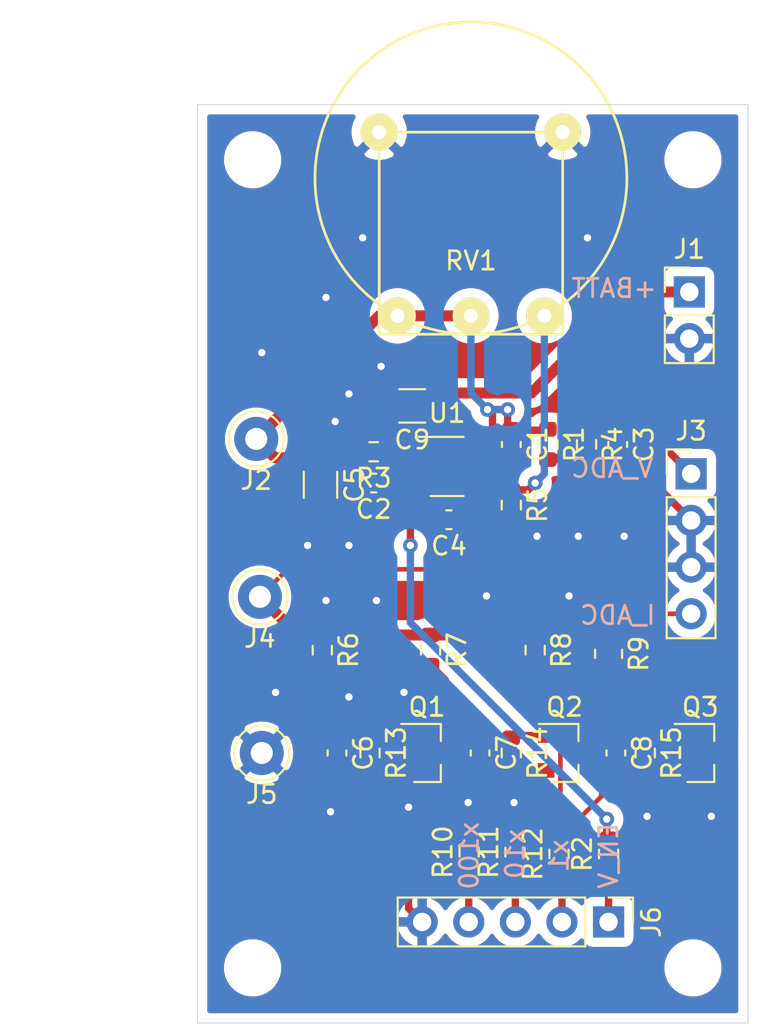
<source format=kicad_pcb>
(kicad_pcb (version 20171130) (host pcbnew 5.1.8-db9833491~88~ubuntu18.04.1)

  (general
    (thickness 1.6)
    (drawings 13)
    (tracks 166)
    (zones 0)
    (modules 39)
    (nets 19)
  )

  (page A4)
  (layers
    (0 F.Cu signal)
    (31 B.Cu signal)
    (32 B.Adhes user)
    (33 F.Adhes user)
    (34 B.Paste user)
    (35 F.Paste user)
    (36 B.SilkS user)
    (37 F.SilkS user)
    (38 B.Mask user)
    (39 F.Mask user)
    (40 Dwgs.User user)
    (41 Cmts.User user)
    (42 Eco1.User user)
    (43 Eco2.User user)
    (44 Edge.Cuts user)
    (45 Margin user)
    (46 B.CrtYd user)
    (47 F.CrtYd user)
    (48 B.Fab user)
    (49 F.Fab user)
  )

  (setup
    (last_trace_width 0.25)
    (user_trace_width 0.4)
    (user_trace_width 0.6)
    (trace_clearance 0.2)
    (zone_clearance 0.508)
    (zone_45_only no)
    (trace_min 0.2)
    (via_size 0.8)
    (via_drill 0.4)
    (via_min_size 0.4)
    (via_min_drill 0.3)
    (user_via 0.6 0.3)
    (uvia_size 0.3)
    (uvia_drill 0.1)
    (uvias_allowed no)
    (uvia_min_size 0.2)
    (uvia_min_drill 0.1)
    (edge_width 0.05)
    (segment_width 0.2)
    (pcb_text_width 0.3)
    (pcb_text_size 1.5 1.5)
    (mod_edge_width 0.12)
    (mod_text_size 1 1)
    (mod_text_width 0.15)
    (pad_size 2 2)
    (pad_drill 0.762)
    (pad_to_mask_clearance 0.051)
    (solder_mask_min_width 0.25)
    (aux_axis_origin 0 0)
    (visible_elements FFFDFF7F)
    (pcbplotparams
      (layerselection 0x010fc_ffffffff)
      (usegerberextensions false)
      (usegerberattributes true)
      (usegerberadvancedattributes true)
      (creategerberjobfile true)
      (excludeedgelayer true)
      (linewidth 0.100000)
      (plotframeref false)
      (viasonmask false)
      (mode 1)
      (useauxorigin false)
      (hpglpennumber 1)
      (hpglpenspeed 20)
      (hpglpendiameter 15.000000)
      (psnegative false)
      (psa4output false)
      (plotreference true)
      (plotvalue true)
      (plotinvisibletext false)
      (padsonsilk false)
      (subtractmaskfromsilk false)
      (outputformat 1)
      (mirror false)
      (drillshape 0)
      (scaleselection 1)
      (outputdirectory "out"))
  )

  (net 0 "")
  (net 1 "Net-(C1-Pad2)")
  (net 2 /Vout)
  (net 3 GND)
  (net 4 "Net-(C2-Pad1)")
  (net 5 V_ADC)
  (net 6 "Net-(C4-Pad1)")
  (net 7 "Net-(C6-Pad1)")
  (net 8 "Net-(C7-Pad1)")
  (net 9 "Net-(C8-Pad1)")
  (net 10 +BATT)
  (net 11 I_ADC)
  (net 12 ON_100)
  (net 13 ON_10)
  (net 14 ON_1)
  (net 15 EN_V)
  (net 16 "Net-(Q1-Pad3)")
  (net 17 "Net-(Q2-Pad3)")
  (net 18 "Net-(Q3-Pad3)")

  (net_class Default "This is the default net class."
    (clearance 0.2)
    (trace_width 0.25)
    (via_dia 0.8)
    (via_drill 0.4)
    (uvia_dia 0.3)
    (uvia_drill 0.1)
    (add_net +BATT)
    (add_net /Vout)
    (add_net EN_V)
    (add_net GND)
    (add_net I_ADC)
    (add_net "Net-(C1-Pad2)")
    (add_net "Net-(C2-Pad1)")
    (add_net "Net-(C4-Pad1)")
    (add_net "Net-(C6-Pad1)")
    (add_net "Net-(C7-Pad1)")
    (add_net "Net-(C8-Pad1)")
    (add_net "Net-(Q1-Pad3)")
    (add_net "Net-(Q2-Pad3)")
    (add_net "Net-(Q3-Pad3)")
    (add_net ON_1)
    (add_net ON_10)
    (add_net ON_100)
    (add_net V_ADC)
  )

  (module MountingHole:MountingHole_2.1mm (layer F.Cu) (tedit 5B924765) (tstamp 5FBF14BC)
    (at 127 147)
    (descr "Mounting Hole 2.1mm, no annular")
    (tags "mounting hole 2.1mm no annular")
    (attr virtual)
    (fp_text reference REF** (at 0 -3.2) (layer F.SilkS) hide
      (effects (font (size 1 1) (thickness 0.15)))
    )
    (fp_text value MountingHole_2.1mm (at 0 3.2) (layer F.Fab) hide
      (effects (font (size 1 1) (thickness 0.15)))
    )
    (fp_circle (center 0 0) (end 2.1 0) (layer Cmts.User) (width 0.15))
    (fp_circle (center 0 0) (end 2.35 0) (layer F.CrtYd) (width 0.05))
    (fp_text user %R (at 0.3 0) (layer F.Fab)
      (effects (font (size 1 1) (thickness 0.15)))
    )
    (pad "" np_thru_hole circle (at 0 0) (size 2.1 2.1) (drill 2.1) (layers *.Cu *.Mask))
  )

  (module MountingHole:MountingHole_2.1mm (layer F.Cu) (tedit 5B924765) (tstamp 5FBF149F)
    (at 103 147)
    (descr "Mounting Hole 2.1mm, no annular")
    (tags "mounting hole 2.1mm no annular")
    (attr virtual)
    (fp_text reference REF** (at 0 -3.2) (layer F.SilkS) hide
      (effects (font (size 1 1) (thickness 0.15)))
    )
    (fp_text value MountingHole_2.1mm (at 0 3.2) (layer F.Fab) hide
      (effects (font (size 1 1) (thickness 0.15)))
    )
    (fp_circle (center 0 0) (end 2.1 0) (layer Cmts.User) (width 0.15))
    (fp_circle (center 0 0) (end 2.35 0) (layer F.CrtYd) (width 0.05))
    (fp_text user %R (at 0.3 0) (layer F.Fab)
      (effects (font (size 1 1) (thickness 0.15)))
    )
    (pad "" np_thru_hole circle (at 0 0) (size 2.1 2.1) (drill 2.1) (layers *.Cu *.Mask))
  )

  (module MountingHole:MountingHole_2.1mm (layer F.Cu) (tedit 5B924765) (tstamp 5FBF1482)
    (at 127 103)
    (descr "Mounting Hole 2.1mm, no annular")
    (tags "mounting hole 2.1mm no annular")
    (attr virtual)
    (fp_text reference REF** (at 0 -3.2) (layer F.SilkS) hide
      (effects (font (size 1 1) (thickness 0.15)))
    )
    (fp_text value MountingHole_2.1mm (at 0 3.2) (layer F.Fab) hide
      (effects (font (size 1 1) (thickness 0.15)))
    )
    (fp_circle (center 0 0) (end 2.1 0) (layer Cmts.User) (width 0.15))
    (fp_circle (center 0 0) (end 2.35 0) (layer F.CrtYd) (width 0.05))
    (fp_text user %R (at 0.3 0) (layer F.Fab)
      (effects (font (size 1 1) (thickness 0.15)))
    )
    (pad "" np_thru_hole circle (at 0 0) (size 2.1 2.1) (drill 2.1) (layers *.Cu *.Mask))
  )

  (module MountingHole:MountingHole_2.1mm (layer F.Cu) (tedit 5B924765) (tstamp 5FBF1465)
    (at 103 103)
    (descr "Mounting Hole 2.1mm, no annular")
    (tags "mounting hole 2.1mm no annular")
    (attr virtual)
    (fp_text reference REF** (at 0 -3.2) (layer F.SilkS) hide
      (effects (font (size 1 1) (thickness 0.15)))
    )
    (fp_text value MountingHole_2.1mm (at 0 3.2) (layer F.Fab) hide
      (effects (font (size 1 1) (thickness 0.15)))
    )
    (fp_circle (center 0 0) (end 2.1 0) (layer Cmts.User) (width 0.15))
    (fp_circle (center 0 0) (end 2.35 0) (layer F.CrtYd) (width 0.05))
    (fp_text user %R (at 0.3 0) (layer F.Fab)
      (effects (font (size 1 1) (thickness 0.15)))
    )
    (pad "" np_thru_hole circle (at 0 0) (size 2.1 2.1) (drill 2.1) (layers *.Cu *.Mask))
  )

  (module Capacitor_SMD:C_1206_3216Metric (layer F.Cu) (tedit 5F68FEEE) (tstamp 5FBE95C0)
    (at 111.7 116.4 180)
    (descr "Capacitor SMD 1206 (3216 Metric), square (rectangular) end terminal, IPC_7351 nominal, (Body size source: IPC-SM-782 page 76, https://www.pcb-3d.com/wordpress/wp-content/uploads/ipc-sm-782a_amendment_1_and_2.pdf), generated with kicad-footprint-generator")
    (tags capacitor)
    (path /5FC9C27A)
    (attr smd)
    (fp_text reference C9 (at 0 -1.85) (layer F.SilkS)
      (effects (font (size 1 1) (thickness 0.15)))
    )
    (fp_text value 10u (at 0 1.85) (layer F.Fab)
      (effects (font (size 1 1) (thickness 0.15)))
    )
    (fp_line (start -1.6 0.8) (end -1.6 -0.8) (layer F.Fab) (width 0.1))
    (fp_line (start -1.6 -0.8) (end 1.6 -0.8) (layer F.Fab) (width 0.1))
    (fp_line (start 1.6 -0.8) (end 1.6 0.8) (layer F.Fab) (width 0.1))
    (fp_line (start 1.6 0.8) (end -1.6 0.8) (layer F.Fab) (width 0.1))
    (fp_line (start -0.711252 -0.91) (end 0.711252 -0.91) (layer F.SilkS) (width 0.12))
    (fp_line (start -0.711252 0.91) (end 0.711252 0.91) (layer F.SilkS) (width 0.12))
    (fp_line (start -2.3 1.15) (end -2.3 -1.15) (layer F.CrtYd) (width 0.05))
    (fp_line (start -2.3 -1.15) (end 2.3 -1.15) (layer F.CrtYd) (width 0.05))
    (fp_line (start 2.3 -1.15) (end 2.3 1.15) (layer F.CrtYd) (width 0.05))
    (fp_line (start 2.3 1.15) (end -2.3 1.15) (layer F.CrtYd) (width 0.05))
    (fp_text user %R (at 0 0) (layer F.Fab)
      (effects (font (size 0.8 0.8) (thickness 0.12)))
    )
    (pad 2 smd roundrect (at 1.475 0 180) (size 1.15 1.8) (layers F.Cu F.Paste F.Mask) (roundrect_rratio 0.2173904347826087)
      (net 3 GND))
    (pad 1 smd roundrect (at -1.475 0 180) (size 1.15 1.8) (layers F.Cu F.Paste F.Mask) (roundrect_rratio 0.2173904347826087)
      (net 10 +BATT))
    (model ${KISYS3DMOD}/Capacitor_SMD.3dshapes/C_1206_3216Metric.wrl
      (at (xyz 0 0 0))
      (scale (xyz 1 1 1))
      (rotate (xyz 0 0 0))
    )
  )

  (module Package_TO_SOT_SMD:SOT-23-6 (layer F.Cu) (tedit 5A02FF57) (tstamp 5FBE7CA2)
    (at 113.6 119.7)
    (descr "6-pin SOT-23 package")
    (tags SOT-23-6)
    (path /5FC1A809)
    (attr smd)
    (fp_text reference U1 (at 0 -2.9) (layer F.SilkS)
      (effects (font (size 1 1) (thickness 0.15)))
    )
    (fp_text value TPS79301-EP (at 0 2.9) (layer F.Fab)
      (effects (font (size 1 1) (thickness 0.15)))
    )
    (fp_line (start -0.9 1.61) (end 0.9 1.61) (layer F.SilkS) (width 0.12))
    (fp_line (start 0.9 -1.61) (end -1.55 -1.61) (layer F.SilkS) (width 0.12))
    (fp_line (start 1.9 -1.8) (end -1.9 -1.8) (layer F.CrtYd) (width 0.05))
    (fp_line (start 1.9 1.8) (end 1.9 -1.8) (layer F.CrtYd) (width 0.05))
    (fp_line (start -1.9 1.8) (end 1.9 1.8) (layer F.CrtYd) (width 0.05))
    (fp_line (start -1.9 -1.8) (end -1.9 1.8) (layer F.CrtYd) (width 0.05))
    (fp_line (start -0.9 -0.9) (end -0.25 -1.55) (layer F.Fab) (width 0.1))
    (fp_line (start 0.9 -1.55) (end -0.25 -1.55) (layer F.Fab) (width 0.1))
    (fp_line (start -0.9 -0.9) (end -0.9 1.55) (layer F.Fab) (width 0.1))
    (fp_line (start 0.9 1.55) (end -0.9 1.55) (layer F.Fab) (width 0.1))
    (fp_line (start 0.9 -1.55) (end 0.9 1.55) (layer F.Fab) (width 0.1))
    (fp_text user %R (at 0 0 90) (layer F.Fab)
      (effects (font (size 0.5 0.5) (thickness 0.075)))
    )
    (pad 5 smd rect (at 1.1 0) (size 1.06 0.65) (layers F.Cu F.Paste F.Mask)
      (net 1 "Net-(C1-Pad2)"))
    (pad 6 smd rect (at 1.1 -0.95) (size 1.06 0.65) (layers F.Cu F.Paste F.Mask)
      (net 2 /Vout))
    (pad 4 smd rect (at 1.1 0.95) (size 1.06 0.65) (layers F.Cu F.Paste F.Mask)
      (net 6 "Net-(C4-Pad1)"))
    (pad 3 smd rect (at -1.1 0.95) (size 1.06 0.65) (layers F.Cu F.Paste F.Mask)
      (net 4 "Net-(C2-Pad1)"))
    (pad 2 smd rect (at -1.1 0) (size 1.06 0.65) (layers F.Cu F.Paste F.Mask)
      (net 3 GND))
    (pad 1 smd rect (at -1.1 -0.95) (size 1.06 0.65) (layers F.Cu F.Paste F.Mask)
      (net 10 +BATT))
    (model ${KISYS3DMOD}/Package_TO_SOT_SMD.3dshapes/SOT-23-6.wrl
      (at (xyz 0 0 0))
      (scale (xyz 1 1 1))
      (rotate (xyz 0 0 0))
    )
  )

  (module balmer:Potentiometer_10mm (layer F.Cu) (tedit 5FBE959E) (tstamp 5FBE7C8C)
    (at 114.9 106.5)
    (path /5FC1A841)
    (fp_text reference RV1 (at 0 2) (layer F.SilkS)
      (effects (font (size 1 1) (thickness 0.15)))
    )
    (fp_text value 20k (at 0 -1) (layer F.Fab)
      (effects (font (size 1 1) (thickness 0.15)))
    )
    (fp_circle (center 0 -2.5) (end 8.5 -2.5) (layer F.SilkS) (width 0.15))
    (fp_line (start -5 -5) (end -5 6) (layer F.SilkS) (width 0.15))
    (fp_line (start -5 6) (end 5 6) (layer F.SilkS) (width 0.15))
    (fp_line (start 5 6) (end 5 -5) (layer F.SilkS) (width 0.15))
    (fp_line (start 5 -5) (end -5 -5) (layer F.SilkS) (width 0.15))
    (pad 5 thru_hole circle (at -5 -5) (size 2 2) (drill 0.762) (layers *.Cu *.Mask F.SilkS)
      (net 3 GND))
    (pad 4 thru_hole circle (at 5 -5) (size 2 2) (drill 0.762) (layers *.Cu *.Mask F.SilkS)
      (net 3 GND))
    (pad 3 thru_hole circle (at 4 5) (size 2 2) (drill 0.762) (layers *.Cu *.Mask F.SilkS)
      (net 1 "Net-(C1-Pad2)"))
    (pad 2 thru_hole circle (at 0 5) (size 2 2) (drill 0.762) (layers *.Cu *.Mask F.SilkS)
      (net 2 /Vout))
    (pad 1 thru_hole circle (at -4 5) (size 2 2) (drill 0.762) (layers *.Cu *.Mask F.SilkS)
      (net 2 /Vout))
  )

  (module Resistor_SMD:R_0603_1608Metric (layer F.Cu) (tedit 5F68FEEE) (tstamp 5FBE7C7E)
    (at 124.4 135.3 270)
    (descr "Resistor SMD 0603 (1608 Metric), square (rectangular) end terminal, IPC_7351 nominal, (Body size source: IPC-SM-782 page 72, https://www.pcb-3d.com/wordpress/wp-content/uploads/ipc-sm-782a_amendment_1_and_2.pdf), generated with kicad-footprint-generator")
    (tags resistor)
    (path /5FC1A92F)
    (attr smd)
    (fp_text reference R15 (at 0 -1.43 90) (layer F.SilkS)
      (effects (font (size 1 1) (thickness 0.15)))
    )
    (fp_text value 68k (at 0 1.43 90) (layer F.Fab)
      (effects (font (size 1 1) (thickness 0.15)))
    )
    (fp_line (start -0.8 0.4125) (end -0.8 -0.4125) (layer F.Fab) (width 0.1))
    (fp_line (start -0.8 -0.4125) (end 0.8 -0.4125) (layer F.Fab) (width 0.1))
    (fp_line (start 0.8 -0.4125) (end 0.8 0.4125) (layer F.Fab) (width 0.1))
    (fp_line (start 0.8 0.4125) (end -0.8 0.4125) (layer F.Fab) (width 0.1))
    (fp_line (start -0.237258 -0.5225) (end 0.237258 -0.5225) (layer F.SilkS) (width 0.12))
    (fp_line (start -0.237258 0.5225) (end 0.237258 0.5225) (layer F.SilkS) (width 0.12))
    (fp_line (start -1.48 0.73) (end -1.48 -0.73) (layer F.CrtYd) (width 0.05))
    (fp_line (start -1.48 -0.73) (end 1.48 -0.73) (layer F.CrtYd) (width 0.05))
    (fp_line (start 1.48 -0.73) (end 1.48 0.73) (layer F.CrtYd) (width 0.05))
    (fp_line (start 1.48 0.73) (end -1.48 0.73) (layer F.CrtYd) (width 0.05))
    (fp_text user %R (at 0 0 90) (layer F.Fab)
      (effects (font (size 0.4 0.4) (thickness 0.06)))
    )
    (pad 2 smd roundrect (at 0.825 0 270) (size 0.8 0.95) (layers F.Cu F.Paste F.Mask) (roundrect_rratio 0.25)
      (net 3 GND))
    (pad 1 smd roundrect (at -0.825 0 270) (size 0.8 0.95) (layers F.Cu F.Paste F.Mask) (roundrect_rratio 0.25)
      (net 9 "Net-(C8-Pad1)"))
    (model ${KISYS3DMOD}/Resistor_SMD.3dshapes/R_0603_1608Metric.wrl
      (at (xyz 0 0 0))
      (scale (xyz 1 1 1))
      (rotate (xyz 0 0 0))
    )
  )

  (module Resistor_SMD:R_0603_1608Metric (layer F.Cu) (tedit 5F68FEEE) (tstamp 5FBE8386)
    (at 117.1 135.3 270)
    (descr "Resistor SMD 0603 (1608 Metric), square (rectangular) end terminal, IPC_7351 nominal, (Body size source: IPC-SM-782 page 72, https://www.pcb-3d.com/wordpress/wp-content/uploads/ipc-sm-782a_amendment_1_and_2.pdf), generated with kicad-footprint-generator")
    (tags resistor)
    (path /5FC1A935)
    (attr smd)
    (fp_text reference R14 (at 0 -1.43 90) (layer F.SilkS)
      (effects (font (size 1 1) (thickness 0.15)))
    )
    (fp_text value 68k (at 0 1.43 90) (layer F.Fab)
      (effects (font (size 1 1) (thickness 0.15)))
    )
    (fp_line (start -0.8 0.4125) (end -0.8 -0.4125) (layer F.Fab) (width 0.1))
    (fp_line (start -0.8 -0.4125) (end 0.8 -0.4125) (layer F.Fab) (width 0.1))
    (fp_line (start 0.8 -0.4125) (end 0.8 0.4125) (layer F.Fab) (width 0.1))
    (fp_line (start 0.8 0.4125) (end -0.8 0.4125) (layer F.Fab) (width 0.1))
    (fp_line (start -0.237258 -0.5225) (end 0.237258 -0.5225) (layer F.SilkS) (width 0.12))
    (fp_line (start -0.237258 0.5225) (end 0.237258 0.5225) (layer F.SilkS) (width 0.12))
    (fp_line (start -1.48 0.73) (end -1.48 -0.73) (layer F.CrtYd) (width 0.05))
    (fp_line (start -1.48 -0.73) (end 1.48 -0.73) (layer F.CrtYd) (width 0.05))
    (fp_line (start 1.48 -0.73) (end 1.48 0.73) (layer F.CrtYd) (width 0.05))
    (fp_line (start 1.48 0.73) (end -1.48 0.73) (layer F.CrtYd) (width 0.05))
    (fp_text user %R (at 0 0 90) (layer F.Fab)
      (effects (font (size 0.4 0.4) (thickness 0.06)))
    )
    (pad 2 smd roundrect (at 0.825 0 270) (size 0.8 0.95) (layers F.Cu F.Paste F.Mask) (roundrect_rratio 0.25)
      (net 3 GND))
    (pad 1 smd roundrect (at -0.825 0 270) (size 0.8 0.95) (layers F.Cu F.Paste F.Mask) (roundrect_rratio 0.25)
      (net 8 "Net-(C7-Pad1)"))
    (model ${KISYS3DMOD}/Resistor_SMD.3dshapes/R_0603_1608Metric.wrl
      (at (xyz 0 0 0))
      (scale (xyz 1 1 1))
      (rotate (xyz 0 0 0))
    )
  )

  (module Resistor_SMD:R_0603_1608Metric (layer F.Cu) (tedit 5F68FEEE) (tstamp 5FBE7C5C)
    (at 109.4 135.3 270)
    (descr "Resistor SMD 0603 (1608 Metric), square (rectangular) end terminal, IPC_7351 nominal, (Body size source: IPC-SM-782 page 72, https://www.pcb-3d.com/wordpress/wp-content/uploads/ipc-sm-782a_amendment_1_and_2.pdf), generated with kicad-footprint-generator")
    (tags resistor)
    (path /5FC1A93B)
    (attr smd)
    (fp_text reference R13 (at 0 -1.43 90) (layer F.SilkS)
      (effects (font (size 1 1) (thickness 0.15)))
    )
    (fp_text value 68k (at 0 1.43 90) (layer F.Fab)
      (effects (font (size 1 1) (thickness 0.15)))
    )
    (fp_line (start -0.8 0.4125) (end -0.8 -0.4125) (layer F.Fab) (width 0.1))
    (fp_line (start -0.8 -0.4125) (end 0.8 -0.4125) (layer F.Fab) (width 0.1))
    (fp_line (start 0.8 -0.4125) (end 0.8 0.4125) (layer F.Fab) (width 0.1))
    (fp_line (start 0.8 0.4125) (end -0.8 0.4125) (layer F.Fab) (width 0.1))
    (fp_line (start -0.237258 -0.5225) (end 0.237258 -0.5225) (layer F.SilkS) (width 0.12))
    (fp_line (start -0.237258 0.5225) (end 0.237258 0.5225) (layer F.SilkS) (width 0.12))
    (fp_line (start -1.48 0.73) (end -1.48 -0.73) (layer F.CrtYd) (width 0.05))
    (fp_line (start -1.48 -0.73) (end 1.48 -0.73) (layer F.CrtYd) (width 0.05))
    (fp_line (start 1.48 -0.73) (end 1.48 0.73) (layer F.CrtYd) (width 0.05))
    (fp_line (start 1.48 0.73) (end -1.48 0.73) (layer F.CrtYd) (width 0.05))
    (fp_text user %R (at 0 0 90) (layer F.Fab)
      (effects (font (size 0.4 0.4) (thickness 0.06)))
    )
    (pad 2 smd roundrect (at 0.825 0 270) (size 0.8 0.95) (layers F.Cu F.Paste F.Mask) (roundrect_rratio 0.25)
      (net 3 GND))
    (pad 1 smd roundrect (at -0.825 0 270) (size 0.8 0.95) (layers F.Cu F.Paste F.Mask) (roundrect_rratio 0.25)
      (net 7 "Net-(C6-Pad1)"))
    (model ${KISYS3DMOD}/Resistor_SMD.3dshapes/R_0603_1608Metric.wrl
      (at (xyz 0 0 0))
      (scale (xyz 1 1 1))
      (rotate (xyz 0 0 0))
    )
  )

  (module Resistor_SMD:R_0603_1608Metric (layer F.Cu) (tedit 5F68FEEE) (tstamp 5FBE7C4B)
    (at 119.7 140.8 90)
    (descr "Resistor SMD 0603 (1608 Metric), square (rectangular) end terminal, IPC_7351 nominal, (Body size source: IPC-SM-782 page 72, https://www.pcb-3d.com/wordpress/wp-content/uploads/ipc-sm-782a_amendment_1_and_2.pdf), generated with kicad-footprint-generator")
    (tags resistor)
    (path /5FC1A8E8)
    (attr smd)
    (fp_text reference R12 (at 0 -1.43 90) (layer F.SilkS)
      (effects (font (size 1 1) (thickness 0.15)))
    )
    (fp_text value 4.7k (at 0 1.43 90) (layer F.Fab)
      (effects (font (size 1 1) (thickness 0.15)))
    )
    (fp_line (start -0.8 0.4125) (end -0.8 -0.4125) (layer F.Fab) (width 0.1))
    (fp_line (start -0.8 -0.4125) (end 0.8 -0.4125) (layer F.Fab) (width 0.1))
    (fp_line (start 0.8 -0.4125) (end 0.8 0.4125) (layer F.Fab) (width 0.1))
    (fp_line (start 0.8 0.4125) (end -0.8 0.4125) (layer F.Fab) (width 0.1))
    (fp_line (start -0.237258 -0.5225) (end 0.237258 -0.5225) (layer F.SilkS) (width 0.12))
    (fp_line (start -0.237258 0.5225) (end 0.237258 0.5225) (layer F.SilkS) (width 0.12))
    (fp_line (start -1.48 0.73) (end -1.48 -0.73) (layer F.CrtYd) (width 0.05))
    (fp_line (start -1.48 -0.73) (end 1.48 -0.73) (layer F.CrtYd) (width 0.05))
    (fp_line (start 1.48 -0.73) (end 1.48 0.73) (layer F.CrtYd) (width 0.05))
    (fp_line (start 1.48 0.73) (end -1.48 0.73) (layer F.CrtYd) (width 0.05))
    (fp_text user %R (at 0 0 90) (layer F.Fab)
      (effects (font (size 0.4 0.4) (thickness 0.06)))
    )
    (pad 2 smd roundrect (at 0.825 0 90) (size 0.8 0.95) (layers F.Cu F.Paste F.Mask) (roundrect_rratio 0.25)
      (net 9 "Net-(C8-Pad1)"))
    (pad 1 smd roundrect (at -0.825 0 90) (size 0.8 0.95) (layers F.Cu F.Paste F.Mask) (roundrect_rratio 0.25)
      (net 14 ON_1))
    (model ${KISYS3DMOD}/Resistor_SMD.3dshapes/R_0603_1608Metric.wrl
      (at (xyz 0 0 0))
      (scale (xyz 1 1 1))
      (rotate (xyz 0 0 0))
    )
  )

  (module Resistor_SMD:R_0603_1608Metric (layer F.Cu) (tedit 5F68FEEE) (tstamp 5FBE7C3A)
    (at 117.3 140.7 90)
    (descr "Resistor SMD 0603 (1608 Metric), square (rectangular) end terminal, IPC_7351 nominal, (Body size source: IPC-SM-782 page 72, https://www.pcb-3d.com/wordpress/wp-content/uploads/ipc-sm-782a_amendment_1_and_2.pdf), generated with kicad-footprint-generator")
    (tags resistor)
    (path /5FC1A8E1)
    (attr smd)
    (fp_text reference R11 (at 0 -1.43 90) (layer F.SilkS)
      (effects (font (size 1 1) (thickness 0.15)))
    )
    (fp_text value 4.7k (at 0 1.43 90) (layer F.Fab)
      (effects (font (size 1 1) (thickness 0.15)))
    )
    (fp_line (start -0.8 0.4125) (end -0.8 -0.4125) (layer F.Fab) (width 0.1))
    (fp_line (start -0.8 -0.4125) (end 0.8 -0.4125) (layer F.Fab) (width 0.1))
    (fp_line (start 0.8 -0.4125) (end 0.8 0.4125) (layer F.Fab) (width 0.1))
    (fp_line (start 0.8 0.4125) (end -0.8 0.4125) (layer F.Fab) (width 0.1))
    (fp_line (start -0.237258 -0.5225) (end 0.237258 -0.5225) (layer F.SilkS) (width 0.12))
    (fp_line (start -0.237258 0.5225) (end 0.237258 0.5225) (layer F.SilkS) (width 0.12))
    (fp_line (start -1.48 0.73) (end -1.48 -0.73) (layer F.CrtYd) (width 0.05))
    (fp_line (start -1.48 -0.73) (end 1.48 -0.73) (layer F.CrtYd) (width 0.05))
    (fp_line (start 1.48 -0.73) (end 1.48 0.73) (layer F.CrtYd) (width 0.05))
    (fp_line (start 1.48 0.73) (end -1.48 0.73) (layer F.CrtYd) (width 0.05))
    (fp_text user %R (at 0 0 90) (layer F.Fab)
      (effects (font (size 0.4 0.4) (thickness 0.06)))
    )
    (pad 2 smd roundrect (at 0.825 0 90) (size 0.8 0.95) (layers F.Cu F.Paste F.Mask) (roundrect_rratio 0.25)
      (net 8 "Net-(C7-Pad1)"))
    (pad 1 smd roundrect (at -0.825 0 90) (size 0.8 0.95) (layers F.Cu F.Paste F.Mask) (roundrect_rratio 0.25)
      (net 13 ON_10))
    (model ${KISYS3DMOD}/Resistor_SMD.3dshapes/R_0603_1608Metric.wrl
      (at (xyz 0 0 0))
      (scale (xyz 1 1 1))
      (rotate (xyz 0 0 0))
    )
  )

  (module Resistor_SMD:R_0603_1608Metric (layer F.Cu) (tedit 5F68FEEE) (tstamp 5FBE7C29)
    (at 114.8 140.7 90)
    (descr "Resistor SMD 0603 (1608 Metric), square (rectangular) end terminal, IPC_7351 nominal, (Body size source: IPC-SM-782 page 72, https://www.pcb-3d.com/wordpress/wp-content/uploads/ipc-sm-782a_amendment_1_and_2.pdf), generated with kicad-footprint-generator")
    (tags resistor)
    (path /5FC1A929)
    (attr smd)
    (fp_text reference R10 (at 0 -1.43 90) (layer F.SilkS)
      (effects (font (size 1 1) (thickness 0.15)))
    )
    (fp_text value 4.7k (at 0 1.43 90) (layer F.Fab)
      (effects (font (size 1 1) (thickness 0.15)))
    )
    (fp_line (start -0.8 0.4125) (end -0.8 -0.4125) (layer F.Fab) (width 0.1))
    (fp_line (start -0.8 -0.4125) (end 0.8 -0.4125) (layer F.Fab) (width 0.1))
    (fp_line (start 0.8 -0.4125) (end 0.8 0.4125) (layer F.Fab) (width 0.1))
    (fp_line (start 0.8 0.4125) (end -0.8 0.4125) (layer F.Fab) (width 0.1))
    (fp_line (start -0.237258 -0.5225) (end 0.237258 -0.5225) (layer F.SilkS) (width 0.12))
    (fp_line (start -0.237258 0.5225) (end 0.237258 0.5225) (layer F.SilkS) (width 0.12))
    (fp_line (start -1.48 0.73) (end -1.48 -0.73) (layer F.CrtYd) (width 0.05))
    (fp_line (start -1.48 -0.73) (end 1.48 -0.73) (layer F.CrtYd) (width 0.05))
    (fp_line (start 1.48 -0.73) (end 1.48 0.73) (layer F.CrtYd) (width 0.05))
    (fp_line (start 1.48 0.73) (end -1.48 0.73) (layer F.CrtYd) (width 0.05))
    (fp_text user %R (at 0 0 90) (layer F.Fab)
      (effects (font (size 0.4 0.4) (thickness 0.06)))
    )
    (pad 2 smd roundrect (at 0.825 0 90) (size 0.8 0.95) (layers F.Cu F.Paste F.Mask) (roundrect_rratio 0.25)
      (net 7 "Net-(C6-Pad1)"))
    (pad 1 smd roundrect (at -0.825 0 90) (size 0.8 0.95) (layers F.Cu F.Paste F.Mask) (roundrect_rratio 0.25)
      (net 12 ON_100))
    (model ${KISYS3DMOD}/Resistor_SMD.3dshapes/R_0603_1608Metric.wrl
      (at (xyz 0 0 0))
      (scale (xyz 1 1 1))
      (rotate (xyz 0 0 0))
    )
  )

  (module Resistor_SMD:R_0805_2012Metric (layer F.Cu) (tedit 5F68FEEE) (tstamp 5FBE7C18)
    (at 122.4 129.9 270)
    (descr "Resistor SMD 0805 (2012 Metric), square (rectangular) end terminal, IPC_7351 nominal, (Body size source: IPC-SM-782 page 72, https://www.pcb-3d.com/wordpress/wp-content/uploads/ipc-sm-782a_amendment_1_and_2.pdf), generated with kicad-footprint-generator")
    (tags resistor)
    (path /5FC1A8AA)
    (attr smd)
    (fp_text reference R9 (at 0 -1.65 90) (layer F.SilkS)
      (effects (font (size 1 1) (thickness 0.15)))
    )
    (fp_text value 1 (at 0 1.65 90) (layer F.Fab)
      (effects (font (size 1 1) (thickness 0.15)))
    )
    (fp_line (start -1 0.625) (end -1 -0.625) (layer F.Fab) (width 0.1))
    (fp_line (start -1 -0.625) (end 1 -0.625) (layer F.Fab) (width 0.1))
    (fp_line (start 1 -0.625) (end 1 0.625) (layer F.Fab) (width 0.1))
    (fp_line (start 1 0.625) (end -1 0.625) (layer F.Fab) (width 0.1))
    (fp_line (start -0.227064 -0.735) (end 0.227064 -0.735) (layer F.SilkS) (width 0.12))
    (fp_line (start -0.227064 0.735) (end 0.227064 0.735) (layer F.SilkS) (width 0.12))
    (fp_line (start -1.68 0.95) (end -1.68 -0.95) (layer F.CrtYd) (width 0.05))
    (fp_line (start -1.68 -0.95) (end 1.68 -0.95) (layer F.CrtYd) (width 0.05))
    (fp_line (start 1.68 -0.95) (end 1.68 0.95) (layer F.CrtYd) (width 0.05))
    (fp_line (start 1.68 0.95) (end -1.68 0.95) (layer F.CrtYd) (width 0.05))
    (fp_text user %R (at 0 0 90) (layer F.Fab)
      (effects (font (size 0.5 0.5) (thickness 0.08)))
    )
    (pad 2 smd roundrect (at 0.9125 0 270) (size 1.025 1.4) (layers F.Cu F.Paste F.Mask) (roundrect_rratio 0.2439014634146341)
      (net 18 "Net-(Q3-Pad3)"))
    (pad 1 smd roundrect (at -0.9125 0 270) (size 1.025 1.4) (layers F.Cu F.Paste F.Mask) (roundrect_rratio 0.2439014634146341)
      (net 11 I_ADC))
    (model ${KISYS3DMOD}/Resistor_SMD.3dshapes/R_0805_2012Metric.wrl
      (at (xyz 0 0 0))
      (scale (xyz 1 1 1))
      (rotate (xyz 0 0 0))
    )
  )

  (module Resistor_SMD:R_0603_1608Metric (layer F.Cu) (tedit 5F68FEEE) (tstamp 5FBE7C07)
    (at 118.4 129.7 270)
    (descr "Resistor SMD 0603 (1608 Metric), square (rectangular) end terminal, IPC_7351 nominal, (Body size source: IPC-SM-782 page 72, https://www.pcb-3d.com/wordpress/wp-content/uploads/ipc-sm-782a_amendment_1_and_2.pdf), generated with kicad-footprint-generator")
    (tags resistor)
    (path /5FC1A8A4)
    (attr smd)
    (fp_text reference R8 (at 0 -1.43 90) (layer F.SilkS)
      (effects (font (size 1 1) (thickness 0.15)))
    )
    (fp_text value 10 (at 0 1.43 90) (layer F.Fab)
      (effects (font (size 1 1) (thickness 0.15)))
    )
    (fp_line (start -0.8 0.4125) (end -0.8 -0.4125) (layer F.Fab) (width 0.1))
    (fp_line (start -0.8 -0.4125) (end 0.8 -0.4125) (layer F.Fab) (width 0.1))
    (fp_line (start 0.8 -0.4125) (end 0.8 0.4125) (layer F.Fab) (width 0.1))
    (fp_line (start 0.8 0.4125) (end -0.8 0.4125) (layer F.Fab) (width 0.1))
    (fp_line (start -0.237258 -0.5225) (end 0.237258 -0.5225) (layer F.SilkS) (width 0.12))
    (fp_line (start -0.237258 0.5225) (end 0.237258 0.5225) (layer F.SilkS) (width 0.12))
    (fp_line (start -1.48 0.73) (end -1.48 -0.73) (layer F.CrtYd) (width 0.05))
    (fp_line (start -1.48 -0.73) (end 1.48 -0.73) (layer F.CrtYd) (width 0.05))
    (fp_line (start 1.48 -0.73) (end 1.48 0.73) (layer F.CrtYd) (width 0.05))
    (fp_line (start 1.48 0.73) (end -1.48 0.73) (layer F.CrtYd) (width 0.05))
    (fp_text user %R (at 0 0 90) (layer F.Fab)
      (effects (font (size 0.4 0.4) (thickness 0.06)))
    )
    (pad 2 smd roundrect (at 0.825 0 270) (size 0.8 0.95) (layers F.Cu F.Paste F.Mask) (roundrect_rratio 0.25)
      (net 17 "Net-(Q2-Pad3)"))
    (pad 1 smd roundrect (at -0.825 0 270) (size 0.8 0.95) (layers F.Cu F.Paste F.Mask) (roundrect_rratio 0.25)
      (net 11 I_ADC))
    (model ${KISYS3DMOD}/Resistor_SMD.3dshapes/R_0603_1608Metric.wrl
      (at (xyz 0 0 0))
      (scale (xyz 1 1 1))
      (rotate (xyz 0 0 0))
    )
  )

  (module Resistor_SMD:R_0603_1608Metric (layer F.Cu) (tedit 5F68FEEE) (tstamp 5FBE7BF6)
    (at 112.7 129.7 270)
    (descr "Resistor SMD 0603 (1608 Metric), square (rectangular) end terminal, IPC_7351 nominal, (Body size source: IPC-SM-782 page 72, https://www.pcb-3d.com/wordpress/wp-content/uploads/ipc-sm-782a_amendment_1_and_2.pdf), generated with kicad-footprint-generator")
    (tags resistor)
    (path /5FC1A89E)
    (attr smd)
    (fp_text reference R7 (at 0 -1.43 90) (layer F.SilkS)
      (effects (font (size 1 1) (thickness 0.15)))
    )
    (fp_text value 100 (at 0 1.43 90) (layer F.Fab)
      (effects (font (size 1 1) (thickness 0.15)))
    )
    (fp_line (start -0.8 0.4125) (end -0.8 -0.4125) (layer F.Fab) (width 0.1))
    (fp_line (start -0.8 -0.4125) (end 0.8 -0.4125) (layer F.Fab) (width 0.1))
    (fp_line (start 0.8 -0.4125) (end 0.8 0.4125) (layer F.Fab) (width 0.1))
    (fp_line (start 0.8 0.4125) (end -0.8 0.4125) (layer F.Fab) (width 0.1))
    (fp_line (start -0.237258 -0.5225) (end 0.237258 -0.5225) (layer F.SilkS) (width 0.12))
    (fp_line (start -0.237258 0.5225) (end 0.237258 0.5225) (layer F.SilkS) (width 0.12))
    (fp_line (start -1.48 0.73) (end -1.48 -0.73) (layer F.CrtYd) (width 0.05))
    (fp_line (start -1.48 -0.73) (end 1.48 -0.73) (layer F.CrtYd) (width 0.05))
    (fp_line (start 1.48 -0.73) (end 1.48 0.73) (layer F.CrtYd) (width 0.05))
    (fp_line (start 1.48 0.73) (end -1.48 0.73) (layer F.CrtYd) (width 0.05))
    (fp_text user %R (at 0 0 90) (layer F.Fab)
      (effects (font (size 0.4 0.4) (thickness 0.06)))
    )
    (pad 2 smd roundrect (at 0.825 0 270) (size 0.8 0.95) (layers F.Cu F.Paste F.Mask) (roundrect_rratio 0.25)
      (net 16 "Net-(Q1-Pad3)"))
    (pad 1 smd roundrect (at -0.825 0 270) (size 0.8 0.95) (layers F.Cu F.Paste F.Mask) (roundrect_rratio 0.25)
      (net 11 I_ADC))
    (model ${KISYS3DMOD}/Resistor_SMD.3dshapes/R_0603_1608Metric.wrl
      (at (xyz 0 0 0))
      (scale (xyz 1 1 1))
      (rotate (xyz 0 0 0))
    )
  )

  (module Resistor_SMD:R_0603_1608Metric (layer F.Cu) (tedit 5F68FEEE) (tstamp 5FBE7BE5)
    (at 106.8 129.7 270)
    (descr "Resistor SMD 0603 (1608 Metric), square (rectangular) end terminal, IPC_7351 nominal, (Body size source: IPC-SM-782 page 72, https://www.pcb-3d.com/wordpress/wp-content/uploads/ipc-sm-782a_amendment_1_and_2.pdf), generated with kicad-footprint-generator")
    (tags resistor)
    (path /5FC1A898)
    (attr smd)
    (fp_text reference R6 (at 0 -1.43 90) (layer F.SilkS)
      (effects (font (size 1 1) (thickness 0.15)))
    )
    (fp_text value 1k (at 0 1.43 90) (layer F.Fab)
      (effects (font (size 1 1) (thickness 0.15)))
    )
    (fp_line (start -0.8 0.4125) (end -0.8 -0.4125) (layer F.Fab) (width 0.1))
    (fp_line (start -0.8 -0.4125) (end 0.8 -0.4125) (layer F.Fab) (width 0.1))
    (fp_line (start 0.8 -0.4125) (end 0.8 0.4125) (layer F.Fab) (width 0.1))
    (fp_line (start 0.8 0.4125) (end -0.8 0.4125) (layer F.Fab) (width 0.1))
    (fp_line (start -0.237258 -0.5225) (end 0.237258 -0.5225) (layer F.SilkS) (width 0.12))
    (fp_line (start -0.237258 0.5225) (end 0.237258 0.5225) (layer F.SilkS) (width 0.12))
    (fp_line (start -1.48 0.73) (end -1.48 -0.73) (layer F.CrtYd) (width 0.05))
    (fp_line (start -1.48 -0.73) (end 1.48 -0.73) (layer F.CrtYd) (width 0.05))
    (fp_line (start 1.48 -0.73) (end 1.48 0.73) (layer F.CrtYd) (width 0.05))
    (fp_line (start 1.48 0.73) (end -1.48 0.73) (layer F.CrtYd) (width 0.05))
    (fp_text user %R (at 0 0 90) (layer F.Fab)
      (effects (font (size 0.4 0.4) (thickness 0.06)))
    )
    (pad 2 smd roundrect (at 0.825 0 270) (size 0.8 0.95) (layers F.Cu F.Paste F.Mask) (roundrect_rratio 0.25)
      (net 3 GND))
    (pad 1 smd roundrect (at -0.825 0 270) (size 0.8 0.95) (layers F.Cu F.Paste F.Mask) (roundrect_rratio 0.25)
      (net 11 I_ADC))
    (model ${KISYS3DMOD}/Resistor_SMD.3dshapes/R_0603_1608Metric.wrl
      (at (xyz 0 0 0))
      (scale (xyz 1 1 1))
      (rotate (xyz 0 0 0))
    )
  )

  (module Resistor_SMD:R_0603_1608Metric (layer F.Cu) (tedit 5F68FEEE) (tstamp 5FBE7BD4)
    (at 117.1 121.8 270)
    (descr "Resistor SMD 0603 (1608 Metric), square (rectangular) end terminal, IPC_7351 nominal, (Body size source: IPC-SM-782 page 72, https://www.pcb-3d.com/wordpress/wp-content/uploads/ipc-sm-782a_amendment_1_and_2.pdf), generated with kicad-footprint-generator")
    (tags resistor)
    (path /5FC1A847)
    (attr smd)
    (fp_text reference R5 (at 0 -1.43 90) (layer F.SilkS)
      (effects (font (size 1 1) (thickness 0.15)))
    )
    (fp_text value 10k (at 0 1.43 90) (layer F.Fab)
      (effects (font (size 1 1) (thickness 0.15)))
    )
    (fp_line (start -0.8 0.4125) (end -0.8 -0.4125) (layer F.Fab) (width 0.1))
    (fp_line (start -0.8 -0.4125) (end 0.8 -0.4125) (layer F.Fab) (width 0.1))
    (fp_line (start 0.8 -0.4125) (end 0.8 0.4125) (layer F.Fab) (width 0.1))
    (fp_line (start 0.8 0.4125) (end -0.8 0.4125) (layer F.Fab) (width 0.1))
    (fp_line (start -0.237258 -0.5225) (end 0.237258 -0.5225) (layer F.SilkS) (width 0.12))
    (fp_line (start -0.237258 0.5225) (end 0.237258 0.5225) (layer F.SilkS) (width 0.12))
    (fp_line (start -1.48 0.73) (end -1.48 -0.73) (layer F.CrtYd) (width 0.05))
    (fp_line (start -1.48 -0.73) (end 1.48 -0.73) (layer F.CrtYd) (width 0.05))
    (fp_line (start 1.48 -0.73) (end 1.48 0.73) (layer F.CrtYd) (width 0.05))
    (fp_line (start 1.48 0.73) (end -1.48 0.73) (layer F.CrtYd) (width 0.05))
    (fp_text user %R (at 0 0 90) (layer F.Fab)
      (effects (font (size 0.4 0.4) (thickness 0.06)))
    )
    (pad 2 smd roundrect (at 0.825 0 270) (size 0.8 0.95) (layers F.Cu F.Paste F.Mask) (roundrect_rratio 0.25)
      (net 3 GND))
    (pad 1 smd roundrect (at -0.825 0 270) (size 0.8 0.95) (layers F.Cu F.Paste F.Mask) (roundrect_rratio 0.25)
      (net 1 "Net-(C1-Pad2)"))
    (model ${KISYS3DMOD}/Resistor_SMD.3dshapes/R_0603_1608Metric.wrl
      (at (xyz 0 0 0))
      (scale (xyz 1 1 1))
      (rotate (xyz 0 0 0))
    )
  )

  (module Resistor_SMD:R_0603_1608Metric (layer F.Cu) (tedit 5F68FEEE) (tstamp 5FBE8D51)
    (at 121.2 118.5 270)
    (descr "Resistor SMD 0603 (1608 Metric), square (rectangular) end terminal, IPC_7351 nominal, (Body size source: IPC-SM-782 page 72, https://www.pcb-3d.com/wordpress/wp-content/uploads/ipc-sm-782a_amendment_1_and_2.pdf), generated with kicad-footprint-generator")
    (tags resistor)
    (path /5FC1A87B)
    (attr smd)
    (fp_text reference R4 (at 0 -1.43 90) (layer F.SilkS)
      (effects (font (size 1 1) (thickness 0.15)))
    )
    (fp_text value 2k (at 0 1.43 90) (layer F.Fab)
      (effects (font (size 1 1) (thickness 0.15)))
    )
    (fp_line (start -0.8 0.4125) (end -0.8 -0.4125) (layer F.Fab) (width 0.1))
    (fp_line (start -0.8 -0.4125) (end 0.8 -0.4125) (layer F.Fab) (width 0.1))
    (fp_line (start 0.8 -0.4125) (end 0.8 0.4125) (layer F.Fab) (width 0.1))
    (fp_line (start 0.8 0.4125) (end -0.8 0.4125) (layer F.Fab) (width 0.1))
    (fp_line (start -0.237258 -0.5225) (end 0.237258 -0.5225) (layer F.SilkS) (width 0.12))
    (fp_line (start -0.237258 0.5225) (end 0.237258 0.5225) (layer F.SilkS) (width 0.12))
    (fp_line (start -1.48 0.73) (end -1.48 -0.73) (layer F.CrtYd) (width 0.05))
    (fp_line (start -1.48 -0.73) (end 1.48 -0.73) (layer F.CrtYd) (width 0.05))
    (fp_line (start 1.48 -0.73) (end 1.48 0.73) (layer F.CrtYd) (width 0.05))
    (fp_line (start 1.48 0.73) (end -1.48 0.73) (layer F.CrtYd) (width 0.05))
    (fp_text user %R (at 0 0 90) (layer F.Fab)
      (effects (font (size 0.4 0.4) (thickness 0.06)))
    )
    (pad 2 smd roundrect (at 0.825 0 270) (size 0.8 0.95) (layers F.Cu F.Paste F.Mask) (roundrect_rratio 0.25)
      (net 3 GND))
    (pad 1 smd roundrect (at -0.825 0 270) (size 0.8 0.95) (layers F.Cu F.Paste F.Mask) (roundrect_rratio 0.25)
      (net 5 V_ADC))
    (model ${KISYS3DMOD}/Resistor_SMD.3dshapes/R_0603_1608Metric.wrl
      (at (xyz 0 0 0))
      (scale (xyz 1 1 1))
      (rotate (xyz 0 0 0))
    )
  )

  (module Resistor_SMD:R_0603_1608Metric (layer F.Cu) (tedit 5F68FEEE) (tstamp 5FBE7BB2)
    (at 109.6 118.9 180)
    (descr "Resistor SMD 0603 (1608 Metric), square (rectangular) end terminal, IPC_7351 nominal, (Body size source: IPC-SM-782 page 72, https://www.pcb-3d.com/wordpress/wp-content/uploads/ipc-sm-782a_amendment_1_and_2.pdf), generated with kicad-footprint-generator")
    (tags resistor)
    (path /5FC43EA4)
    (attr smd)
    (fp_text reference R3 (at 0 -1.43) (layer F.SilkS)
      (effects (font (size 1 1) (thickness 0.15)))
    )
    (fp_text value 330k (at 0 1.43) (layer F.Fab)
      (effects (font (size 1 1) (thickness 0.15)))
    )
    (fp_line (start -0.8 0.4125) (end -0.8 -0.4125) (layer F.Fab) (width 0.1))
    (fp_line (start -0.8 -0.4125) (end 0.8 -0.4125) (layer F.Fab) (width 0.1))
    (fp_line (start 0.8 -0.4125) (end 0.8 0.4125) (layer F.Fab) (width 0.1))
    (fp_line (start 0.8 0.4125) (end -0.8 0.4125) (layer F.Fab) (width 0.1))
    (fp_line (start -0.237258 -0.5225) (end 0.237258 -0.5225) (layer F.SilkS) (width 0.12))
    (fp_line (start -0.237258 0.5225) (end 0.237258 0.5225) (layer F.SilkS) (width 0.12))
    (fp_line (start -1.48 0.73) (end -1.48 -0.73) (layer F.CrtYd) (width 0.05))
    (fp_line (start -1.48 -0.73) (end 1.48 -0.73) (layer F.CrtYd) (width 0.05))
    (fp_line (start 1.48 -0.73) (end 1.48 0.73) (layer F.CrtYd) (width 0.05))
    (fp_line (start 1.48 0.73) (end -1.48 0.73) (layer F.CrtYd) (width 0.05))
    (fp_text user %R (at 0 0) (layer F.Fab)
      (effects (font (size 0.4 0.4) (thickness 0.06)))
    )
    (pad 2 smd roundrect (at 0.825 0 180) (size 0.8 0.95) (layers F.Cu F.Paste F.Mask) (roundrect_rratio 0.25)
      (net 3 GND))
    (pad 1 smd roundrect (at -0.825 0 180) (size 0.8 0.95) (layers F.Cu F.Paste F.Mask) (roundrect_rratio 0.25)
      (net 4 "Net-(C2-Pad1)"))
    (model ${KISYS3DMOD}/Resistor_SMD.3dshapes/R_0603_1608Metric.wrl
      (at (xyz 0 0 0))
      (scale (xyz 1 1 1))
      (rotate (xyz 0 0 0))
    )
  )

  (module Resistor_SMD:R_0603_1608Metric (layer F.Cu) (tedit 5F68FEEE) (tstamp 5FBE7BA1)
    (at 122.4 140.8 90)
    (descr "Resistor SMD 0603 (1608 Metric), square (rectangular) end terminal, IPC_7351 nominal, (Body size source: IPC-SM-782 page 72, https://www.pcb-3d.com/wordpress/wp-content/uploads/ipc-sm-782a_amendment_1_and_2.pdf), generated with kicad-footprint-generator")
    (tags resistor)
    (path /5FC1A82A)
    (attr smd)
    (fp_text reference R2 (at 0 -1.43 90) (layer F.SilkS)
      (effects (font (size 1 1) (thickness 0.15)))
    )
    (fp_text value 10k (at 0 1.43 90) (layer F.Fab)
      (effects (font (size 1 1) (thickness 0.15)))
    )
    (fp_line (start -0.8 0.4125) (end -0.8 -0.4125) (layer F.Fab) (width 0.1))
    (fp_line (start -0.8 -0.4125) (end 0.8 -0.4125) (layer F.Fab) (width 0.1))
    (fp_line (start 0.8 -0.4125) (end 0.8 0.4125) (layer F.Fab) (width 0.1))
    (fp_line (start 0.8 0.4125) (end -0.8 0.4125) (layer F.Fab) (width 0.1))
    (fp_line (start -0.237258 -0.5225) (end 0.237258 -0.5225) (layer F.SilkS) (width 0.12))
    (fp_line (start -0.237258 0.5225) (end 0.237258 0.5225) (layer F.SilkS) (width 0.12))
    (fp_line (start -1.48 0.73) (end -1.48 -0.73) (layer F.CrtYd) (width 0.05))
    (fp_line (start -1.48 -0.73) (end 1.48 -0.73) (layer F.CrtYd) (width 0.05))
    (fp_line (start 1.48 -0.73) (end 1.48 0.73) (layer F.CrtYd) (width 0.05))
    (fp_line (start 1.48 0.73) (end -1.48 0.73) (layer F.CrtYd) (width 0.05))
    (fp_text user %R (at 0 0 90) (layer F.Fab)
      (effects (font (size 0.4 0.4) (thickness 0.06)))
    )
    (pad 2 smd roundrect (at 0.825 0 90) (size 0.8 0.95) (layers F.Cu F.Paste F.Mask) (roundrect_rratio 0.25)
      (net 4 "Net-(C2-Pad1)"))
    (pad 1 smd roundrect (at -0.825 0 90) (size 0.8 0.95) (layers F.Cu F.Paste F.Mask) (roundrect_rratio 0.25)
      (net 15 EN_V))
    (model ${KISYS3DMOD}/Resistor_SMD.3dshapes/R_0603_1608Metric.wrl
      (at (xyz 0 0 0))
      (scale (xyz 1 1 1))
      (rotate (xyz 0 0 0))
    )
  )

  (module Resistor_SMD:R_0603_1608Metric (layer F.Cu) (tedit 5F68FEEE) (tstamp 5FBE7B90)
    (at 119.1 118.5 270)
    (descr "Resistor SMD 0603 (1608 Metric), square (rectangular) end terminal, IPC_7351 nominal, (Body size source: IPC-SM-782 page 72, https://www.pcb-3d.com/wordpress/wp-content/uploads/ipc-sm-782a_amendment_1_and_2.pdf), generated with kicad-footprint-generator")
    (tags resistor)
    (path /5FC1A875)
    (attr smd)
    (fp_text reference R1 (at 0 -1.43 90) (layer F.SilkS)
      (effects (font (size 1 1) (thickness 0.15)))
    )
    (fp_text value 2k (at 0 1.43 90) (layer F.Fab)
      (effects (font (size 1 1) (thickness 0.15)))
    )
    (fp_line (start -0.8 0.4125) (end -0.8 -0.4125) (layer F.Fab) (width 0.1))
    (fp_line (start -0.8 -0.4125) (end 0.8 -0.4125) (layer F.Fab) (width 0.1))
    (fp_line (start 0.8 -0.4125) (end 0.8 0.4125) (layer F.Fab) (width 0.1))
    (fp_line (start 0.8 0.4125) (end -0.8 0.4125) (layer F.Fab) (width 0.1))
    (fp_line (start -0.237258 -0.5225) (end 0.237258 -0.5225) (layer F.SilkS) (width 0.12))
    (fp_line (start -0.237258 0.5225) (end 0.237258 0.5225) (layer F.SilkS) (width 0.12))
    (fp_line (start -1.48 0.73) (end -1.48 -0.73) (layer F.CrtYd) (width 0.05))
    (fp_line (start -1.48 -0.73) (end 1.48 -0.73) (layer F.CrtYd) (width 0.05))
    (fp_line (start 1.48 -0.73) (end 1.48 0.73) (layer F.CrtYd) (width 0.05))
    (fp_line (start 1.48 0.73) (end -1.48 0.73) (layer F.CrtYd) (width 0.05))
    (fp_text user %R (at 0 0 90) (layer F.Fab)
      (effects (font (size 0.4 0.4) (thickness 0.06)))
    )
    (pad 2 smd roundrect (at 0.825 0 270) (size 0.8 0.95) (layers F.Cu F.Paste F.Mask) (roundrect_rratio 0.25)
      (net 5 V_ADC))
    (pad 1 smd roundrect (at -0.825 0 270) (size 0.8 0.95) (layers F.Cu F.Paste F.Mask) (roundrect_rratio 0.25)
      (net 2 /Vout))
    (model ${KISYS3DMOD}/Resistor_SMD.3dshapes/R_0603_1608Metric.wrl
      (at (xyz 0 0 0))
      (scale (xyz 1 1 1))
      (rotate (xyz 0 0 0))
    )
  )

  (module Package_TO_SOT_SMD:SOT-23 (layer F.Cu) (tedit 5A02FF57) (tstamp 5FBE7B7F)
    (at 127.4 135.3)
    (descr "SOT-23, Standard")
    (tags SOT-23)
    (path /5FC1A8BC)
    (attr smd)
    (fp_text reference Q3 (at 0 -2.5) (layer F.SilkS)
      (effects (font (size 1 1) (thickness 0.15)))
    )
    (fp_text value IRLML2502 (at 0 2.5) (layer F.Fab)
      (effects (font (size 1 1) (thickness 0.15)))
    )
    (fp_line (start -0.7 -0.95) (end -0.7 1.5) (layer F.Fab) (width 0.1))
    (fp_line (start -0.15 -1.52) (end 0.7 -1.52) (layer F.Fab) (width 0.1))
    (fp_line (start -0.7 -0.95) (end -0.15 -1.52) (layer F.Fab) (width 0.1))
    (fp_line (start 0.7 -1.52) (end 0.7 1.52) (layer F.Fab) (width 0.1))
    (fp_line (start -0.7 1.52) (end 0.7 1.52) (layer F.Fab) (width 0.1))
    (fp_line (start 0.76 1.58) (end 0.76 0.65) (layer F.SilkS) (width 0.12))
    (fp_line (start 0.76 -1.58) (end 0.76 -0.65) (layer F.SilkS) (width 0.12))
    (fp_line (start -1.7 -1.75) (end 1.7 -1.75) (layer F.CrtYd) (width 0.05))
    (fp_line (start 1.7 -1.75) (end 1.7 1.75) (layer F.CrtYd) (width 0.05))
    (fp_line (start 1.7 1.75) (end -1.7 1.75) (layer F.CrtYd) (width 0.05))
    (fp_line (start -1.7 1.75) (end -1.7 -1.75) (layer F.CrtYd) (width 0.05))
    (fp_line (start 0.76 -1.58) (end -1.4 -1.58) (layer F.SilkS) (width 0.12))
    (fp_line (start 0.76 1.58) (end -0.7 1.58) (layer F.SilkS) (width 0.12))
    (fp_text user %R (at 0 0 90) (layer F.Fab)
      (effects (font (size 0.5 0.5) (thickness 0.075)))
    )
    (pad 3 smd rect (at 1 0) (size 0.9 0.8) (layers F.Cu F.Paste F.Mask)
      (net 18 "Net-(Q3-Pad3)"))
    (pad 2 smd rect (at -1 0.95) (size 0.9 0.8) (layers F.Cu F.Paste F.Mask)
      (net 3 GND))
    (pad 1 smd rect (at -1 -0.95) (size 0.9 0.8) (layers F.Cu F.Paste F.Mask)
      (net 9 "Net-(C8-Pad1)"))
    (model ${KISYS3DMOD}/Package_TO_SOT_SMD.3dshapes/SOT-23.wrl
      (at (xyz 0 0 0))
      (scale (xyz 1 1 1))
      (rotate (xyz 0 0 0))
    )
  )

  (module Package_TO_SOT_SMD:SOT-23 (layer F.Cu) (tedit 5A02FF57) (tstamp 5FBE7B6A)
    (at 120 135.3)
    (descr "SOT-23, Standard")
    (tags SOT-23)
    (path /5FC1A8B6)
    (attr smd)
    (fp_text reference Q2 (at 0 -2.5) (layer F.SilkS)
      (effects (font (size 1 1) (thickness 0.15)))
    )
    (fp_text value SI2302 (at 0 2.5) (layer F.Fab)
      (effects (font (size 1 1) (thickness 0.15)))
    )
    (fp_line (start -0.7 -0.95) (end -0.7 1.5) (layer F.Fab) (width 0.1))
    (fp_line (start -0.15 -1.52) (end 0.7 -1.52) (layer F.Fab) (width 0.1))
    (fp_line (start -0.7 -0.95) (end -0.15 -1.52) (layer F.Fab) (width 0.1))
    (fp_line (start 0.7 -1.52) (end 0.7 1.52) (layer F.Fab) (width 0.1))
    (fp_line (start -0.7 1.52) (end 0.7 1.52) (layer F.Fab) (width 0.1))
    (fp_line (start 0.76 1.58) (end 0.76 0.65) (layer F.SilkS) (width 0.12))
    (fp_line (start 0.76 -1.58) (end 0.76 -0.65) (layer F.SilkS) (width 0.12))
    (fp_line (start -1.7 -1.75) (end 1.7 -1.75) (layer F.CrtYd) (width 0.05))
    (fp_line (start 1.7 -1.75) (end 1.7 1.75) (layer F.CrtYd) (width 0.05))
    (fp_line (start 1.7 1.75) (end -1.7 1.75) (layer F.CrtYd) (width 0.05))
    (fp_line (start -1.7 1.75) (end -1.7 -1.75) (layer F.CrtYd) (width 0.05))
    (fp_line (start 0.76 -1.58) (end -1.4 -1.58) (layer F.SilkS) (width 0.12))
    (fp_line (start 0.76 1.58) (end -0.7 1.58) (layer F.SilkS) (width 0.12))
    (fp_text user %R (at 0 0 90) (layer F.Fab)
      (effects (font (size 0.5 0.5) (thickness 0.075)))
    )
    (pad 3 smd rect (at 1 0) (size 0.9 0.8) (layers F.Cu F.Paste F.Mask)
      (net 17 "Net-(Q2-Pad3)"))
    (pad 2 smd rect (at -1 0.95) (size 0.9 0.8) (layers F.Cu F.Paste F.Mask)
      (net 3 GND))
    (pad 1 smd rect (at -1 -0.95) (size 0.9 0.8) (layers F.Cu F.Paste F.Mask)
      (net 8 "Net-(C7-Pad1)"))
    (model ${KISYS3DMOD}/Package_TO_SOT_SMD.3dshapes/SOT-23.wrl
      (at (xyz 0 0 0))
      (scale (xyz 1 1 1))
      (rotate (xyz 0 0 0))
    )
  )

  (module Package_TO_SOT_SMD:SOT-23 (layer F.Cu) (tedit 5A02FF57) (tstamp 5FBE7B55)
    (at 112.5 135.3)
    (descr "SOT-23, Standard")
    (tags SOT-23)
    (path /5FC1A8B0)
    (attr smd)
    (fp_text reference Q1 (at 0 -2.5) (layer F.SilkS)
      (effects (font (size 1 1) (thickness 0.15)))
    )
    (fp_text value SI2302 (at 0 2.5) (layer F.Fab)
      (effects (font (size 1 1) (thickness 0.15)))
    )
    (fp_line (start -0.7 -0.95) (end -0.7 1.5) (layer F.Fab) (width 0.1))
    (fp_line (start -0.15 -1.52) (end 0.7 -1.52) (layer F.Fab) (width 0.1))
    (fp_line (start -0.7 -0.95) (end -0.15 -1.52) (layer F.Fab) (width 0.1))
    (fp_line (start 0.7 -1.52) (end 0.7 1.52) (layer F.Fab) (width 0.1))
    (fp_line (start -0.7 1.52) (end 0.7 1.52) (layer F.Fab) (width 0.1))
    (fp_line (start 0.76 1.58) (end 0.76 0.65) (layer F.SilkS) (width 0.12))
    (fp_line (start 0.76 -1.58) (end 0.76 -0.65) (layer F.SilkS) (width 0.12))
    (fp_line (start -1.7 -1.75) (end 1.7 -1.75) (layer F.CrtYd) (width 0.05))
    (fp_line (start 1.7 -1.75) (end 1.7 1.75) (layer F.CrtYd) (width 0.05))
    (fp_line (start 1.7 1.75) (end -1.7 1.75) (layer F.CrtYd) (width 0.05))
    (fp_line (start -1.7 1.75) (end -1.7 -1.75) (layer F.CrtYd) (width 0.05))
    (fp_line (start 0.76 -1.58) (end -1.4 -1.58) (layer F.SilkS) (width 0.12))
    (fp_line (start 0.76 1.58) (end -0.7 1.58) (layer F.SilkS) (width 0.12))
    (fp_text user %R (at 0 0 90) (layer F.Fab)
      (effects (font (size 0.5 0.5) (thickness 0.075)))
    )
    (pad 3 smd rect (at 1 0) (size 0.9 0.8) (layers F.Cu F.Paste F.Mask)
      (net 16 "Net-(Q1-Pad3)"))
    (pad 2 smd rect (at -1 0.95) (size 0.9 0.8) (layers F.Cu F.Paste F.Mask)
      (net 3 GND))
    (pad 1 smd rect (at -1 -0.95) (size 0.9 0.8) (layers F.Cu F.Paste F.Mask)
      (net 7 "Net-(C6-Pad1)"))
    (model ${KISYS3DMOD}/Package_TO_SOT_SMD.3dshapes/SOT-23.wrl
      (at (xyz 0 0 0))
      (scale (xyz 1 1 1))
      (rotate (xyz 0 0 0))
    )
  )

  (module Connector_PinHeader_2.54mm:PinHeader_1x05_P2.54mm_Vertical (layer F.Cu) (tedit 59FED5CC) (tstamp 5FBE7B40)
    (at 122.4 144.5 270)
    (descr "Through hole straight pin header, 1x05, 2.54mm pitch, single row")
    (tags "Through hole pin header THT 1x05 2.54mm single row")
    (path /5FC4C8FA)
    (fp_text reference J6 (at 0 -2.33 90) (layer F.SilkS)
      (effects (font (size 1 1) (thickness 0.15)))
    )
    (fp_text value Digital (at 0 12.49 90) (layer F.Fab)
      (effects (font (size 1 1) (thickness 0.15)))
    )
    (fp_line (start -0.635 -1.27) (end 1.27 -1.27) (layer F.Fab) (width 0.1))
    (fp_line (start 1.27 -1.27) (end 1.27 11.43) (layer F.Fab) (width 0.1))
    (fp_line (start 1.27 11.43) (end -1.27 11.43) (layer F.Fab) (width 0.1))
    (fp_line (start -1.27 11.43) (end -1.27 -0.635) (layer F.Fab) (width 0.1))
    (fp_line (start -1.27 -0.635) (end -0.635 -1.27) (layer F.Fab) (width 0.1))
    (fp_line (start -1.33 11.49) (end 1.33 11.49) (layer F.SilkS) (width 0.12))
    (fp_line (start -1.33 1.27) (end -1.33 11.49) (layer F.SilkS) (width 0.12))
    (fp_line (start 1.33 1.27) (end 1.33 11.49) (layer F.SilkS) (width 0.12))
    (fp_line (start -1.33 1.27) (end 1.33 1.27) (layer F.SilkS) (width 0.12))
    (fp_line (start -1.33 0) (end -1.33 -1.33) (layer F.SilkS) (width 0.12))
    (fp_line (start -1.33 -1.33) (end 0 -1.33) (layer F.SilkS) (width 0.12))
    (fp_line (start -1.8 -1.8) (end -1.8 11.95) (layer F.CrtYd) (width 0.05))
    (fp_line (start -1.8 11.95) (end 1.8 11.95) (layer F.CrtYd) (width 0.05))
    (fp_line (start 1.8 11.95) (end 1.8 -1.8) (layer F.CrtYd) (width 0.05))
    (fp_line (start 1.8 -1.8) (end -1.8 -1.8) (layer F.CrtYd) (width 0.05))
    (fp_text user %R (at 0 5.08) (layer F.Fab)
      (effects (font (size 1 1) (thickness 0.15)))
    )
    (pad 5 thru_hole oval (at 0 10.16 270) (size 1.7 1.7) (drill 1) (layers *.Cu *.Mask)
      (net 3 GND))
    (pad 4 thru_hole oval (at 0 7.62 270) (size 1.7 1.7) (drill 1) (layers *.Cu *.Mask)
      (net 12 ON_100))
    (pad 3 thru_hole oval (at 0 5.08 270) (size 1.7 1.7) (drill 1) (layers *.Cu *.Mask)
      (net 13 ON_10))
    (pad 2 thru_hole oval (at 0 2.54 270) (size 1.7 1.7) (drill 1) (layers *.Cu *.Mask)
      (net 14 ON_1))
    (pad 1 thru_hole rect (at 0 0 270) (size 1.7 1.7) (drill 1) (layers *.Cu *.Mask)
      (net 15 EN_V))
    (model ${KISYS3DMOD}/Connector_PinHeader_2.54mm.3dshapes/PinHeader_1x05_P2.54mm_Vertical.wrl
      (at (xyz 0 0 0))
      (scale (xyz 1 1 1))
      (rotate (xyz 0 0 0))
    )
  )

  (module Connector_Pin:Pin_D1.0mm_L10.0mm_LooseFit (layer F.Cu) (tedit 5A1DC085) (tstamp 5FBE7B27)
    (at 103.5 135.3)
    (descr "solder Pin_ diameter 1.0mm, hole diameter 1.2mm (loose fit), length 10.0mm")
    (tags "solder Pin_ loose fit")
    (path /5FC1A914)
    (fp_text reference J5 (at 0 2.25) (layer F.SilkS)
      (effects (font (size 1 1) (thickness 0.15)))
    )
    (fp_text value GND (at 0 -2.05) (layer F.Fab)
      (effects (font (size 1 1) (thickness 0.15)))
    )
    (fp_circle (center 0 0) (end 1.7 0) (layer F.CrtYd) (width 0.05))
    (fp_circle (center 0 0) (end 0.5 0) (layer F.Fab) (width 0.12))
    (fp_circle (center 0 0) (end 1.2 0) (layer F.Fab) (width 0.12))
    (fp_circle (center 0 0) (end 1.5 0.05) (layer F.SilkS) (width 0.12))
    (fp_text user %R (at 0 2.25) (layer F.Fab)
      (effects (font (size 1 1) (thickness 0.15)))
    )
    (pad 1 thru_hole circle (at 0 0) (size 2.4 2.4) (drill 1.2) (layers *.Cu *.Mask)
      (net 3 GND))
    (model ${KISYS3DMOD}/Connector_Pin.3dshapes/Pin_D1.0mm_L10.0mm_LooseFit.wrl
      (at (xyz 0 0 0))
      (scale (xyz 1 1 1))
      (rotate (xyz 0 0 0))
    )
  )

  (module Connector_Pin:Pin_D1.0mm_L10.0mm_LooseFit (layer F.Cu) (tedit 5A1DC085) (tstamp 5FBE7B1D)
    (at 103.4 126.8)
    (descr "solder Pin_ diameter 1.0mm, hole diameter 1.2mm (loose fit), length 10.0mm")
    (tags "solder Pin_ loose fit")
    (path /5FC1A90E)
    (fp_text reference J4 (at 0 2.25) (layer F.SilkS)
      (effects (font (size 1 1) (thickness 0.15)))
    )
    (fp_text value Isense (at 0 -2.05) (layer F.Fab)
      (effects (font (size 1 1) (thickness 0.15)))
    )
    (fp_circle (center 0 0) (end 1.7 0) (layer F.CrtYd) (width 0.05))
    (fp_circle (center 0 0) (end 0.5 0) (layer F.Fab) (width 0.12))
    (fp_circle (center 0 0) (end 1.2 0) (layer F.Fab) (width 0.12))
    (fp_circle (center 0 0) (end 1.5 0.05) (layer F.SilkS) (width 0.12))
    (fp_text user %R (at 0 2.25) (layer F.Fab)
      (effects (font (size 1 1) (thickness 0.15)))
    )
    (pad 1 thru_hole circle (at 0 0) (size 2.4 2.4) (drill 1.2) (layers *.Cu *.Mask)
      (net 11 I_ADC))
    (model ${KISYS3DMOD}/Connector_Pin.3dshapes/Pin_D1.0mm_L10.0mm_LooseFit.wrl
      (at (xyz 0 0 0))
      (scale (xyz 1 1 1))
      (rotate (xyz 0 0 0))
    )
  )

  (module Connector_PinHeader_2.54mm:PinHeader_1x04_P2.54mm_Vertical (layer F.Cu) (tedit 59FED5CC) (tstamp 5FBE7B13)
    (at 126.9 120.1)
    (descr "Through hole straight pin header, 1x04, 2.54mm pitch, single row")
    (tags "Through hole pin header THT 1x04 2.54mm single row")
    (path /5FC2B1FE)
    (fp_text reference J3 (at 0 -2.33) (layer F.SilkS)
      (effects (font (size 1 1) (thickness 0.15)))
    )
    (fp_text value ADC (at 0 9.95) (layer F.Fab)
      (effects (font (size 1 1) (thickness 0.15)))
    )
    (fp_line (start -0.635 -1.27) (end 1.27 -1.27) (layer F.Fab) (width 0.1))
    (fp_line (start 1.27 -1.27) (end 1.27 8.89) (layer F.Fab) (width 0.1))
    (fp_line (start 1.27 8.89) (end -1.27 8.89) (layer F.Fab) (width 0.1))
    (fp_line (start -1.27 8.89) (end -1.27 -0.635) (layer F.Fab) (width 0.1))
    (fp_line (start -1.27 -0.635) (end -0.635 -1.27) (layer F.Fab) (width 0.1))
    (fp_line (start -1.33 8.95) (end 1.33 8.95) (layer F.SilkS) (width 0.12))
    (fp_line (start -1.33 1.27) (end -1.33 8.95) (layer F.SilkS) (width 0.12))
    (fp_line (start 1.33 1.27) (end 1.33 8.95) (layer F.SilkS) (width 0.12))
    (fp_line (start -1.33 1.27) (end 1.33 1.27) (layer F.SilkS) (width 0.12))
    (fp_line (start -1.33 0) (end -1.33 -1.33) (layer F.SilkS) (width 0.12))
    (fp_line (start -1.33 -1.33) (end 0 -1.33) (layer F.SilkS) (width 0.12))
    (fp_line (start -1.8 -1.8) (end -1.8 9.4) (layer F.CrtYd) (width 0.05))
    (fp_line (start -1.8 9.4) (end 1.8 9.4) (layer F.CrtYd) (width 0.05))
    (fp_line (start 1.8 9.4) (end 1.8 -1.8) (layer F.CrtYd) (width 0.05))
    (fp_line (start 1.8 -1.8) (end -1.8 -1.8) (layer F.CrtYd) (width 0.05))
    (fp_text user %R (at 0 3.81 90) (layer F.Fab)
      (effects (font (size 1 1) (thickness 0.15)))
    )
    (pad 4 thru_hole oval (at 0 7.62) (size 1.7 1.7) (drill 1) (layers *.Cu *.Mask)
      (net 11 I_ADC))
    (pad 3 thru_hole oval (at 0 5.08) (size 1.7 1.7) (drill 1) (layers *.Cu *.Mask)
      (net 3 GND))
    (pad 2 thru_hole oval (at 0 2.54) (size 1.7 1.7) (drill 1) (layers *.Cu *.Mask)
      (net 3 GND))
    (pad 1 thru_hole rect (at 0 0) (size 1.7 1.7) (drill 1) (layers *.Cu *.Mask)
      (net 5 V_ADC))
    (model ${KISYS3DMOD}/Connector_PinHeader_2.54mm.3dshapes/PinHeader_1x04_P2.54mm_Vertical.wrl
      (at (xyz 0 0 0))
      (scale (xyz 1 1 1))
      (rotate (xyz 0 0 0))
    )
  )

  (module Connector_Pin:Pin_D1.0mm_L10.0mm_LooseFit (layer F.Cu) (tedit 5A1DC085) (tstamp 5FBE7AFB)
    (at 103.2 118.2)
    (descr "solder Pin_ diameter 1.0mm, hole diameter 1.2mm (loose fit), length 10.0mm")
    (tags "solder Pin_ loose fit")
    (path /5FC1A908)
    (fp_text reference J2 (at 0 2.25) (layer F.SilkS)
      (effects (font (size 1 1) (thickness 0.15)))
    )
    (fp_text value Vout (at 0 -2.05) (layer F.Fab)
      (effects (font (size 1 1) (thickness 0.15)))
    )
    (fp_circle (center 0 0) (end 1.7 0) (layer F.CrtYd) (width 0.05))
    (fp_circle (center 0 0) (end 0.5 0) (layer F.Fab) (width 0.12))
    (fp_circle (center 0 0) (end 1.2 0) (layer F.Fab) (width 0.12))
    (fp_circle (center 0 0) (end 1.5 0.05) (layer F.SilkS) (width 0.12))
    (fp_text user %R (at 0 2.25) (layer F.Fab)
      (effects (font (size 1 1) (thickness 0.15)))
    )
    (pad 1 thru_hole circle (at 0 0) (size 2.4 2.4) (drill 1.2) (layers *.Cu *.Mask)
      (net 2 /Vout))
    (model ${KISYS3DMOD}/Connector_Pin.3dshapes/Pin_D1.0mm_L10.0mm_LooseFit.wrl
      (at (xyz 0 0 0))
      (scale (xyz 1 1 1))
      (rotate (xyz 0 0 0))
    )
  )

  (module Connector_PinHeader_2.54mm:PinHeader_1x02_P2.54mm_Vertical (layer F.Cu) (tedit 59FED5CC) (tstamp 5FBE7AF1)
    (at 126.8 110.2)
    (descr "Through hole straight pin header, 1x02, 2.54mm pitch, single row")
    (tags "Through hole pin header THT 1x02 2.54mm single row")
    (path /5FC267E9)
    (fp_text reference J1 (at 0 -2.33) (layer F.SilkS)
      (effects (font (size 1 1) (thickness 0.15)))
    )
    (fp_text value Power (at 0 4.87) (layer F.Fab)
      (effects (font (size 1 1) (thickness 0.15)))
    )
    (fp_line (start -0.635 -1.27) (end 1.27 -1.27) (layer F.Fab) (width 0.1))
    (fp_line (start 1.27 -1.27) (end 1.27 3.81) (layer F.Fab) (width 0.1))
    (fp_line (start 1.27 3.81) (end -1.27 3.81) (layer F.Fab) (width 0.1))
    (fp_line (start -1.27 3.81) (end -1.27 -0.635) (layer F.Fab) (width 0.1))
    (fp_line (start -1.27 -0.635) (end -0.635 -1.27) (layer F.Fab) (width 0.1))
    (fp_line (start -1.33 3.87) (end 1.33 3.87) (layer F.SilkS) (width 0.12))
    (fp_line (start -1.33 1.27) (end -1.33 3.87) (layer F.SilkS) (width 0.12))
    (fp_line (start 1.33 1.27) (end 1.33 3.87) (layer F.SilkS) (width 0.12))
    (fp_line (start -1.33 1.27) (end 1.33 1.27) (layer F.SilkS) (width 0.12))
    (fp_line (start -1.33 0) (end -1.33 -1.33) (layer F.SilkS) (width 0.12))
    (fp_line (start -1.33 -1.33) (end 0 -1.33) (layer F.SilkS) (width 0.12))
    (fp_line (start -1.8 -1.8) (end -1.8 4.35) (layer F.CrtYd) (width 0.05))
    (fp_line (start -1.8 4.35) (end 1.8 4.35) (layer F.CrtYd) (width 0.05))
    (fp_line (start 1.8 4.35) (end 1.8 -1.8) (layer F.CrtYd) (width 0.05))
    (fp_line (start 1.8 -1.8) (end -1.8 -1.8) (layer F.CrtYd) (width 0.05))
    (fp_text user %R (at 0 1.27 90) (layer F.Fab)
      (effects (font (size 1 1) (thickness 0.15)))
    )
    (pad 2 thru_hole oval (at 0 2.54) (size 1.7 1.7) (drill 1) (layers *.Cu *.Mask)
      (net 3 GND))
    (pad 1 thru_hole rect (at 0 0) (size 1.7 1.7) (drill 1) (layers *.Cu *.Mask)
      (net 10 +BATT))
    (model ${KISYS3DMOD}/Connector_PinHeader_2.54mm.3dshapes/PinHeader_1x02_P2.54mm_Vertical.wrl
      (at (xyz 0 0 0))
      (scale (xyz 1 1 1))
      (rotate (xyz 0 0 0))
    )
  )

  (module Capacitor_SMD:C_0603_1608Metric (layer F.Cu) (tedit 5F68FEEE) (tstamp 5FBE7ADB)
    (at 122.8 135.3 270)
    (descr "Capacitor SMD 0603 (1608 Metric), square (rectangular) end terminal, IPC_7351 nominal, (Body size source: IPC-SM-782 page 76, https://www.pcb-3d.com/wordpress/wp-content/uploads/ipc-sm-782a_amendment_1_and_2.pdf), generated with kicad-footprint-generator")
    (tags capacitor)
    (path /5FC1A94D)
    (attr smd)
    (fp_text reference C8 (at 0 -1.43 90) (layer F.SilkS)
      (effects (font (size 1 1) (thickness 0.15)))
    )
    (fp_text value 22n (at 0 1.43 90) (layer F.Fab)
      (effects (font (size 1 1) (thickness 0.15)))
    )
    (fp_line (start -0.8 0.4) (end -0.8 -0.4) (layer F.Fab) (width 0.1))
    (fp_line (start -0.8 -0.4) (end 0.8 -0.4) (layer F.Fab) (width 0.1))
    (fp_line (start 0.8 -0.4) (end 0.8 0.4) (layer F.Fab) (width 0.1))
    (fp_line (start 0.8 0.4) (end -0.8 0.4) (layer F.Fab) (width 0.1))
    (fp_line (start -0.14058 -0.51) (end 0.14058 -0.51) (layer F.SilkS) (width 0.12))
    (fp_line (start -0.14058 0.51) (end 0.14058 0.51) (layer F.SilkS) (width 0.12))
    (fp_line (start -1.48 0.73) (end -1.48 -0.73) (layer F.CrtYd) (width 0.05))
    (fp_line (start -1.48 -0.73) (end 1.48 -0.73) (layer F.CrtYd) (width 0.05))
    (fp_line (start 1.48 -0.73) (end 1.48 0.73) (layer F.CrtYd) (width 0.05))
    (fp_line (start 1.48 0.73) (end -1.48 0.73) (layer F.CrtYd) (width 0.05))
    (fp_text user %R (at 0 0 90) (layer F.Fab)
      (effects (font (size 0.4 0.4) (thickness 0.06)))
    )
    (pad 2 smd roundrect (at 0.775 0 270) (size 0.9 0.95) (layers F.Cu F.Paste F.Mask) (roundrect_rratio 0.25)
      (net 3 GND))
    (pad 1 smd roundrect (at -0.775 0 270) (size 0.9 0.95) (layers F.Cu F.Paste F.Mask) (roundrect_rratio 0.25)
      (net 9 "Net-(C8-Pad1)"))
    (model ${KISYS3DMOD}/Capacitor_SMD.3dshapes/C_0603_1608Metric.wrl
      (at (xyz 0 0 0))
      (scale (xyz 1 1 1))
      (rotate (xyz 0 0 0))
    )
  )

  (module Capacitor_SMD:C_0603_1608Metric (layer F.Cu) (tedit 5F68FEEE) (tstamp 5FBE7ACA)
    (at 115.4 135.3 270)
    (descr "Capacitor SMD 0603 (1608 Metric), square (rectangular) end terminal, IPC_7351 nominal, (Body size source: IPC-SM-782 page 76, https://www.pcb-3d.com/wordpress/wp-content/uploads/ipc-sm-782a_amendment_1_and_2.pdf), generated with kicad-footprint-generator")
    (tags capacitor)
    (path /5FC1A947)
    (attr smd)
    (fp_text reference C7 (at 0 -1.43 90) (layer F.SilkS)
      (effects (font (size 1 1) (thickness 0.15)))
    )
    (fp_text value 22n (at 0 1.43 90) (layer F.Fab)
      (effects (font (size 1 1) (thickness 0.15)))
    )
    (fp_line (start -0.8 0.4) (end -0.8 -0.4) (layer F.Fab) (width 0.1))
    (fp_line (start -0.8 -0.4) (end 0.8 -0.4) (layer F.Fab) (width 0.1))
    (fp_line (start 0.8 -0.4) (end 0.8 0.4) (layer F.Fab) (width 0.1))
    (fp_line (start 0.8 0.4) (end -0.8 0.4) (layer F.Fab) (width 0.1))
    (fp_line (start -0.14058 -0.51) (end 0.14058 -0.51) (layer F.SilkS) (width 0.12))
    (fp_line (start -0.14058 0.51) (end 0.14058 0.51) (layer F.SilkS) (width 0.12))
    (fp_line (start -1.48 0.73) (end -1.48 -0.73) (layer F.CrtYd) (width 0.05))
    (fp_line (start -1.48 -0.73) (end 1.48 -0.73) (layer F.CrtYd) (width 0.05))
    (fp_line (start 1.48 -0.73) (end 1.48 0.73) (layer F.CrtYd) (width 0.05))
    (fp_line (start 1.48 0.73) (end -1.48 0.73) (layer F.CrtYd) (width 0.05))
    (fp_text user %R (at 0 0 90) (layer F.Fab)
      (effects (font (size 0.4 0.4) (thickness 0.06)))
    )
    (pad 2 smd roundrect (at 0.775 0 270) (size 0.9 0.95) (layers F.Cu F.Paste F.Mask) (roundrect_rratio 0.25)
      (net 3 GND))
    (pad 1 smd roundrect (at -0.775 0 270) (size 0.9 0.95) (layers F.Cu F.Paste F.Mask) (roundrect_rratio 0.25)
      (net 8 "Net-(C7-Pad1)"))
    (model ${KISYS3DMOD}/Capacitor_SMD.3dshapes/C_0603_1608Metric.wrl
      (at (xyz 0 0 0))
      (scale (xyz 1 1 1))
      (rotate (xyz 0 0 0))
    )
  )

  (module Capacitor_SMD:C_0603_1608Metric (layer F.Cu) (tedit 5F68FEEE) (tstamp 5FBE7AB9)
    (at 107.6 135.3 270)
    (descr "Capacitor SMD 0603 (1608 Metric), square (rectangular) end terminal, IPC_7351 nominal, (Body size source: IPC-SM-782 page 76, https://www.pcb-3d.com/wordpress/wp-content/uploads/ipc-sm-782a_amendment_1_and_2.pdf), generated with kicad-footprint-generator")
    (tags capacitor)
    (path /5FC1A941)
    (attr smd)
    (fp_text reference C6 (at 0 -1.43 90) (layer F.SilkS)
      (effects (font (size 1 1) (thickness 0.15)))
    )
    (fp_text value 22n (at 0 1.43 90) (layer F.Fab)
      (effects (font (size 1 1) (thickness 0.15)))
    )
    (fp_line (start -0.8 0.4) (end -0.8 -0.4) (layer F.Fab) (width 0.1))
    (fp_line (start -0.8 -0.4) (end 0.8 -0.4) (layer F.Fab) (width 0.1))
    (fp_line (start 0.8 -0.4) (end 0.8 0.4) (layer F.Fab) (width 0.1))
    (fp_line (start 0.8 0.4) (end -0.8 0.4) (layer F.Fab) (width 0.1))
    (fp_line (start -0.14058 -0.51) (end 0.14058 -0.51) (layer F.SilkS) (width 0.12))
    (fp_line (start -0.14058 0.51) (end 0.14058 0.51) (layer F.SilkS) (width 0.12))
    (fp_line (start -1.48 0.73) (end -1.48 -0.73) (layer F.CrtYd) (width 0.05))
    (fp_line (start -1.48 -0.73) (end 1.48 -0.73) (layer F.CrtYd) (width 0.05))
    (fp_line (start 1.48 -0.73) (end 1.48 0.73) (layer F.CrtYd) (width 0.05))
    (fp_line (start 1.48 0.73) (end -1.48 0.73) (layer F.CrtYd) (width 0.05))
    (fp_text user %R (at 0 0 90) (layer F.Fab)
      (effects (font (size 0.4 0.4) (thickness 0.06)))
    )
    (pad 2 smd roundrect (at 0.775 0 270) (size 0.9 0.95) (layers F.Cu F.Paste F.Mask) (roundrect_rratio 0.25)
      (net 3 GND))
    (pad 1 smd roundrect (at -0.775 0 270) (size 0.9 0.95) (layers F.Cu F.Paste F.Mask) (roundrect_rratio 0.25)
      (net 7 "Net-(C6-Pad1)"))
    (model ${KISYS3DMOD}/Capacitor_SMD.3dshapes/C_0603_1608Metric.wrl
      (at (xyz 0 0 0))
      (scale (xyz 1 1 1))
      (rotate (xyz 0 0 0))
    )
  )

  (module Capacitor_SMD:C_1206_3216Metric (layer F.Cu) (tedit 5F68FEEE) (tstamp 5FBE7AA8)
    (at 106.7 120.7 270)
    (descr "Capacitor SMD 1206 (3216 Metric), square (rectangular) end terminal, IPC_7351 nominal, (Body size source: IPC-SM-782 page 76, https://www.pcb-3d.com/wordpress/wp-content/uploads/ipc-sm-782a_amendment_1_and_2.pdf), generated with kicad-footprint-generator")
    (tags capacitor)
    (path /5FC1A865)
    (attr smd)
    (fp_text reference C5 (at 0 -1.85 90) (layer F.SilkS)
      (effects (font (size 1 1) (thickness 0.15)))
    )
    (fp_text value 25u (at 0 1.85 90) (layer F.Fab)
      (effects (font (size 1 1) (thickness 0.15)))
    )
    (fp_line (start -1.6 0.8) (end -1.6 -0.8) (layer F.Fab) (width 0.1))
    (fp_line (start -1.6 -0.8) (end 1.6 -0.8) (layer F.Fab) (width 0.1))
    (fp_line (start 1.6 -0.8) (end 1.6 0.8) (layer F.Fab) (width 0.1))
    (fp_line (start 1.6 0.8) (end -1.6 0.8) (layer F.Fab) (width 0.1))
    (fp_line (start -0.711252 -0.91) (end 0.711252 -0.91) (layer F.SilkS) (width 0.12))
    (fp_line (start -0.711252 0.91) (end 0.711252 0.91) (layer F.SilkS) (width 0.12))
    (fp_line (start -2.3 1.15) (end -2.3 -1.15) (layer F.CrtYd) (width 0.05))
    (fp_line (start -2.3 -1.15) (end 2.3 -1.15) (layer F.CrtYd) (width 0.05))
    (fp_line (start 2.3 -1.15) (end 2.3 1.15) (layer F.CrtYd) (width 0.05))
    (fp_line (start 2.3 1.15) (end -2.3 1.15) (layer F.CrtYd) (width 0.05))
    (fp_text user %R (at 0 0 90) (layer F.Fab)
      (effects (font (size 0.8 0.8) (thickness 0.12)))
    )
    (pad 2 smd roundrect (at 1.475 0 270) (size 1.15 1.8) (layers F.Cu F.Paste F.Mask) (roundrect_rratio 0.2173904347826087)
      (net 3 GND))
    (pad 1 smd roundrect (at -1.475 0 270) (size 1.15 1.8) (layers F.Cu F.Paste F.Mask) (roundrect_rratio 0.2173904347826087)
      (net 2 /Vout))
    (model ${KISYS3DMOD}/Capacitor_SMD.3dshapes/C_1206_3216Metric.wrl
      (at (xyz 0 0 0))
      (scale (xyz 1 1 1))
      (rotate (xyz 0 0 0))
    )
  )

  (module Capacitor_SMD:C_0603_1608Metric (layer F.Cu) (tedit 5F68FEEE) (tstamp 5FBE7A97)
    (at 113.7 122.6 180)
    (descr "Capacitor SMD 0603 (1608 Metric), square (rectangular) end terminal, IPC_7351 nominal, (Body size source: IPC-SM-782 page 76, https://www.pcb-3d.com/wordpress/wp-content/uploads/ipc-sm-782a_amendment_1_and_2.pdf), generated with kicad-footprint-generator")
    (tags capacitor)
    (path /5FC1A817)
    (attr smd)
    (fp_text reference C4 (at 0 -1.43) (layer F.SilkS)
      (effects (font (size 1 1) (thickness 0.15)))
    )
    (fp_text value 10n (at 0 1.43) (layer F.Fab)
      (effects (font (size 1 1) (thickness 0.15)))
    )
    (fp_line (start -0.8 0.4) (end -0.8 -0.4) (layer F.Fab) (width 0.1))
    (fp_line (start -0.8 -0.4) (end 0.8 -0.4) (layer F.Fab) (width 0.1))
    (fp_line (start 0.8 -0.4) (end 0.8 0.4) (layer F.Fab) (width 0.1))
    (fp_line (start 0.8 0.4) (end -0.8 0.4) (layer F.Fab) (width 0.1))
    (fp_line (start -0.14058 -0.51) (end 0.14058 -0.51) (layer F.SilkS) (width 0.12))
    (fp_line (start -0.14058 0.51) (end 0.14058 0.51) (layer F.SilkS) (width 0.12))
    (fp_line (start -1.48 0.73) (end -1.48 -0.73) (layer F.CrtYd) (width 0.05))
    (fp_line (start -1.48 -0.73) (end 1.48 -0.73) (layer F.CrtYd) (width 0.05))
    (fp_line (start 1.48 -0.73) (end 1.48 0.73) (layer F.CrtYd) (width 0.05))
    (fp_line (start 1.48 0.73) (end -1.48 0.73) (layer F.CrtYd) (width 0.05))
    (fp_text user %R (at 0 0) (layer F.Fab)
      (effects (font (size 0.4 0.4) (thickness 0.06)))
    )
    (pad 2 smd roundrect (at 0.775 0 180) (size 0.9 0.95) (layers F.Cu F.Paste F.Mask) (roundrect_rratio 0.25)
      (net 3 GND))
    (pad 1 smd roundrect (at -0.775 0 180) (size 0.9 0.95) (layers F.Cu F.Paste F.Mask) (roundrect_rratio 0.25)
      (net 6 "Net-(C4-Pad1)"))
    (model ${KISYS3DMOD}/Capacitor_SMD.3dshapes/C_0603_1608Metric.wrl
      (at (xyz 0 0 0))
      (scale (xyz 1 1 1))
      (rotate (xyz 0 0 0))
    )
  )

  (module Capacitor_SMD:C_0603_1608Metric (layer F.Cu) (tedit 5F68FEEE) (tstamp 5FBE7A86)
    (at 122.9 118.5 270)
    (descr "Capacitor SMD 0603 (1608 Metric), square (rectangular) end terminal, IPC_7351 nominal, (Body size source: IPC-SM-782 page 76, https://www.pcb-3d.com/wordpress/wp-content/uploads/ipc-sm-782a_amendment_1_and_2.pdf), generated with kicad-footprint-generator")
    (tags capacitor)
    (path /5FC1A881)
    (attr smd)
    (fp_text reference C3 (at 0 -1.43 90) (layer F.SilkS)
      (effects (font (size 1 1) (thickness 0.15)))
    )
    (fp_text value 1n (at 0 1.43 90) (layer F.Fab)
      (effects (font (size 1 1) (thickness 0.15)))
    )
    (fp_line (start -0.8 0.4) (end -0.8 -0.4) (layer F.Fab) (width 0.1))
    (fp_line (start -0.8 -0.4) (end 0.8 -0.4) (layer F.Fab) (width 0.1))
    (fp_line (start 0.8 -0.4) (end 0.8 0.4) (layer F.Fab) (width 0.1))
    (fp_line (start 0.8 0.4) (end -0.8 0.4) (layer F.Fab) (width 0.1))
    (fp_line (start -0.14058 -0.51) (end 0.14058 -0.51) (layer F.SilkS) (width 0.12))
    (fp_line (start -0.14058 0.51) (end 0.14058 0.51) (layer F.SilkS) (width 0.12))
    (fp_line (start -1.48 0.73) (end -1.48 -0.73) (layer F.CrtYd) (width 0.05))
    (fp_line (start -1.48 -0.73) (end 1.48 -0.73) (layer F.CrtYd) (width 0.05))
    (fp_line (start 1.48 -0.73) (end 1.48 0.73) (layer F.CrtYd) (width 0.05))
    (fp_line (start 1.48 0.73) (end -1.48 0.73) (layer F.CrtYd) (width 0.05))
    (fp_text user %R (at 0 0 90) (layer F.Fab)
      (effects (font (size 0.4 0.4) (thickness 0.06)))
    )
    (pad 2 smd roundrect (at 0.775 0 270) (size 0.9 0.95) (layers F.Cu F.Paste F.Mask) (roundrect_rratio 0.25)
      (net 3 GND))
    (pad 1 smd roundrect (at -0.775 0 270) (size 0.9 0.95) (layers F.Cu F.Paste F.Mask) (roundrect_rratio 0.25)
      (net 5 V_ADC))
    (model ${KISYS3DMOD}/Capacitor_SMD.3dshapes/C_0603_1608Metric.wrl
      (at (xyz 0 0 0))
      (scale (xyz 1 1 1))
      (rotate (xyz 0 0 0))
    )
  )

  (module Capacitor_SMD:C_0603_1608Metric (layer F.Cu) (tedit 5F68FEEE) (tstamp 5FBE7A75)
    (at 109.6 120.6 180)
    (descr "Capacitor SMD 0603 (1608 Metric), square (rectangular) end terminal, IPC_7351 nominal, (Body size source: IPC-SM-782 page 76, https://www.pcb-3d.com/wordpress/wp-content/uploads/ipc-sm-782a_amendment_1_and_2.pdf), generated with kicad-footprint-generator")
    (tags capacitor)
    (path /5FC1A830)
    (attr smd)
    (fp_text reference C2 (at 0 -1.43) (layer F.SilkS)
      (effects (font (size 1 1) (thickness 0.15)))
    )
    (fp_text value 22n (at 0 1.43) (layer F.Fab)
      (effects (font (size 1 1) (thickness 0.15)))
    )
    (fp_line (start -0.8 0.4) (end -0.8 -0.4) (layer F.Fab) (width 0.1))
    (fp_line (start -0.8 -0.4) (end 0.8 -0.4) (layer F.Fab) (width 0.1))
    (fp_line (start 0.8 -0.4) (end 0.8 0.4) (layer F.Fab) (width 0.1))
    (fp_line (start 0.8 0.4) (end -0.8 0.4) (layer F.Fab) (width 0.1))
    (fp_line (start -0.14058 -0.51) (end 0.14058 -0.51) (layer F.SilkS) (width 0.12))
    (fp_line (start -0.14058 0.51) (end 0.14058 0.51) (layer F.SilkS) (width 0.12))
    (fp_line (start -1.48 0.73) (end -1.48 -0.73) (layer F.CrtYd) (width 0.05))
    (fp_line (start -1.48 -0.73) (end 1.48 -0.73) (layer F.CrtYd) (width 0.05))
    (fp_line (start 1.48 -0.73) (end 1.48 0.73) (layer F.CrtYd) (width 0.05))
    (fp_line (start 1.48 0.73) (end -1.48 0.73) (layer F.CrtYd) (width 0.05))
    (fp_text user %R (at 0 0) (layer F.Fab)
      (effects (font (size 0.4 0.4) (thickness 0.06)))
    )
    (pad 2 smd roundrect (at 0.775 0 180) (size 0.9 0.95) (layers F.Cu F.Paste F.Mask) (roundrect_rratio 0.25)
      (net 3 GND))
    (pad 1 smd roundrect (at -0.775 0 180) (size 0.9 0.95) (layers F.Cu F.Paste F.Mask) (roundrect_rratio 0.25)
      (net 4 "Net-(C2-Pad1)"))
    (model ${KISYS3DMOD}/Capacitor_SMD.3dshapes/C_0603_1608Metric.wrl
      (at (xyz 0 0 0))
      (scale (xyz 1 1 1))
      (rotate (xyz 0 0 0))
    )
  )

  (module Capacitor_SMD:C_0603_1608Metric (layer F.Cu) (tedit 5F68FEEE) (tstamp 5FBE7A64)
    (at 117.1 118.5 270)
    (descr "Capacitor SMD 0603 (1608 Metric), square (rectangular) end terminal, IPC_7351 nominal, (Body size source: IPC-SM-782 page 76, https://www.pcb-3d.com/wordpress/wp-content/uploads/ipc-sm-782a_amendment_1_and_2.pdf), generated with kicad-footprint-generator")
    (tags capacitor)
    (path /5FC1A855)
    (attr smd)
    (fp_text reference C1 (at 0 -1.43 90) (layer F.SilkS)
      (effects (font (size 1 1) (thickness 0.15)))
    )
    (fp_text value 22 (at 0 1.43 90) (layer F.Fab)
      (effects (font (size 1 1) (thickness 0.15)))
    )
    (fp_line (start -0.8 0.4) (end -0.8 -0.4) (layer F.Fab) (width 0.1))
    (fp_line (start -0.8 -0.4) (end 0.8 -0.4) (layer F.Fab) (width 0.1))
    (fp_line (start 0.8 -0.4) (end 0.8 0.4) (layer F.Fab) (width 0.1))
    (fp_line (start 0.8 0.4) (end -0.8 0.4) (layer F.Fab) (width 0.1))
    (fp_line (start -0.14058 -0.51) (end 0.14058 -0.51) (layer F.SilkS) (width 0.12))
    (fp_line (start -0.14058 0.51) (end 0.14058 0.51) (layer F.SilkS) (width 0.12))
    (fp_line (start -1.48 0.73) (end -1.48 -0.73) (layer F.CrtYd) (width 0.05))
    (fp_line (start -1.48 -0.73) (end 1.48 -0.73) (layer F.CrtYd) (width 0.05))
    (fp_line (start 1.48 -0.73) (end 1.48 0.73) (layer F.CrtYd) (width 0.05))
    (fp_line (start 1.48 0.73) (end -1.48 0.73) (layer F.CrtYd) (width 0.05))
    (fp_text user %R (at 0 0 90) (layer F.Fab)
      (effects (font (size 0.4 0.4) (thickness 0.06)))
    )
    (pad 2 smd roundrect (at 0.775 0 270) (size 0.9 0.95) (layers F.Cu F.Paste F.Mask) (roundrect_rratio 0.25)
      (net 1 "Net-(C1-Pad2)"))
    (pad 1 smd roundrect (at -0.775 0 270) (size 0.9 0.95) (layers F.Cu F.Paste F.Mask) (roundrect_rratio 0.25)
      (net 2 /Vout))
    (model ${KISYS3DMOD}/Capacitor_SMD.3dshapes/C_0603_1608Metric.wrl
      (at (xyz 0 0 0))
      (scale (xyz 1 1 1))
      (rotate (xyz 0 0 0))
    )
  )

  (dimension 50 (width 0.15) (layer Dwgs.User)
    (gr_text "50.000 mm" (at 92.9 125 90) (layer Dwgs.User)
      (effects (font (size 1 1) (thickness 0.15)))
    )
    (feature1 (pts (xy 100 100) (xy 93.613579 100)))
    (feature2 (pts (xy 100 150) (xy 93.613579 150)))
    (crossbar (pts (xy 94.2 150) (xy 94.2 100)))
    (arrow1a (pts (xy 94.2 100) (xy 94.786421 101.126504)))
    (arrow1b (pts (xy 94.2 100) (xy 93.613579 101.126504)))
    (arrow2a (pts (xy 94.2 150) (xy 94.786421 148.873496)))
    (arrow2b (pts (xy 94.2 150) (xy 93.613579 148.873496)))
  )
  (dimension 30 (width 0.15) (layer Dwgs.User)
    (gr_text "30.000 mm" (at 115 95) (layer Dwgs.User)
      (effects (font (size 1 1) (thickness 0.15)))
    )
    (feature1 (pts (xy 130 100) (xy 130 95.713579)))
    (feature2 (pts (xy 100 100) (xy 100 95.713579)))
    (crossbar (pts (xy 100 96.3) (xy 130 96.3)))
    (arrow1a (pts (xy 130 96.3) (xy 128.873496 96.886421)))
    (arrow1b (pts (xy 130 96.3) (xy 128.873496 95.713579)))
    (arrow2a (pts (xy 100 96.3) (xy 101.126504 96.886421)))
    (arrow2b (pts (xy 100 96.3) (xy 101.126504 95.713579)))
  )
  (gr_text +BATT (at 122.7 110) (layer B.SilkS)
    (effects (font (size 1 1) (thickness 0.15)) (justify mirror))
  )
  (gr_text V_ADC (at 122.6 119.8) (layer B.SilkS)
    (effects (font (size 1 1) (thickness 0.15)) (justify mirror))
  )
  (gr_text I_ADC (at 122.9 127.8) (layer B.SilkS)
    (effects (font (size 1 1) (thickness 0.15)) (justify mirror))
  )
  (gr_text EN_V (at 122.4 140.9 90) (layer B.SilkS)
    (effects (font (size 1 1) (thickness 0.15)) (justify mirror))
  )
  (gr_text x1 (at 119.7 140.9 90) (layer B.SilkS)
    (effects (font (size 1 1) (thickness 0.15)) (justify mirror))
  )
  (gr_text x10 (at 117.3 140.8 90) (layer B.SilkS)
    (effects (font (size 1 1) (thickness 0.15)) (justify mirror))
  )
  (gr_text x100 (at 114.8 140.9 90) (layer B.SilkS)
    (effects (font (size 1 1) (thickness 0.15)) (justify mirror))
  )
  (gr_line (start 100 150) (end 100 100) (layer Edge.Cuts) (width 0.05) (tstamp 5FBE7ED1))
  (gr_line (start 130 150) (end 100 150) (layer Edge.Cuts) (width 0.05))
  (gr_line (start 130 100) (end 130 150) (layer Edge.Cuts) (width 0.05))
  (gr_line (start 100 100) (end 130 100) (layer Edge.Cuts) (width 0.05))

  (segment (start 116.675 119.7) (end 117.1 119.275) (width 0.4) (layer F.Cu) (net 1))
  (segment (start 114.7 119.7) (end 116.675 119.7) (width 0.4) (layer F.Cu) (net 1))
  (segment (start 117.1 120.975) (end 117.1 119.275) (width 0.4) (layer F.Cu) (net 1))
  (via (at 118.4 120.6) (size 0.8) (drill 0.4) (layers F.Cu B.Cu) (net 1))
  (segment (start 117.1 120.975) (end 118.025 120.975) (width 0.4) (layer F.Cu) (net 1))
  (segment (start 118.025 120.975) (end 118.4 120.6) (width 0.4) (layer F.Cu) (net 1))
  (segment (start 118.9 120.1) (end 118.9 111.5) (width 0.4) (layer B.Cu) (net 1))
  (segment (start 118.4 120.6) (end 118.9 120.1) (width 0.4) (layer B.Cu) (net 1))
  (segment (start 109.9 111.5) (end 110.9 111.5) (width 0.6) (layer F.Cu) (net 2))
  (segment (start 103.2 118.2) (end 109.9 111.5) (width 0.6) (layer F.Cu) (net 2))
  (segment (start 114.9 111.5) (end 110.9 111.5) (width 0.6) (layer F.Cu) (net 2))
  (segment (start 114.7 118.75) (end 115.05 118.75) (width 0.4) (layer F.Cu) (net 2))
  (segment (start 116.075 117.725) (end 117.1 117.725) (width 0.4) (layer F.Cu) (net 2))
  (segment (start 115.05 118.75) (end 116.075 117.725) (width 0.4) (layer F.Cu) (net 2))
  (via (at 115.8 116.6) (size 0.8) (drill 0.4) (layers F.Cu B.Cu) (net 2))
  (segment (start 116.075 117.725) (end 116.075 116.875) (width 0.4) (layer F.Cu) (net 2))
  (segment (start 116.075 116.875) (end 115.8 116.6) (width 0.4) (layer F.Cu) (net 2))
  (segment (start 114.9 115.7) (end 114.9 111.5) (width 0.4) (layer B.Cu) (net 2))
  (segment (start 115.8 116.6) (end 114.9 115.7) (width 0.4) (layer B.Cu) (net 2))
  (via (at 116.9 116.6) (size 0.8) (drill 0.4) (layers F.Cu B.Cu) (net 2))
  (segment (start 119.05 117.725) (end 119.1 117.675) (width 0.4) (layer F.Cu) (net 2))
  (segment (start 117.1 117.725) (end 119.05 117.725) (width 0.4) (layer F.Cu) (net 2))
  (segment (start 104.225 119.225) (end 103.2 118.2) (width 0.6) (layer F.Cu) (net 2))
  (segment (start 106.7 119.225) (end 104.225 119.225) (width 0.6) (layer F.Cu) (net 2))
  (segment (start 116.9 116.6) (end 115.8 116.6) (width 0.4) (layer B.Cu) (net 2))
  (segment (start 116.9 117.525) (end 117.1 117.725) (width 0.4) (layer F.Cu) (net 2))
  (segment (start 116.9 116.6) (end 116.9 117.525) (width 0.4) (layer F.Cu) (net 2))
  (segment (start 107.25 122.175) (end 108.825 120.6) (width 0.4) (layer F.Cu) (net 3))
  (segment (start 106.7 122.175) (end 107.25 122.175) (width 0.4) (layer F.Cu) (net 3))
  (segment (start 108.825 118.95) (end 108.775 118.9) (width 0.4) (layer F.Cu) (net 3))
  (segment (start 108.825 120.6) (end 108.825 118.95) (width 0.4) (layer F.Cu) (net 3))
  (segment (start 108.775 117.85) (end 110.225 116.4) (width 0.4) (layer F.Cu) (net 3))
  (segment (start 108.775 118.9) (end 108.775 117.85) (width 0.4) (layer F.Cu) (net 3))
  (segment (start 111.569999 119.395001) (end 111.569999 117.744999) (width 0.4) (layer F.Cu) (net 3))
  (segment (start 111.874998 119.7) (end 111.569999 119.395001) (width 0.4) (layer F.Cu) (net 3))
  (segment (start 111.569999 117.744999) (end 110.225 116.4) (width 0.4) (layer F.Cu) (net 3))
  (segment (start 112.5 119.7) (end 111.874998 119.7) (width 0.4) (layer F.Cu) (net 3))
  (segment (start 113.430001 120.004999) (end 113.430001 122.094999) (width 0.4) (layer F.Cu) (net 3))
  (segment (start 113.125002 119.7) (end 113.430001 120.004999) (width 0.4) (layer F.Cu) (net 3))
  (segment (start 113.430001 122.094999) (end 112.925 122.6) (width 0.4) (layer F.Cu) (net 3))
  (segment (start 112.5 119.7) (end 113.125002 119.7) (width 0.4) (layer F.Cu) (net 3))
  (segment (start 116.24999 123.47501) (end 117.1 122.625) (width 0.4) (layer F.Cu) (net 3))
  (segment (start 113.80001 123.47501) (end 116.24999 123.47501) (width 0.4) (layer F.Cu) (net 3))
  (segment (start 112.925 122.6) (end 113.80001 123.47501) (width 0.4) (layer F.Cu) (net 3))
  (segment (start 122.85 119.325) (end 122.9 119.275) (width 0.4) (layer F.Cu) (net 3))
  (segment (start 121.2 119.325) (end 122.85 119.325) (width 0.4) (layer F.Cu) (net 3))
  (segment (start 123.535 119.275) (end 122.9 119.275) (width 0.4) (layer F.Cu) (net 3))
  (segment (start 126.9 122.64) (end 123.535 119.275) (width 0.4) (layer F.Cu) (net 3))
  (segment (start 126.9 125.18) (end 126.9 122.64) (width 0.4) (layer F.Cu) (net 3))
  (segment (start 117.1 122.625) (end 120.775 122.625) (width 0.4) (layer F.Cu) (net 3))
  (segment (start 121.2 122.2) (end 121.2 119.325) (width 0.4) (layer F.Cu) (net 3))
  (segment (start 120.775 122.625) (end 121.2 122.2) (width 0.4) (layer F.Cu) (net 3))
  (segment (start 109.525 136.25) (end 109.4 136.125) (width 0.4) (layer F.Cu) (net 3))
  (segment (start 111.5 136.25) (end 109.525 136.25) (width 0.4) (layer F.Cu) (net 3))
  (segment (start 107.65 136.125) (end 107.6 136.075) (width 0.4) (layer F.Cu) (net 3))
  (segment (start 109.4 136.125) (end 107.65 136.125) (width 0.4) (layer F.Cu) (net 3))
  (segment (start 117.225 136.25) (end 117.1 136.125) (width 0.4) (layer F.Cu) (net 3))
  (segment (start 119 136.25) (end 117.225 136.25) (width 0.4) (layer F.Cu) (net 3))
  (segment (start 115.45 136.125) (end 115.4 136.075) (width 0.4) (layer F.Cu) (net 3))
  (segment (start 117.1 136.125) (end 115.45 136.125) (width 0.4) (layer F.Cu) (net 3))
  (segment (start 124.35 136.075) (end 124.4 136.125) (width 0.4) (layer F.Cu) (net 3))
  (segment (start 122.8 136.075) (end 124.35 136.075) (width 0.4) (layer F.Cu) (net 3))
  (segment (start 126.275 136.125) (end 126.4 136.25) (width 0.4) (layer F.Cu) (net 3))
  (segment (start 124.4 136.125) (end 126.275 136.125) (width 0.4) (layer F.Cu) (net 3))
  (segment (start 106.8 132) (end 106.8 130.525) (width 0.4) (layer F.Cu) (net 3))
  (segment (start 103.5 135.3) (end 106.8 132) (width 0.4) (layer F.Cu) (net 3))
  (segment (start 111.5 143.76) (end 111.5 138.25) (width 0.4) (layer F.Cu) (net 3))
  (segment (start 112.24 144.5) (end 111.5 143.76) (width 0.4) (layer F.Cu) (net 3))
  (via (at 118.5 123.5) (size 0.8) (drill 0.4) (layers F.Cu B.Cu) (net 3))
  (via (at 120.75 123.5) (size 0.8) (drill 0.4) (layers F.Cu B.Cu) (net 3))
  (via (at 123.25 123.5) (size 0.8) (drill 0.4) (layers F.Cu B.Cu) (net 3))
  (via (at 108.25 124) (size 0.8) (drill 0.4) (layers F.Cu B.Cu) (net 3))
  (via (at 106 124) (size 0.8) (drill 0.4) (layers F.Cu B.Cu) (net 3))
  (via (at 107.5 117.25) (size 0.8) (drill 0.4) (layers F.Cu B.Cu) (net 3))
  (via (at 108.25 115.75) (size 0.8) (drill 0.4) (layers F.Cu B.Cu) (net 3))
  (via (at 110 114.25) (size 0.8) (drill 0.4) (layers F.Cu B.Cu) (net 3))
  (via (at 103.5 113.5) (size 0.8) (drill 0.4) (layers F.Cu B.Cu) (net 3))
  (via (at 107 110.5) (size 0.8) (drill 0.4) (layers F.Cu B.Cu) (net 3))
  (via (at 121.25 107.25) (size 0.8) (drill 0.4) (layers F.Cu B.Cu) (net 3))
  (via (at 109 107.25) (size 0.8) (drill 0.4) (layers F.Cu B.Cu) (net 3))
  (via (at 107 127) (size 0.8) (drill 0.4) (layers F.Cu B.Cu) (net 3))
  (via (at 109.75 127) (size 0.8) (drill 0.4) (layers F.Cu B.Cu) (net 3))
  (via (at 115.75 126.75) (size 0.8) (drill 0.4) (layers F.Cu B.Cu) (net 3))
  (via (at 120.25 126.75) (size 0.8) (drill 0.4) (layers F.Cu B.Cu) (net 3))
  (via (at 111.25 132) (size 0.8) (drill 0.4) (layers F.Cu B.Cu) (net 3))
  (via (at 104.25 132) (size 0.8) (drill 0.4) (layers F.Cu B.Cu) (net 3))
  (via (at 108.25 132.25) (size 0.8) (drill 0.4) (layers F.Cu B.Cu) (net 3))
  (via (at 114.75 138) (size 0.8) (drill 0.4) (layers F.Cu B.Cu) (net 3))
  (via (at 117.25 138) (size 0.8) (drill 0.4) (layers F.Cu B.Cu) (net 3))
  (via (at 107.25 138.5) (size 0.8) (drill 0.4) (layers F.Cu B.Cu) (net 3))
  (segment (start 111.5 138.25) (end 111.5 136.25) (width 0.4) (layer F.Cu) (net 3) (tstamp 5FBEBA8F))
  (via (at 111.5 138.25) (size 0.8) (drill 0.4) (layers F.Cu B.Cu) (net 3))
  (via (at 124.5 138.75) (size 0.8) (drill 0.4) (layers F.Cu B.Cu) (net 3))
  (via (at 128 138.75) (size 0.8) (drill 0.4) (layers F.Cu B.Cu) (net 3))
  (segment (start 110.425 120.65) (end 110.375 120.6) (width 0.4) (layer F.Cu) (net 4))
  (segment (start 112.5 120.65) (end 110.425 120.65) (width 0.4) (layer F.Cu) (net 4))
  (segment (start 110.375 118.95) (end 110.425 118.9) (width 0.4) (layer F.Cu) (net 4))
  (segment (start 110.375 120.6) (end 110.375 118.95) (width 0.4) (layer F.Cu) (net 4))
  (segment (start 112.5 120.65) (end 111.6 121.55) (width 0.4) (layer F.Cu) (net 4))
  (via (at 111.6 124) (size 0.8) (drill 0.4) (layers F.Cu B.Cu) (net 4))
  (segment (start 111.6 121.55) (end 111.6 124) (width 0.4) (layer F.Cu) (net 4))
  (via (at 122.3 138.9) (size 0.8) (drill 0.4) (layers F.Cu B.Cu) (net 4))
  (segment (start 111.6 124) (end 111.6 128.2) (width 0.4) (layer B.Cu) (net 4))
  (segment (start 111.6 128.2) (end 122.3 138.9) (width 0.4) (layer B.Cu) (net 4))
  (segment (start 122.3 139.875) (end 122.4 139.975) (width 0.4) (layer F.Cu) (net 4))
  (segment (start 122.3 138.9) (end 122.3 139.875) (width 0.4) (layer F.Cu) (net 4))
  (segment (start 119.55 119.325) (end 121.2 117.675) (width 0.4) (layer F.Cu) (net 5))
  (segment (start 119.1 119.325) (end 119.55 119.325) (width 0.4) (layer F.Cu) (net 5))
  (segment (start 122.85 117.675) (end 122.9 117.725) (width 0.4) (layer F.Cu) (net 5))
  (segment (start 121.2 117.675) (end 122.85 117.675) (width 0.4) (layer F.Cu) (net 5))
  (segment (start 124.525 117.725) (end 126.9 120.1) (width 0.4) (layer F.Cu) (net 5))
  (segment (start 122.9 117.725) (end 124.525 117.725) (width 0.4) (layer F.Cu) (net 5))
  (segment (start 114.475 120.875) (end 114.7 120.65) (width 0.4) (layer F.Cu) (net 6))
  (segment (start 114.475 122.6) (end 114.475 120.875) (width 0.4) (layer F.Cu) (net 6))
  (segment (start 109.35 134.525) (end 109.4 134.475) (width 0.4) (layer F.Cu) (net 7))
  (segment (start 107.6 134.525) (end 109.35 134.525) (width 0.4) (layer F.Cu) (net 7))
  (segment (start 111.375 134.475) (end 111.5 134.35) (width 0.4) (layer F.Cu) (net 7))
  (segment (start 109.4 134.475) (end 111.375 134.475) (width 0.4) (layer F.Cu) (net 7))
  (segment (start 112.275001 137.350001) (end 114.8 139.875) (width 0.25) (layer F.Cu) (net 7))
  (segment (start 112.275001 135.125001) (end 112.275001 137.350001) (width 0.25) (layer F.Cu) (net 7))
  (segment (start 111.5 134.35) (end 112.275001 135.125001) (width 0.25) (layer F.Cu) (net 7))
  (segment (start 117.05 134.525) (end 117.1 134.475) (width 0.4) (layer F.Cu) (net 8))
  (segment (start 115.4 134.525) (end 117.05 134.525) (width 0.4) (layer F.Cu) (net 8))
  (segment (start 117.225 134.35) (end 117.1 134.475) (width 0.4) (layer F.Cu) (net 8))
  (segment (start 119 134.35) (end 117.225 134.35) (width 0.4) (layer F.Cu) (net 8))
  (segment (start 119.775001 137.399999) (end 117.3 139.875) (width 0.25) (layer F.Cu) (net 8))
  (segment (start 119.775001 135.125001) (end 119.775001 137.399999) (width 0.25) (layer F.Cu) (net 8))
  (segment (start 119 134.35) (end 119.775001 135.125001) (width 0.25) (layer F.Cu) (net 8))
  (segment (start 124.525 134.35) (end 124.4 134.475) (width 0.4) (layer F.Cu) (net 9))
  (segment (start 126.4 134.35) (end 124.525 134.35) (width 0.4) (layer F.Cu) (net 9))
  (segment (start 122.85 134.475) (end 122.8 134.525) (width 0.4) (layer F.Cu) (net 9))
  (segment (start 124.4 134.475) (end 122.85 134.475) (width 0.4) (layer F.Cu) (net 9))
  (segment (start 121.99999 137.67501) (end 119.7 139.975) (width 0.25) (layer F.Cu) (net 9))
  (segment (start 121.99999 135.32501) (end 121.99999 137.67501) (width 0.25) (layer F.Cu) (net 9))
  (segment (start 122.8 134.525) (end 121.99999 135.32501) (width 0.25) (layer F.Cu) (net 9))
  (segment (start 112.5 117.075) (end 113.175 116.4) (width 0.4) (layer F.Cu) (net 10))
  (segment (start 112.5 118.75) (end 112.5 117.075) (width 0.4) (layer F.Cu) (net 10))
  (segment (start 126.8 110.2) (end 123.7 110.2) (width 0.6) (layer F.Cu) (net 10))
  (segment (start 113.875001 115.699999) (end 113.175 116.4) (width 0.6) (layer F.Cu) (net 10))
  (segment (start 118.200001 115.699999) (end 113.875001 115.699999) (width 0.6) (layer F.Cu) (net 10))
  (segment (start 123.7 110.2) (end 118.200001 115.699999) (width 0.6) (layer F.Cu) (net 10))
  (segment (start 105.475 128.875) (end 103.4 126.8) (width 0.6) (layer F.Cu) (net 11))
  (segment (start 106.8 128.875) (end 105.475 128.875) (width 0.6) (layer F.Cu) (net 11))
  (segment (start 106.8 128.875) (end 112.7 128.875) (width 0.6) (layer F.Cu) (net 11))
  (segment (start 112.7 128.875) (end 118.4 128.875) (width 0.6) (layer F.Cu) (net 11))
  (segment (start 122.2875 128.875) (end 122.4 128.9875) (width 0.6) (layer F.Cu) (net 11))
  (segment (start 118.4 128.875) (end 122.2875 128.875) (width 0.6) (layer F.Cu) (net 11))
  (segment (start 103.4 126.8) (end 104.9 125.3) (width 0.25) (layer F.Cu) (net 11))
  (segment (start 104.9 125.3) (end 121.9 125.3) (width 0.25) (layer F.Cu) (net 11))
  (segment (start 124.32 127.72) (end 126.9 127.72) (width 0.25) (layer F.Cu) (net 11))
  (segment (start 121.9 125.3) (end 124.32 127.72) (width 0.25) (layer F.Cu) (net 11))
  (segment (start 114.78 141.545) (end 114.8 141.525) (width 0.4) (layer F.Cu) (net 12))
  (segment (start 114.78 144.5) (end 114.78 141.545) (width 0.4) (layer F.Cu) (net 12))
  (segment (start 117.32 141.545) (end 117.3 141.525) (width 0.4) (layer F.Cu) (net 13))
  (segment (start 117.32 144.5) (end 117.32 141.545) (width 0.4) (layer F.Cu) (net 13))
  (segment (start 119.86 141.785) (end 119.7 141.625) (width 0.4) (layer F.Cu) (net 14))
  (segment (start 119.86 144.5) (end 119.86 141.785) (width 0.4) (layer F.Cu) (net 14))
  (segment (start 122.4 144.5) (end 122.4 141.625) (width 0.4) (layer F.Cu) (net 15))
  (segment (start 113.5 131.325) (end 112.7 130.525) (width 0.4) (layer F.Cu) (net 16))
  (segment (start 113.5 135.3) (end 113.5 131.325) (width 0.4) (layer F.Cu) (net 16))
  (segment (start 121 133.125) (end 118.4 130.525) (width 0.4) (layer F.Cu) (net 17))
  (segment (start 121 135.3) (end 121 133.125) (width 0.4) (layer F.Cu) (net 17))
  (segment (start 128.4 135.3) (end 128.5 135.4) (width 0.6) (layer F.Cu) (net 18))
  (segment (start 124.612502 130.8125) (end 122.4 130.8125) (width 0.6) (layer F.Cu) (net 18))
  (segment (start 128.5 134.699998) (end 124.612502 130.8125) (width 0.6) (layer F.Cu) (net 18))
  (segment (start 128.5 135.4) (end 128.5 134.699998) (width 0.6) (layer F.Cu) (net 18))

  (zone (net 3) (net_name GND) (layer F.Cu) (tstamp 0) (hatch edge 0.508)
    (connect_pads (clearance 0.508))
    (min_thickness 0.254)
    (fill yes (arc_segments 32) (thermal_gap 0.508) (thermal_bridge_width 0.508))
    (polygon
      (pts
        (xy 130 150) (xy 100 150) (xy 100 100) (xy 130 100)
      )
    )
    (filled_polygon
      (pts
        (xy 108.359296 100.929571) (xy 108.277616 101.241108) (xy 108.258282 101.562595) (xy 108.302039 101.881675) (xy 108.407205 102.186088)
        (xy 108.500186 102.360044) (xy 108.764587 102.455808) (xy 109.720395 101.5) (xy 109.706253 101.485858) (xy 109.885858 101.306253)
        (xy 109.9 101.320395) (xy 109.914143 101.306253) (xy 110.093748 101.485858) (xy 110.079605 101.5) (xy 111.035413 102.455808)
        (xy 111.299814 102.360044) (xy 111.440704 102.070429) (xy 111.522384 101.758892) (xy 111.541718 101.437405) (xy 111.497961 101.118325)
        (xy 111.392795 100.813912) (xy 111.310528 100.66) (xy 118.490435 100.66) (xy 118.359296 100.929571) (xy 118.277616 101.241108)
        (xy 118.258282 101.562595) (xy 118.302039 101.881675) (xy 118.407205 102.186088) (xy 118.500186 102.360044) (xy 118.764587 102.455808)
        (xy 119.720395 101.5) (xy 119.706253 101.485858) (xy 119.885858 101.306253) (xy 119.9 101.320395) (xy 119.914143 101.306253)
        (xy 120.093748 101.485858) (xy 120.079605 101.5) (xy 121.035413 102.455808) (xy 121.299814 102.360044) (xy 121.440704 102.070429)
        (xy 121.522384 101.758892) (xy 121.541718 101.437405) (xy 121.497961 101.118325) (xy 121.392795 100.813912) (xy 121.310528 100.66)
        (xy 129.34 100.66) (xy 129.340001 134.288061) (xy 129.281186 134.178026) (xy 129.164344 134.035654) (xy 129.128664 134.006372)
        (xy 125.306132 130.183841) (xy 125.276846 130.148156) (xy 125.134474 130.031314) (xy 124.972042 129.944493) (xy 124.795794 129.891029)
        (xy 124.658434 129.8775) (xy 124.612502 129.872976) (xy 124.56657 129.8775) (xy 123.478341 129.8775) (xy 123.588405 129.743387)
        (xy 123.670472 129.589851) (xy 123.721008 129.423255) (xy 123.738072 129.250001) (xy 123.738072 128.724999) (xy 123.721008 128.551745)
        (xy 123.670472 128.385149) (xy 123.588405 128.231613) (xy 123.477962 128.097038) (xy 123.343387 127.986595) (xy 123.189851 127.904528)
        (xy 123.023255 127.853992) (xy 122.850001 127.836928) (xy 121.949999 127.836928) (xy 121.776745 127.853992) (xy 121.610149 127.904528)
        (xy 121.543786 127.94) (xy 119.069199 127.94) (xy 118.995716 127.900722) (xy 118.8385 127.853031) (xy 118.675 127.836928)
        (xy 118.125 127.836928) (xy 117.9615 127.853031) (xy 117.804284 127.900722) (xy 117.730801 127.94) (xy 113.369199 127.94)
        (xy 113.295716 127.900722) (xy 113.1385 127.853031) (xy 112.975 127.836928) (xy 112.425 127.836928) (xy 112.2615 127.853031)
        (xy 112.104284 127.900722) (xy 112.030801 127.94) (xy 107.469199 127.94) (xy 107.395716 127.900722) (xy 107.2385 127.853031)
        (xy 107.075 127.836928) (xy 106.525 127.836928) (xy 106.3615 127.853031) (xy 106.204284 127.900722) (xy 106.130801 127.94)
        (xy 105.86229 127.94) (xy 105.179921 127.257632) (xy 105.235 126.980732) (xy 105.235 126.619268) (xy 105.164482 126.26475)
        (xy 105.11925 126.155551) (xy 105.214802 126.06) (xy 121.585199 126.06) (xy 123.756201 128.231003) (xy 123.779999 128.260001)
        (xy 123.895724 128.354974) (xy 124.027753 128.425546) (xy 124.171014 128.469003) (xy 124.282667 128.48) (xy 124.282677 128.48)
        (xy 124.32 128.483676) (xy 124.357323 128.48) (xy 125.621822 128.48) (xy 125.746525 128.666632) (xy 125.953368 128.873475)
        (xy 126.196589 129.03599) (xy 126.466842 129.147932) (xy 126.75374 129.205) (xy 127.04626 129.205) (xy 127.333158 129.147932)
        (xy 127.603411 129.03599) (xy 127.846632 128.873475) (xy 128.053475 128.666632) (xy 128.21599 128.423411) (xy 128.327932 128.153158)
        (xy 128.385 127.86626) (xy 128.385 127.57374) (xy 128.327932 127.286842) (xy 128.21599 127.016589) (xy 128.053475 126.773368)
        (xy 127.846632 126.566525) (xy 127.664466 126.444805) (xy 127.781355 126.375178) (xy 127.997588 126.180269) (xy 128.171641 125.94692)
        (xy 128.296825 125.684099) (xy 128.341476 125.53689) (xy 128.220155 125.307) (xy 127.027 125.307) (xy 127.027 125.327)
        (xy 126.773 125.327) (xy 126.773 125.307) (xy 125.579845 125.307) (xy 125.458524 125.53689) (xy 125.503175 125.684099)
        (xy 125.628359 125.94692) (xy 125.802412 126.180269) (xy 126.018645 126.375178) (xy 126.135534 126.444805) (xy 125.953368 126.566525)
        (xy 125.746525 126.773368) (xy 125.621822 126.96) (xy 124.634802 126.96) (xy 122.463804 124.789003) (xy 122.440001 124.759999)
        (xy 122.324276 124.665026) (xy 122.192247 124.594454) (xy 122.048986 124.550997) (xy 121.937333 124.54) (xy 121.937322 124.54)
        (xy 121.9 124.536324) (xy 121.862678 124.54) (xy 112.483967 124.54) (xy 112.517205 124.490256) (xy 112.595226 124.301898)
        (xy 112.635 124.101939) (xy 112.635 123.898061) (xy 112.597747 123.710776) (xy 112.63925 123.71) (xy 112.798 123.55125)
        (xy 112.798 122.727) (xy 112.778 122.727) (xy 112.778 122.473) (xy 112.798 122.473) (xy 112.798 122.453)
        (xy 113.052 122.453) (xy 113.052 122.473) (xy 113.072 122.473) (xy 113.072 122.727) (xy 113.052 122.727)
        (xy 113.052 123.55125) (xy 113.21075 123.71) (xy 113.375 123.713072) (xy 113.499482 123.700812) (xy 113.61918 123.664502)
        (xy 113.729494 123.605537) (xy 113.773649 123.5693) (xy 113.919717 123.647375) (xy 114.081623 123.696488) (xy 114.25 123.713072)
        (xy 114.7 123.713072) (xy 114.868377 123.696488) (xy 115.030283 123.647375) (xy 115.179497 123.567618) (xy 115.310284 123.460284)
        (xy 115.417618 123.329497) (xy 115.497375 123.180283) (xy 115.544478 123.025) (xy 115.986928 123.025) (xy 115.999188 123.149482)
        (xy 116.035498 123.26918) (xy 116.094463 123.379494) (xy 116.173815 123.476185) (xy 116.270506 123.555537) (xy 116.38082 123.614502)
        (xy 116.500518 123.650812) (xy 116.625 123.663072) (xy 116.81425 123.66) (xy 116.973 123.50125) (xy 116.973 122.752)
        (xy 117.227 122.752) (xy 117.227 123.50125) (xy 117.38575 123.66) (xy 117.575 123.663072) (xy 117.699482 123.650812)
        (xy 117.81918 123.614502) (xy 117.929494 123.555537) (xy 118.026185 123.476185) (xy 118.105537 123.379494) (xy 118.164502 123.26918)
        (xy 118.200812 123.149482) (xy 118.213072 123.025) (xy 118.212317 122.99689) (xy 125.458524 122.99689) (xy 125.503175 123.144099)
        (xy 125.628359 123.40692) (xy 125.802412 123.640269) (xy 126.018645 123.835178) (xy 126.144255 123.91) (xy 126.018645 123.984822)
        (xy 125.802412 124.179731) (xy 125.628359 124.41308) (xy 125.503175 124.675901) (xy 125.458524 124.82311) (xy 125.579845 125.053)
        (xy 126.773 125.053) (xy 126.773 122.767) (xy 127.027 122.767) (xy 127.027 125.053) (xy 128.220155 125.053)
        (xy 128.341476 124.82311) (xy 128.296825 124.675901) (xy 128.171641 124.41308) (xy 127.997588 124.179731) (xy 127.781355 123.984822)
        (xy 127.655745 123.91) (xy 127.781355 123.835178) (xy 127.997588 123.640269) (xy 128.171641 123.40692) (xy 128.296825 123.144099)
        (xy 128.341476 122.99689) (xy 128.220155 122.767) (xy 127.027 122.767) (xy 126.773 122.767) (xy 125.579845 122.767)
        (xy 125.458524 122.99689) (xy 118.212317 122.99689) (xy 118.21 122.91075) (xy 118.05125 122.752) (xy 117.227 122.752)
        (xy 116.973 122.752) (xy 116.14875 122.752) (xy 115.99 122.91075) (xy 115.986928 123.025) (xy 115.544478 123.025)
        (xy 115.546488 123.018377) (xy 115.563072 122.85) (xy 115.563072 122.35) (xy 115.546488 122.181623) (xy 115.497375 122.019717)
        (xy 115.417618 121.870503) (xy 115.310284 121.739716) (xy 115.31 121.739483) (xy 115.31 121.605193) (xy 115.354482 121.600812)
        (xy 115.47418 121.564502) (xy 115.584494 121.505537) (xy 115.681185 121.426185) (xy 115.760537 121.329494) (xy 115.819502 121.21918)
        (xy 115.855812 121.099482) (xy 115.868072 120.975) (xy 115.868072 120.535) (xy 116.026237 120.535) (xy 116.003031 120.6115)
        (xy 115.986928 120.775) (xy 115.986928 121.175) (xy 116.003031 121.3385) (xy 116.050722 121.495716) (xy 116.128169 121.640608)
        (xy 116.211863 121.74259) (xy 116.173815 121.773815) (xy 116.094463 121.870506) (xy 116.035498 121.98082) (xy 115.999188 122.100518)
        (xy 115.986928 122.225) (xy 115.99 122.33925) (xy 116.14875 122.498) (xy 116.973 122.498) (xy 116.973 122.478)
        (xy 117.227 122.478) (xy 117.227 122.498) (xy 118.05125 122.498) (xy 118.21 122.33925) (xy 118.213072 122.225)
        (xy 118.200812 122.100518) (xy 118.164502 121.98082) (xy 118.105537 121.870506) (xy 118.056639 121.810924) (xy 118.066018 121.81)
        (xy 118.066019 121.81) (xy 118.188689 121.797918) (xy 118.346087 121.750172) (xy 118.491146 121.672636) (xy 118.548224 121.625793)
        (xy 118.701898 121.595226) (xy 118.890256 121.517205) (xy 119.059774 121.403937) (xy 119.203937 121.259774) (xy 119.317205 121.090256)
        (xy 119.395226 120.901898) (xy 119.435 120.701939) (xy 119.435 120.498061) (xy 119.407512 120.35987) (xy 119.5385 120.346969)
        (xy 119.695716 120.299278) (xy 119.840608 120.221831) (xy 119.967606 120.117606) (xy 120.071831 119.990608) (xy 120.084849 119.966253)
        (xy 120.124691 119.933555) (xy 120.135498 119.96918) (xy 120.194463 120.079494) (xy 120.273815 120.176185) (xy 120.370506 120.255537)
        (xy 120.48082 120.314502) (xy 120.600518 120.350812) (xy 120.725 120.363072) (xy 120.91425 120.36) (xy 121.073 120.20125)
        (xy 121.073 119.452) (xy 121.327 119.452) (xy 121.327 120.20125) (xy 121.48575 120.36) (xy 121.675 120.363072)
        (xy 121.799482 120.350812) (xy 121.91918 120.314502) (xy 122.029494 120.255537) (xy 122.05 120.238708) (xy 122.070506 120.255537)
        (xy 122.18082 120.314502) (xy 122.300518 120.350812) (xy 122.425 120.363072) (xy 122.61425 120.36) (xy 122.773 120.20125)
        (xy 122.773 119.402) (xy 123.027 119.402) (xy 123.027 120.20125) (xy 123.18575 120.36) (xy 123.375 120.363072)
        (xy 123.499482 120.350812) (xy 123.61918 120.314502) (xy 123.729494 120.255537) (xy 123.826185 120.176185) (xy 123.905537 120.079494)
        (xy 123.964502 119.96918) (xy 124.000812 119.849482) (xy 124.013072 119.725) (xy 124.01 119.56075) (xy 123.85125 119.402)
        (xy 123.027 119.402) (xy 122.773 119.402) (xy 121.94875 119.402) (xy 121.89875 119.452) (xy 121.327 119.452)
        (xy 121.073 119.452) (xy 121.053 119.452) (xy 121.053 119.198) (xy 121.073 119.198) (xy 121.073 119.178)
        (xy 121.327 119.178) (xy 121.327 119.198) (xy 122.15125 119.198) (xy 122.20125 119.148) (xy 122.773 119.148)
        (xy 122.773 119.128) (xy 123.027 119.128) (xy 123.027 119.148) (xy 123.85125 119.148) (xy 124.01 118.98925)
        (xy 124.013072 118.825) (xy 124.000812 118.700518) (xy 123.964502 118.58082) (xy 123.953373 118.56) (xy 124.179133 118.56)
        (xy 125.411928 119.792796) (xy 125.411928 120.95) (xy 125.424188 121.074482) (xy 125.460498 121.19418) (xy 125.519463 121.304494)
        (xy 125.598815 121.401185) (xy 125.695506 121.480537) (xy 125.80582 121.539502) (xy 125.886466 121.563966) (xy 125.802412 121.639731)
        (xy 125.628359 121.87308) (xy 125.503175 122.135901) (xy 125.458524 122.28311) (xy 125.579845 122.513) (xy 126.773 122.513)
        (xy 126.773 122.493) (xy 127.027 122.493) (xy 127.027 122.513) (xy 128.220155 122.513) (xy 128.341476 122.28311)
        (xy 128.296825 122.135901) (xy 128.171641 121.87308) (xy 127.997588 121.639731) (xy 127.913534 121.563966) (xy 127.99418 121.539502)
        (xy 128.104494 121.480537) (xy 128.201185 121.401185) (xy 128.280537 121.304494) (xy 128.339502 121.19418) (xy 128.375812 121.074482)
        (xy 128.388072 120.95) (xy 128.388072 119.25) (xy 128.375812 119.125518) (xy 128.339502 119.00582) (xy 128.280537 118.895506)
        (xy 128.201185 118.798815) (xy 128.104494 118.719463) (xy 127.99418 118.660498) (xy 127.874482 118.624188) (xy 127.75 118.611928)
        (xy 126.592796 118.611928) (xy 125.144446 117.163579) (xy 125.118291 117.131709) (xy 124.991146 117.027364) (xy 124.846087 116.949828)
        (xy 124.688689 116.902082) (xy 124.566019 116.89) (xy 124.566018 116.89) (xy 124.525 116.88596) (xy 124.483982 116.89)
        (xy 123.760517 116.89) (xy 123.760284 116.889716) (xy 123.629497 116.782382) (xy 123.480283 116.702625) (xy 123.318377 116.653512)
        (xy 123.15 116.636928) (xy 122.65 116.636928) (xy 122.481623 116.653512) (xy 122.319717 116.702625) (xy 122.170503 116.782382)
        (xy 122.100295 116.84) (xy 122.015949 116.84) (xy 121.940608 116.778169) (xy 121.795716 116.700722) (xy 121.6385 116.653031)
        (xy 121.475 116.636928) (xy 120.925 116.636928) (xy 120.7615 116.653031) (xy 120.604284 116.700722) (xy 120.459392 116.778169)
        (xy 120.332394 116.882394) (xy 120.228169 117.009392) (xy 120.150722 117.154284) (xy 120.15 117.156664) (xy 120.149278 117.154284)
        (xy 120.071831 117.009392) (xy 119.967606 116.882394) (xy 119.840608 116.778169) (xy 119.695716 116.700722) (xy 119.5385 116.653031)
        (xy 119.375 116.636928) (xy 118.825 116.636928) (xy 118.6615 116.653031) (xy 118.504284 116.700722) (xy 118.359392 116.778169)
        (xy 118.232394 116.882394) (xy 118.226152 116.89) (xy 117.960517 116.89) (xy 117.960284 116.889716) (xy 117.906439 116.845527)
        (xy 117.935 116.701939) (xy 117.935 116.634999) (xy 118.154069 116.634999) (xy 118.200001 116.639523) (xy 118.245933 116.634999)
        (xy 118.383293 116.62147) (xy 118.559541 116.568006) (xy 118.721973 116.481185) (xy 118.864345 116.364343) (xy 118.893631 116.328658)
        (xy 122.125399 113.09689) (xy 125.358524 113.09689) (xy 125.403175 113.244099) (xy 125.528359 113.50692) (xy 125.702412 113.740269)
        (xy 125.918645 113.935178) (xy 126.168748 114.084157) (xy 126.443109 114.181481) (xy 126.673 114.060814) (xy 126.673 112.867)
        (xy 126.927 112.867) (xy 126.927 114.060814) (xy 127.156891 114.181481) (xy 127.431252 114.084157) (xy 127.681355 113.935178)
        (xy 127.897588 113.740269) (xy 128.071641 113.50692) (xy 128.196825 113.244099) (xy 128.241476 113.09689) (xy 128.120155 112.867)
        (xy 126.927 112.867) (xy 126.673 112.867) (xy 125.479845 112.867) (xy 125.358524 113.09689) (xy 122.125399 113.09689)
        (xy 124.08729 111.135) (xy 125.320299 111.135) (xy 125.324188 111.174482) (xy 125.360498 111.29418) (xy 125.419463 111.404494)
        (xy 125.498815 111.501185) (xy 125.595506 111.580537) (xy 125.70582 111.639502) (xy 125.786466 111.663966) (xy 125.702412 111.739731)
        (xy 125.528359 111.97308) (xy 125.403175 112.235901) (xy 125.358524 112.38311) (xy 125.479845 112.613) (xy 126.673 112.613)
        (xy 126.673 112.593) (xy 126.927 112.593) (xy 126.927 112.613) (xy 128.120155 112.613) (xy 128.241476 112.38311)
        (xy 128.196825 112.235901) (xy 128.071641 111.97308) (xy 127.897588 111.739731) (xy 127.813534 111.663966) (xy 127.89418 111.639502)
        (xy 128.004494 111.580537) (xy 128.101185 111.501185) (xy 128.180537 111.404494) (xy 128.239502 111.29418) (xy 128.275812 111.174482)
        (xy 128.288072 111.05) (xy 128.288072 109.35) (xy 128.275812 109.225518) (xy 128.239502 109.10582) (xy 128.180537 108.995506)
        (xy 128.101185 108.898815) (xy 128.004494 108.819463) (xy 127.89418 108.760498) (xy 127.774482 108.724188) (xy 127.65 108.711928)
        (xy 125.95 108.711928) (xy 125.825518 108.724188) (xy 125.70582 108.760498) (xy 125.595506 108.819463) (xy 125.498815 108.898815)
        (xy 125.419463 108.995506) (xy 125.360498 109.10582) (xy 125.324188 109.225518) (xy 125.320299 109.265) (xy 123.745931 109.265)
        (xy 123.699999 109.260476) (xy 123.516707 109.278529) (xy 123.463243 109.294747) (xy 123.34046 109.331993) (xy 123.178028 109.418814)
        (xy 123.035656 109.535656) (xy 123.006375 109.571336) (xy 120.381212 112.196498) (xy 120.472168 111.976912) (xy 120.535 111.661033)
        (xy 120.535 111.338967) (xy 120.472168 111.023088) (xy 120.348918 110.725537) (xy 120.169987 110.457748) (xy 119.942252 110.230013)
        (xy 119.674463 110.051082) (xy 119.376912 109.927832) (xy 119.061033 109.865) (xy 118.738967 109.865) (xy 118.423088 109.927832)
        (xy 118.125537 110.051082) (xy 117.857748 110.230013) (xy 117.630013 110.457748) (xy 117.451082 110.725537) (xy 117.327832 111.023088)
        (xy 117.265 111.338967) (xy 117.265 111.661033) (xy 117.327832 111.976912) (xy 117.451082 112.274463) (xy 117.630013 112.542252)
        (xy 117.857748 112.769987) (xy 118.125537 112.948918) (xy 118.423088 113.072168) (xy 118.738967 113.135) (xy 119.061033 113.135)
        (xy 119.376912 113.072168) (xy 119.596499 112.981212) (xy 117.812712 114.764999) (xy 113.920933 114.764999) (xy 113.875001 114.760475)
        (xy 113.829069 114.764999) (xy 113.691709 114.778528) (xy 113.515461 114.831992) (xy 113.459454 114.861928) (xy 112.849999 114.861928)
        (xy 112.676745 114.878992) (xy 112.510149 114.929528) (xy 112.356613 115.011595) (xy 112.222038 115.122038) (xy 112.111595 115.256613)
        (xy 112.029528 115.410149) (xy 111.978992 115.576745) (xy 111.961928 115.749999) (xy 111.961928 116.432205) (xy 111.938574 116.455559)
        (xy 111.90671 116.481709) (xy 111.880562 116.513571) (xy 111.802364 116.608855) (xy 111.724828 116.753914) (xy 111.677082 116.911312)
        (xy 111.66096 117.075) (xy 111.665001 117.116028) (xy 111.665001 117.868007) (xy 111.615506 117.894463) (xy 111.518815 117.973815)
        (xy 111.439463 118.070506) (xy 111.380498 118.18082) (xy 111.363404 118.23717) (xy 111.321831 118.159392) (xy 111.217606 118.032394)
        (xy 111.090608 117.928169) (xy 111.027649 117.894517) (xy 111.04418 117.889502) (xy 111.154494 117.830537) (xy 111.251185 117.751185)
        (xy 111.330537 117.654494) (xy 111.389502 117.54418) (xy 111.425812 117.424482) (xy 111.438072 117.3) (xy 111.435 116.68575)
        (xy 111.27625 116.527) (xy 110.352 116.527) (xy 110.352 116.547) (xy 110.098 116.547) (xy 110.098 116.527)
        (xy 109.17375 116.527) (xy 109.015 116.68575) (xy 109.011928 117.3) (xy 109.024188 117.424482) (xy 109.060498 117.54418)
        (xy 109.119463 117.654494) (xy 109.198815 117.751185) (xy 109.251555 117.794468) (xy 109.175 117.786928) (xy 109.06075 117.79)
        (xy 108.902 117.94875) (xy 108.902 118.773) (xy 108.922 118.773) (xy 108.922 119.027) (xy 108.902 119.027)
        (xy 108.902 119.85125) (xy 108.952 119.90125) (xy 108.952 120.473) (xy 108.972 120.473) (xy 108.972 120.727)
        (xy 108.952 120.727) (xy 108.952 121.55125) (xy 109.11075 121.71) (xy 109.275 121.713072) (xy 109.399482 121.700812)
        (xy 109.51918 121.664502) (xy 109.629494 121.605537) (xy 109.673649 121.5693) (xy 109.819717 121.647375) (xy 109.981623 121.696488)
        (xy 110.15 121.713072) (xy 110.6 121.713072) (xy 110.765 121.696821) (xy 110.765001 123.386714) (xy 110.682795 123.509744)
        (xy 110.604774 123.698102) (xy 110.565 123.898061) (xy 110.565 124.101939) (xy 110.604774 124.301898) (xy 110.682795 124.490256)
        (xy 110.716033 124.54) (xy 104.937322 124.54) (xy 104.899999 124.536324) (xy 104.862676 124.54) (xy 104.862667 124.54)
        (xy 104.751014 124.550997) (xy 104.607753 124.594454) (xy 104.475724 124.665026) (xy 104.359999 124.759999) (xy 104.336201 124.788997)
        (xy 104.044449 125.08075) (xy 103.93525 125.035518) (xy 103.580732 124.965) (xy 103.219268 124.965) (xy 102.86475 125.035518)
        (xy 102.530801 125.173844) (xy 102.230256 125.374662) (xy 101.974662 125.630256) (xy 101.773844 125.930801) (xy 101.635518 126.26475)
        (xy 101.565 126.619268) (xy 101.565 126.980732) (xy 101.635518 127.33525) (xy 101.773844 127.669199) (xy 101.974662 127.969744)
        (xy 102.230256 128.225338) (xy 102.530801 128.426156) (xy 102.86475 128.564482) (xy 103.219268 128.635) (xy 103.580732 128.635)
        (xy 103.857632 128.579921) (xy 104.781374 129.503664) (xy 104.810656 129.539344) (xy 104.953028 129.656186) (xy 105.11546 129.743007)
        (xy 105.238243 129.780253) (xy 105.291707 129.796471) (xy 105.474999 129.814524) (xy 105.520931 129.81) (xy 105.773353 129.81)
        (xy 105.735498 129.88082) (xy 105.699188 130.000518) (xy 105.686928 130.125) (xy 105.69 130.23925) (xy 105.84875 130.398)
        (xy 106.673 130.398) (xy 106.673 130.378) (xy 106.927 130.378) (xy 106.927 130.398) (xy 107.75125 130.398)
        (xy 107.91 130.23925) (xy 107.913072 130.125) (xy 107.900812 130.000518) (xy 107.864502 129.88082) (xy 107.826647 129.81)
        (xy 111.768704 129.81) (xy 111.728169 129.859392) (xy 111.650722 130.004284) (xy 111.603031 130.1615) (xy 111.586928 130.325)
        (xy 111.586928 130.725) (xy 111.603031 130.8885) (xy 111.650722 131.045716) (xy 111.728169 131.190608) (xy 111.832394 131.317606)
        (xy 111.959392 131.421831) (xy 112.104284 131.499278) (xy 112.2615 131.546969) (xy 112.425 131.563072) (xy 112.557204 131.563072)
        (xy 112.665001 131.670869) (xy 112.665 134.394498) (xy 112.6399 134.415098) (xy 112.588072 134.36327) (xy 112.588072 133.95)
        (xy 112.575812 133.825518) (xy 112.539502 133.70582) (xy 112.480537 133.595506) (xy 112.401185 133.498815) (xy 112.304494 133.419463)
        (xy 112.19418 133.360498) (xy 112.074482 133.324188) (xy 111.95 133.311928) (xy 111.05 133.311928) (xy 110.925518 133.324188)
        (xy 110.80582 133.360498) (xy 110.695506 133.419463) (xy 110.598815 133.498815) (xy 110.519463 133.595506) (xy 110.49568 133.64)
        (xy 110.215949 133.64) (xy 110.140608 133.578169) (xy 109.995716 133.500722) (xy 109.8385 133.453031) (xy 109.675 133.436928)
        (xy 109.125 133.436928) (xy 108.9615 133.453031) (xy 108.804284 133.500722) (xy 108.659392 133.578169) (xy 108.532394 133.682394)
        (xy 108.526152 133.69) (xy 108.460517 133.69) (xy 108.460284 133.689716) (xy 108.329497 133.582382) (xy 108.180283 133.502625)
        (xy 108.018377 133.453512) (xy 107.85 133.436928) (xy 107.35 133.436928) (xy 107.181623 133.453512) (xy 107.019717 133.502625)
        (xy 106.870503 133.582382) (xy 106.739716 133.689716) (xy 106.632382 133.820503) (xy 106.552625 133.969717) (xy 106.503512 134.131623)
        (xy 106.486928 134.3) (xy 106.486928 134.75) (xy 106.503512 134.918377) (xy 106.552625 135.080283) (xy 106.6307 135.226351)
        (xy 106.594463 135.270506) (xy 106.535498 135.38082) (xy 106.499188 135.500518) (xy 106.486928 135.625) (xy 106.49 135.78925)
        (xy 106.64875 135.948) (xy 107.473 135.948) (xy 107.473 135.928) (xy 107.727 135.928) (xy 107.727 135.948)
        (xy 108.39875 135.948) (xy 108.44875 135.998) (xy 109.273 135.998) (xy 109.273 135.978) (xy 109.527 135.978)
        (xy 109.527 135.998) (xy 110.35125 135.998) (xy 110.414214 135.935036) (xy 110.415 135.96425) (xy 110.57375 136.123)
        (xy 111.373 136.123) (xy 111.373 136.103) (xy 111.515001 136.103) (xy 111.515002 137.312669) (xy 111.511325 137.350001)
        (xy 111.515002 137.387334) (xy 111.519927 137.437332) (xy 111.525999 137.498986) (xy 111.569455 137.642247) (xy 111.640027 137.774277)
        (xy 111.680831 137.823996) (xy 111.735001 137.890002) (xy 111.763999 137.9138) (xy 113.686928 139.83673) (xy 113.686928 140.075)
        (xy 113.703031 140.2385) (xy 113.750722 140.395716) (xy 113.828169 140.540608) (xy 113.932394 140.667606) (xy 113.971866 140.7)
        (xy 113.932394 140.732394) (xy 113.828169 140.859392) (xy 113.750722 141.004284) (xy 113.703031 141.1615) (xy 113.686928 141.325)
        (xy 113.686928 141.725) (xy 113.703031 141.8885) (xy 113.750722 142.045716) (xy 113.828169 142.190608) (xy 113.932394 142.317606)
        (xy 113.945001 142.327952) (xy 113.945 143.271935) (xy 113.833368 143.346525) (xy 113.626525 143.553368) (xy 113.504805 143.735534)
        (xy 113.435178 143.618645) (xy 113.240269 143.402412) (xy 113.00692 143.228359) (xy 112.744099 143.103175) (xy 112.59689 143.058524)
        (xy 112.367 143.179845) (xy 112.367 144.373) (xy 112.387 144.373) (xy 112.387 144.627) (xy 112.367 144.627)
        (xy 112.367 145.820155) (xy 112.59689 145.941476) (xy 112.744099 145.896825) (xy 113.00692 145.771641) (xy 113.240269 145.597588)
        (xy 113.435178 145.381355) (xy 113.504805 145.264466) (xy 113.626525 145.446632) (xy 113.833368 145.653475) (xy 114.076589 145.81599)
        (xy 114.346842 145.927932) (xy 114.63374 145.985) (xy 114.92626 145.985) (xy 115.213158 145.927932) (xy 115.483411 145.81599)
        (xy 115.726632 145.653475) (xy 115.933475 145.446632) (xy 116.05 145.27224) (xy 116.166525 145.446632) (xy 116.373368 145.653475)
        (xy 116.616589 145.81599) (xy 116.886842 145.927932) (xy 117.17374 145.985) (xy 117.46626 145.985) (xy 117.753158 145.927932)
        (xy 118.023411 145.81599) (xy 118.266632 145.653475) (xy 118.473475 145.446632) (xy 118.59 145.27224) (xy 118.706525 145.446632)
        (xy 118.913368 145.653475) (xy 119.156589 145.81599) (xy 119.426842 145.927932) (xy 119.71374 145.985) (xy 120.00626 145.985)
        (xy 120.293158 145.927932) (xy 120.563411 145.81599) (xy 120.806632 145.653475) (xy 120.938487 145.52162) (xy 120.960498 145.59418)
        (xy 121.019463 145.704494) (xy 121.098815 145.801185) (xy 121.195506 145.880537) (xy 121.30582 145.939502) (xy 121.425518 145.975812)
        (xy 121.55 145.988072) (xy 123.25 145.988072) (xy 123.374482 145.975812) (xy 123.49418 145.939502) (xy 123.604494 145.880537)
        (xy 123.701185 145.801185) (xy 123.780537 145.704494) (xy 123.839502 145.59418) (xy 123.875812 145.474482) (xy 123.888072 145.35)
        (xy 123.888072 143.65) (xy 123.875812 143.525518) (xy 123.839502 143.40582) (xy 123.780537 143.295506) (xy 123.701185 143.198815)
        (xy 123.604494 143.119463) (xy 123.49418 143.060498) (xy 123.374482 143.024188) (xy 123.25 143.011928) (xy 123.235 143.011928)
        (xy 123.235 142.444365) (xy 123.267606 142.417606) (xy 123.371831 142.290608) (xy 123.449278 142.145716) (xy 123.496969 141.9885)
        (xy 123.513072 141.825) (xy 123.513072 141.425) (xy 123.496969 141.2615) (xy 123.449278 141.104284) (xy 123.371831 140.959392)
        (xy 123.267606 140.832394) (xy 123.228134 140.8) (xy 123.267606 140.767606) (xy 123.371831 140.640608) (xy 123.449278 140.495716)
        (xy 123.496969 140.3385) (xy 123.513072 140.175) (xy 123.513072 139.775) (xy 123.496969 139.6115) (xy 123.449278 139.454284)
        (xy 123.371831 139.309392) (xy 123.291331 139.211302) (xy 123.295226 139.201898) (xy 123.335 139.001939) (xy 123.335 138.798061)
        (xy 123.295226 138.598102) (xy 123.217205 138.409744) (xy 123.103937 138.240226) (xy 122.959774 138.096063) (xy 122.790256 137.982795)
        (xy 122.710805 137.949885) (xy 122.7226 137.911002) (xy 122.748993 137.823996) (xy 122.75999 137.712343) (xy 122.75999 137.712334)
        (xy 122.763666 137.675011) (xy 122.75999 137.637688) (xy 122.75999 136.202) (xy 122.927 136.202) (xy 122.927 137.00125)
        (xy 123.08575 137.16) (xy 123.275 137.163072) (xy 123.399482 137.150812) (xy 123.51918 137.114502) (xy 123.6 137.071302)
        (xy 123.68082 137.114502) (xy 123.800518 137.150812) (xy 123.925 137.163072) (xy 124.11425 137.16) (xy 124.273 137.00125)
        (xy 124.273 136.252) (xy 124.527 136.252) (xy 124.527 137.00125) (xy 124.68575 137.16) (xy 124.875 137.163072)
        (xy 124.999482 137.150812) (xy 125.11918 137.114502) (xy 125.229494 137.055537) (xy 125.326185 136.976185) (xy 125.373509 136.918521)
        (xy 125.419463 137.004494) (xy 125.498815 137.101185) (xy 125.595506 137.180537) (xy 125.70582 137.239502) (xy 125.825518 137.275812)
        (xy 125.95 137.288072) (xy 126.11425 137.285) (xy 126.273 137.12625) (xy 126.273 136.377) (xy 126.527 136.377)
        (xy 126.527 137.12625) (xy 126.68575 137.285) (xy 126.85 137.288072) (xy 126.974482 137.275812) (xy 127.09418 137.239502)
        (xy 127.204494 137.180537) (xy 127.301185 137.101185) (xy 127.380537 137.004494) (xy 127.439502 136.89418) (xy 127.475812 136.774482)
        (xy 127.488072 136.65) (xy 127.485 136.53575) (xy 127.32625 136.377) (xy 126.527 136.377) (xy 126.273 136.377)
        (xy 125.47625 136.377) (xy 125.35125 136.252) (xy 124.527 136.252) (xy 124.273 136.252) (xy 123.80125 136.252)
        (xy 123.75125 136.202) (xy 122.927 136.202) (xy 122.75999 136.202) (xy 122.75999 135.928) (xy 122.927 135.928)
        (xy 122.927 135.948) (xy 123.39875 135.948) (xy 123.44875 135.998) (xy 124.273 135.998) (xy 124.273 135.978)
        (xy 124.527 135.978) (xy 124.527 135.998) (xy 125.34875 135.998) (xy 125.47375 136.123) (xy 126.273 136.123)
        (xy 126.273 136.103) (xy 126.527 136.103) (xy 126.527 136.123) (xy 127.32625 136.123) (xy 127.410857 136.038393)
        (xy 127.419463 136.054494) (xy 127.498815 136.151185) (xy 127.595506 136.230537) (xy 127.70582 136.289502) (xy 127.825518 136.325812)
        (xy 127.95 136.338072) (xy 128.485257 136.338072) (xy 128.499999 136.339524) (xy 128.5 136.339524) (xy 128.514742 136.338072)
        (xy 128.85 136.338072) (xy 128.974482 136.325812) (xy 129.09418 136.289502) (xy 129.204494 136.230537) (xy 129.301185 136.151185)
        (xy 129.340001 136.103888) (xy 129.340001 149.34) (xy 100.66 149.34) (xy 100.66 146.834042) (xy 101.315 146.834042)
        (xy 101.315 147.165958) (xy 101.379754 147.491496) (xy 101.506772 147.798147) (xy 101.691175 148.074125) (xy 101.925875 148.308825)
        (xy 102.201853 148.493228) (xy 102.508504 148.620246) (xy 102.834042 148.685) (xy 103.165958 148.685) (xy 103.491496 148.620246)
        (xy 103.798147 148.493228) (xy 104.074125 148.308825) (xy 104.308825 148.074125) (xy 104.493228 147.798147) (xy 104.620246 147.491496)
        (xy 104.685 147.165958) (xy 104.685 146.834042) (xy 125.315 146.834042) (xy 125.315 147.165958) (xy 125.379754 147.491496)
        (xy 125.506772 147.798147) (xy 125.691175 148.074125) (xy 125.925875 148.308825) (xy 126.201853 148.493228) (xy 126.508504 148.620246)
        (xy 126.834042 148.685) (xy 127.165958 148.685) (xy 127.491496 148.620246) (xy 127.798147 148.493228) (xy 128.074125 148.308825)
        (xy 128.308825 148.074125) (xy 128.493228 147.798147) (xy 128.620246 147.491496) (xy 128.685 147.165958) (xy 128.685 146.834042)
        (xy 128.620246 146.508504) (xy 128.493228 146.201853) (xy 128.308825 145.925875) (xy 128.074125 145.691175) (xy 127.798147 145.506772)
        (xy 127.491496 145.379754) (xy 127.165958 145.315) (xy 126.834042 145.315) (xy 126.508504 145.379754) (xy 126.201853 145.506772)
        (xy 125.925875 145.691175) (xy 125.691175 145.925875) (xy 125.506772 146.201853) (xy 125.379754 146.508504) (xy 125.315 146.834042)
        (xy 104.685 146.834042) (xy 104.620246 146.508504) (xy 104.493228 146.201853) (xy 104.308825 145.925875) (xy 104.074125 145.691175)
        (xy 103.798147 145.506772) (xy 103.491496 145.379754) (xy 103.165958 145.315) (xy 102.834042 145.315) (xy 102.508504 145.379754)
        (xy 102.201853 145.506772) (xy 101.925875 145.691175) (xy 101.691175 145.925875) (xy 101.506772 146.201853) (xy 101.379754 146.508504)
        (xy 101.315 146.834042) (xy 100.66 146.834042) (xy 100.66 144.856891) (xy 110.798519 144.856891) (xy 110.895843 145.131252)
        (xy 111.044822 145.381355) (xy 111.239731 145.597588) (xy 111.47308 145.771641) (xy 111.735901 145.896825) (xy 111.88311 145.941476)
        (xy 112.113 145.820155) (xy 112.113 144.627) (xy 110.919186 144.627) (xy 110.798519 144.856891) (xy 100.66 144.856891)
        (xy 100.66 144.143109) (xy 110.798519 144.143109) (xy 110.919186 144.373) (xy 112.113 144.373) (xy 112.113 143.179845)
        (xy 111.88311 143.058524) (xy 111.735901 143.103175) (xy 111.47308 143.228359) (xy 111.239731 143.402412) (xy 111.044822 143.618645)
        (xy 110.895843 143.868748) (xy 110.798519 144.143109) (xy 100.66 144.143109) (xy 100.66 136.57798) (xy 102.401626 136.57798)
        (xy 102.521514 136.862836) (xy 102.84521 137.023699) (xy 103.194069 137.118322) (xy 103.554684 137.143067) (xy 103.913198 137.096985)
        (xy 104.255833 136.981846) (xy 104.478486 136.862836) (xy 104.598374 136.57798) (xy 104.545395 136.525) (xy 106.486928 136.525)
        (xy 106.499188 136.649482) (xy 106.535498 136.76918) (xy 106.594463 136.879494) (xy 106.673815 136.976185) (xy 106.770506 137.055537)
        (xy 106.88082 137.114502) (xy 107.000518 137.150812) (xy 107.125 137.163072) (xy 107.31425 137.16) (xy 107.473 137.00125)
        (xy 107.473 136.202) (xy 107.727 136.202) (xy 107.727 137.00125) (xy 107.88575 137.16) (xy 108.075 137.163072)
        (xy 108.199482 137.150812) (xy 108.31918 137.114502) (xy 108.429494 137.055537) (xy 108.5 136.997674) (xy 108.570506 137.055537)
        (xy 108.68082 137.114502) (xy 108.800518 137.150812) (xy 108.925 137.163072) (xy 109.11425 137.16) (xy 109.273 137.00125)
        (xy 109.273 136.252) (xy 109.527 136.252) (xy 109.527 137.00125) (xy 109.68575 137.16) (xy 109.875 137.163072)
        (xy 109.999482 137.150812) (xy 110.11918 137.114502) (xy 110.229494 137.055537) (xy 110.326185 136.976185) (xy 110.405537 136.879494)
        (xy 110.437758 136.819215) (xy 110.460498 136.89418) (xy 110.519463 137.004494) (xy 110.598815 137.101185) (xy 110.695506 137.180537)
        (xy 110.80582 137.239502) (xy 110.925518 137.275812) (xy 111.05 137.288072) (xy 111.21425 137.285) (xy 111.373 137.12625)
        (xy 111.373 136.377) (xy 110.57375 136.377) (xy 110.510786 136.439964) (xy 110.51 136.41075) (xy 110.35125 136.252)
        (xy 109.527 136.252) (xy 109.273 136.252) (xy 108.60125 136.252) (xy 108.55125 136.202) (xy 107.727 136.202)
        (xy 107.473 136.202) (xy 106.64875 136.202) (xy 106.49 136.36075) (xy 106.486928 136.525) (xy 104.545395 136.525)
        (xy 103.5 135.479605) (xy 102.401626 136.57798) (xy 100.66 136.57798) (xy 100.66 135.354684) (xy 101.656933 135.354684)
        (xy 101.703015 135.713198) (xy 101.818154 136.055833) (xy 101.937164 136.278486) (xy 102.22202 136.398374) (xy 103.320395 135.3)
        (xy 103.679605 135.3) (xy 104.77798 136.398374) (xy 105.062836 136.278486) (xy 105.223699 135.95479) (xy 105.318322 135.605931)
        (xy 105.343067 135.245316) (xy 105.296985 134.886802) (xy 105.181846 134.544167) (xy 105.062836 134.321514) (xy 104.77798 134.201626)
        (xy 103.679605 135.3) (xy 103.320395 135.3) (xy 102.22202 134.201626) (xy 101.937164 134.321514) (xy 101.776301 134.64521)
        (xy 101.681678 134.994069) (xy 101.656933 135.354684) (xy 100.66 135.354684) (xy 100.66 134.02202) (xy 102.401626 134.02202)
        (xy 103.5 135.120395) (xy 104.598374 134.02202) (xy 104.478486 133.737164) (xy 104.15479 133.576301) (xy 103.805931 133.481678)
        (xy 103.445316 133.456933) (xy 103.086802 133.503015) (xy 102.744167 133.618154) (xy 102.521514 133.737164) (xy 102.401626 134.02202)
        (xy 100.66 134.02202) (xy 100.66 130.925) (xy 105.686928 130.925) (xy 105.699188 131.049482) (xy 105.735498 131.16918)
        (xy 105.794463 131.279494) (xy 105.873815 131.376185) (xy 105.970506 131.455537) (xy 106.08082 131.514502) (xy 106.200518 131.550812)
        (xy 106.325 131.563072) (xy 106.51425 131.56) (xy 106.673 131.40125) (xy 106.673 130.652) (xy 106.927 130.652)
        (xy 106.927 131.40125) (xy 107.08575 131.56) (xy 107.275 131.563072) (xy 107.399482 131.550812) (xy 107.51918 131.514502)
        (xy 107.629494 131.455537) (xy 107.726185 131.376185) (xy 107.805537 131.279494) (xy 107.864502 131.16918) (xy 107.900812 131.049482)
        (xy 107.913072 130.925) (xy 107.91 130.81075) (xy 107.75125 130.652) (xy 106.927 130.652) (xy 106.673 130.652)
        (xy 105.84875 130.652) (xy 105.69 130.81075) (xy 105.686928 130.925) (xy 100.66 130.925) (xy 100.66 122.75)
        (xy 105.161928 122.75) (xy 105.174188 122.874482) (xy 105.210498 122.99418) (xy 105.269463 123.104494) (xy 105.348815 123.201185)
        (xy 105.445506 123.280537) (xy 105.55582 123.339502) (xy 105.675518 123.375812) (xy 105.8 123.388072) (xy 106.41425 123.385)
        (xy 106.573 123.22625) (xy 106.573 122.302) (xy 106.827 122.302) (xy 106.827 123.22625) (xy 106.98575 123.385)
        (xy 107.6 123.388072) (xy 107.724482 123.375812) (xy 107.84418 123.339502) (xy 107.954494 123.280537) (xy 108.051185 123.201185)
        (xy 108.130537 123.104494) (xy 108.189502 122.99418) (xy 108.225812 122.874482) (xy 108.238072 122.75) (xy 108.235 122.46075)
        (xy 108.07625 122.302) (xy 106.827 122.302) (xy 106.573 122.302) (xy 105.32375 122.302) (xy 105.165 122.46075)
        (xy 105.161928 122.75) (xy 100.66 122.75) (xy 100.66 121.6) (xy 105.161928 121.6) (xy 105.165 121.88925)
        (xy 105.32375 122.048) (xy 106.573 122.048) (xy 106.573 121.12375) (xy 106.827 121.12375) (xy 106.827 122.048)
        (xy 108.07625 122.048) (xy 108.235 121.88925) (xy 108.237045 121.696725) (xy 108.250518 121.700812) (xy 108.375 121.713072)
        (xy 108.53925 121.71) (xy 108.698 121.55125) (xy 108.698 120.727) (xy 107.89875 120.727) (xy 107.74 120.88575)
        (xy 107.738495 120.978439) (xy 107.724482 120.974188) (xy 107.6 120.961928) (xy 106.98575 120.965) (xy 106.827 121.12375)
        (xy 106.573 121.12375) (xy 106.41425 120.965) (xy 105.8 120.961928) (xy 105.675518 120.974188) (xy 105.55582 121.010498)
        (xy 105.445506 121.069463) (xy 105.348815 121.148815) (xy 105.269463 121.245506) (xy 105.210498 121.35582) (xy 105.174188 121.475518)
        (xy 105.161928 121.6) (xy 100.66 121.6) (xy 100.66 118.019268) (xy 101.365 118.019268) (xy 101.365 118.380732)
        (xy 101.435518 118.73525) (xy 101.573844 119.069199) (xy 101.774662 119.369744) (xy 102.030256 119.625338) (xy 102.330801 119.826156)
        (xy 102.66475 119.964482) (xy 103.019268 120.035) (xy 103.380732 120.035) (xy 103.668412 119.977777) (xy 103.703028 120.006186)
        (xy 103.86546 120.093007) (xy 104.020376 120.14) (xy 104.041708 120.146471) (xy 104.225 120.164524) (xy 104.270932 120.16)
        (xy 105.407297 120.16) (xy 105.422038 120.177962) (xy 105.556613 120.288405) (xy 105.710149 120.370472) (xy 105.876745 120.421008)
        (xy 106.049999 120.438072) (xy 107.350001 120.438072) (xy 107.523255 120.421008) (xy 107.689851 120.370472) (xy 107.75917 120.33342)
        (xy 107.89875 120.473) (xy 108.698 120.473) (xy 108.698 119.64875) (xy 108.648 119.59875) (xy 108.648 119.027)
        (xy 108.628 119.027) (xy 108.628 118.773) (xy 108.648 118.773) (xy 108.648 117.94875) (xy 108.48925 117.79)
        (xy 108.375 117.786928) (xy 108.250518 117.799188) (xy 108.13082 117.835498) (xy 108.020506 117.894463) (xy 107.923815 117.973815)
        (xy 107.844463 118.070506) (xy 107.806355 118.141801) (xy 107.689851 118.079528) (xy 107.523255 118.028992) (xy 107.350001 118.011928)
        (xy 106.049999 118.011928) (xy 105.876745 118.028992) (xy 105.710149 118.079528) (xy 105.556613 118.161595) (xy 105.422038 118.272038)
        (xy 105.407297 118.29) (xy 105.035 118.29) (xy 105.035 118.019268) (xy 104.979921 117.742368) (xy 107.222289 115.5)
        (xy 109.011928 115.5) (xy 109.015 116.11425) (xy 109.17375 116.273) (xy 110.098 116.273) (xy 110.098 115.02375)
        (xy 110.352 115.02375) (xy 110.352 116.273) (xy 111.27625 116.273) (xy 111.435 116.11425) (xy 111.438072 115.5)
        (xy 111.425812 115.375518) (xy 111.389502 115.25582) (xy 111.330537 115.145506) (xy 111.251185 115.048815) (xy 111.154494 114.969463)
        (xy 111.04418 114.910498) (xy 110.924482 114.874188) (xy 110.8 114.861928) (xy 110.51075 114.865) (xy 110.352 115.02375)
        (xy 110.098 115.02375) (xy 109.93925 114.865) (xy 109.65 114.861928) (xy 109.525518 114.874188) (xy 109.40582 114.910498)
        (xy 109.295506 114.969463) (xy 109.198815 115.048815) (xy 109.119463 115.145506) (xy 109.060498 115.25582) (xy 109.024188 115.375518)
        (xy 109.011928 115.5) (xy 107.222289 115.5) (xy 109.914429 112.80786) (xy 110.125537 112.948918) (xy 110.423088 113.072168)
        (xy 110.738967 113.135) (xy 111.061033 113.135) (xy 111.376912 113.072168) (xy 111.674463 112.948918) (xy 111.942252 112.769987)
        (xy 112.169987 112.542252) (xy 112.241651 112.435) (xy 113.558349 112.435) (xy 113.630013 112.542252) (xy 113.857748 112.769987)
        (xy 114.125537 112.948918) (xy 114.423088 113.072168) (xy 114.738967 113.135) (xy 115.061033 113.135) (xy 115.376912 113.072168)
        (xy 115.674463 112.948918) (xy 115.942252 112.769987) (xy 116.169987 112.542252) (xy 116.348918 112.274463) (xy 116.472168 111.976912)
        (xy 116.535 111.661033) (xy 116.535 111.338967) (xy 116.472168 111.023088) (xy 116.348918 110.725537) (xy 116.169987 110.457748)
        (xy 115.942252 110.230013) (xy 115.674463 110.051082) (xy 115.376912 109.927832) (xy 115.061033 109.865) (xy 114.738967 109.865)
        (xy 114.423088 109.927832) (xy 114.125537 110.051082) (xy 113.857748 110.230013) (xy 113.630013 110.457748) (xy 113.558349 110.565)
        (xy 112.241651 110.565) (xy 112.169987 110.457748) (xy 111.942252 110.230013) (xy 111.674463 110.051082) (xy 111.376912 109.927832)
        (xy 111.061033 109.865) (xy 110.738967 109.865) (xy 110.423088 109.927832) (xy 110.125537 110.051082) (xy 109.857748 110.230013)
        (xy 109.630013 110.457748) (xy 109.498656 110.654338) (xy 109.378028 110.718814) (xy 109.235656 110.835656) (xy 109.20637 110.871341)
        (xy 103.657632 116.420079) (xy 103.380732 116.365) (xy 103.019268 116.365) (xy 102.66475 116.435518) (xy 102.330801 116.573844)
        (xy 102.030256 116.774662) (xy 101.774662 117.030256) (xy 101.573844 117.330801) (xy 101.435518 117.66475) (xy 101.365 118.019268)
        (xy 100.66 118.019268) (xy 100.66 102.834042) (xy 101.315 102.834042) (xy 101.315 103.165958) (xy 101.379754 103.491496)
        (xy 101.506772 103.798147) (xy 101.691175 104.074125) (xy 101.925875 104.308825) (xy 102.201853 104.493228) (xy 102.508504 104.620246)
        (xy 102.834042 104.685) (xy 103.165958 104.685) (xy 103.491496 104.620246) (xy 103.798147 104.493228) (xy 104.074125 104.308825)
        (xy 104.308825 104.074125) (xy 104.493228 103.798147) (xy 104.620246 103.491496) (xy 104.685 103.165958) (xy 104.685 102.834042)
        (xy 104.64549 102.635413) (xy 108.944192 102.635413) (xy 109.039956 102.899814) (xy 109.329571 103.040704) (xy 109.641108 103.122384)
        (xy 109.962595 103.141718) (xy 110.281675 103.097961) (xy 110.586088 102.992795) (xy 110.760044 102.899814) (xy 110.855808 102.635413)
        (xy 118.944192 102.635413) (xy 119.039956 102.899814) (xy 119.329571 103.040704) (xy 119.641108 103.122384) (xy 119.962595 103.141718)
        (xy 120.281675 103.097961) (xy 120.586088 102.992795) (xy 120.760044 102.899814) (xy 120.783866 102.834042) (xy 125.315 102.834042)
        (xy 125.315 103.165958) (xy 125.379754 103.491496) (xy 125.506772 103.798147) (xy 125.691175 104.074125) (xy 125.925875 104.308825)
        (xy 126.201853 104.493228) (xy 126.508504 104.620246) (xy 126.834042 104.685) (xy 127.165958 104.685) (xy 127.491496 104.620246)
        (xy 127.798147 104.493228) (xy 128.074125 104.308825) (xy 128.308825 104.074125) (xy 128.493228 103.798147) (xy 128.620246 103.491496)
        (xy 128.685 103.165958) (xy 128.685 102.834042) (xy 128.620246 102.508504) (xy 128.493228 102.201853) (xy 128.308825 101.925875)
        (xy 128.074125 101.691175) (xy 127.798147 101.506772) (xy 127.491496 101.379754) (xy 127.165958 101.315) (xy 126.834042 101.315)
        (xy 126.508504 101.379754) (xy 126.201853 101.506772) (xy 125.925875 101.691175) (xy 125.691175 101.925875) (xy 125.506772 102.201853)
        (xy 125.379754 102.508504) (xy 125.315 102.834042) (xy 120.783866 102.834042) (xy 120.855808 102.635413) (xy 119.9 101.679605)
        (xy 118.944192 102.635413) (xy 110.855808 102.635413) (xy 109.9 101.679605) (xy 108.944192 102.635413) (xy 104.64549 102.635413)
        (xy 104.620246 102.508504) (xy 104.493228 102.201853) (xy 104.308825 101.925875) (xy 104.074125 101.691175) (xy 103.798147 101.506772)
        (xy 103.491496 101.379754) (xy 103.165958 101.315) (xy 102.834042 101.315) (xy 102.508504 101.379754) (xy 102.201853 101.506772)
        (xy 101.925875 101.691175) (xy 101.691175 101.925875) (xy 101.506772 102.201853) (xy 101.379754 102.508504) (xy 101.315 102.834042)
        (xy 100.66 102.834042) (xy 100.66 100.66) (xy 108.490435 100.66)
      )
    )
    (filled_polygon
      (pts
        (xy 115.527 135.948) (xy 116.09875 135.948) (xy 116.14875 135.998) (xy 116.973 135.998) (xy 116.973 135.978)
        (xy 117.227 135.978) (xy 117.227 135.998) (xy 117.94875 135.998) (xy 118.07375 136.123) (xy 118.873 136.123)
        (xy 118.873 136.103) (xy 119.015001 136.103) (xy 119.015002 136.397) (xy 118.873 136.397) (xy 118.873 136.377)
        (xy 118.17625 136.377) (xy 118.05125 136.252) (xy 117.227 136.252) (xy 117.227 137.00125) (xy 117.38575 137.16)
        (xy 117.575 137.163072) (xy 117.699482 137.150812) (xy 117.81918 137.114502) (xy 117.929494 137.055537) (xy 118.010995 136.988651)
        (xy 118.019463 137.004494) (xy 118.098815 137.101185) (xy 118.195506 137.180537) (xy 118.30582 137.239502) (xy 118.425518 137.275812)
        (xy 118.55 137.288072) (xy 118.71425 137.285) (xy 118.872998 137.126252) (xy 118.872998 137.2272) (xy 117.263271 138.836928)
        (xy 117.025 138.836928) (xy 116.8615 138.853031) (xy 116.704284 138.900722) (xy 116.559392 138.978169) (xy 116.432394 139.082394)
        (xy 116.328169 139.209392) (xy 116.250722 139.354284) (xy 116.203031 139.5115) (xy 116.186928 139.675) (xy 116.186928 140.075)
        (xy 116.203031 140.2385) (xy 116.250722 140.395716) (xy 116.328169 140.540608) (xy 116.432394 140.667606) (xy 116.471866 140.7)
        (xy 116.432394 140.732394) (xy 116.328169 140.859392) (xy 116.250722 141.004284) (xy 116.203031 141.1615) (xy 116.186928 141.325)
        (xy 116.186928 141.725) (xy 116.203031 141.8885) (xy 116.250722 142.045716) (xy 116.328169 142.190608) (xy 116.432394 142.317606)
        (xy 116.485001 142.360779) (xy 116.485 143.271935) (xy 116.373368 143.346525) (xy 116.166525 143.553368) (xy 116.05 143.72776)
        (xy 115.933475 143.553368) (xy 115.726632 143.346525) (xy 115.615 143.271935) (xy 115.615 142.360779) (xy 115.667606 142.317606)
        (xy 115.771831 142.190608) (xy 115.849278 142.045716) (xy 115.896969 141.8885) (xy 115.913072 141.725) (xy 115.913072 141.325)
        (xy 115.896969 141.1615) (xy 115.849278 141.004284) (xy 115.771831 140.859392) (xy 115.667606 140.732394) (xy 115.628134 140.7)
        (xy 115.667606 140.667606) (xy 115.771831 140.540608) (xy 115.849278 140.395716) (xy 115.896969 140.2385) (xy 115.913072 140.075)
        (xy 115.913072 139.675) (xy 115.896969 139.5115) (xy 115.849278 139.354284) (xy 115.771831 139.209392) (xy 115.667606 139.082394)
        (xy 115.540608 138.978169) (xy 115.395716 138.900722) (xy 115.2385 138.853031) (xy 115.075 138.836928) (xy 114.83673 138.836928)
        (xy 113.035001 137.0352) (xy 113.035001 136.336595) (xy 113.05 136.338072) (xy 113.95 136.338072) (xy 114.074482 136.325812)
        (xy 114.19418 136.289502) (xy 114.304494 136.230537) (xy 114.339264 136.202002) (xy 114.448748 136.202002) (xy 114.29 136.36075)
        (xy 114.286928 136.525) (xy 114.299188 136.649482) (xy 114.335498 136.76918) (xy 114.394463 136.879494) (xy 114.473815 136.976185)
        (xy 114.570506 137.055537) (xy 114.68082 137.114502) (xy 114.800518 137.150812) (xy 114.925 137.163072) (xy 115.11425 137.16)
        (xy 115.273 137.00125) (xy 115.273 136.202) (xy 115.527 136.202) (xy 115.527 137.00125) (xy 115.68575 137.16)
        (xy 115.875 137.163072) (xy 115.999482 137.150812) (xy 116.11918 137.114502) (xy 116.229494 137.055537) (xy 116.25 137.038708)
        (xy 116.270506 137.055537) (xy 116.38082 137.114502) (xy 116.500518 137.150812) (xy 116.625 137.163072) (xy 116.81425 137.16)
        (xy 116.973 137.00125) (xy 116.973 136.252) (xy 116.40125 136.252) (xy 116.35125 136.202) (xy 115.527 136.202)
        (xy 115.273 136.202) (xy 115.253 136.202) (xy 115.253 135.948) (xy 115.273 135.948) (xy 115.273 135.928)
        (xy 115.527 135.928)
      )
    )
    (filled_polygon
      (pts
        (xy 111.49375 119.573) (xy 111.575859 119.573) (xy 111.615506 119.605537) (xy 111.72582 119.664502) (xy 111.842841 119.7)
        (xy 111.72582 119.735498) (xy 111.615506 119.794463) (xy 111.590482 119.815) (xy 111.272068 119.815) (xy 111.225389 119.758122)
        (xy 111.321831 119.640608) (xy 111.399278 119.495716) (xy 111.403278 119.482528)
      )
    )
  )
  (zone (net 3) (net_name GND) (layer B.Cu) (tstamp 0) (hatch edge 0.508)
    (connect_pads (clearance 0.508))
    (min_thickness 0.254)
    (fill yes (arc_segments 32) (thermal_gap 0.508) (thermal_bridge_width 0.508))
    (polygon
      (pts
        (xy 130 150) (xy 100 150) (xy 100 100) (xy 130 100)
      )
    )
    (filled_polygon
      (pts
        (xy 108.359296 100.929571) (xy 108.277616 101.241108) (xy 108.258282 101.562595) (xy 108.302039 101.881675) (xy 108.407205 102.186088)
        (xy 108.500186 102.360044) (xy 108.764587 102.455808) (xy 109.720395 101.5) (xy 109.706253 101.485858) (xy 109.885858 101.306253)
        (xy 109.9 101.320395) (xy 109.914143 101.306253) (xy 110.093748 101.485858) (xy 110.079605 101.5) (xy 111.035413 102.455808)
        (xy 111.299814 102.360044) (xy 111.440704 102.070429) (xy 111.522384 101.758892) (xy 111.541718 101.437405) (xy 111.497961 101.118325)
        (xy 111.392795 100.813912) (xy 111.310528 100.66) (xy 118.490435 100.66) (xy 118.359296 100.929571) (xy 118.277616 101.241108)
        (xy 118.258282 101.562595) (xy 118.302039 101.881675) (xy 118.407205 102.186088) (xy 118.500186 102.360044) (xy 118.764587 102.455808)
        (xy 119.720395 101.5) (xy 119.706253 101.485858) (xy 119.885858 101.306253) (xy 119.9 101.320395) (xy 119.914143 101.306253)
        (xy 120.093748 101.485858) (xy 120.079605 101.5) (xy 121.035413 102.455808) (xy 121.299814 102.360044) (xy 121.440704 102.070429)
        (xy 121.522384 101.758892) (xy 121.541718 101.437405) (xy 121.497961 101.118325) (xy 121.392795 100.813912) (xy 121.310528 100.66)
        (xy 129.34 100.66) (xy 129.340001 149.34) (xy 100.66 149.34) (xy 100.66 146.834042) (xy 101.315 146.834042)
        (xy 101.315 147.165958) (xy 101.379754 147.491496) (xy 101.506772 147.798147) (xy 101.691175 148.074125) (xy 101.925875 148.308825)
        (xy 102.201853 148.493228) (xy 102.508504 148.620246) (xy 102.834042 148.685) (xy 103.165958 148.685) (xy 103.491496 148.620246)
        (xy 103.798147 148.493228) (xy 104.074125 148.308825) (xy 104.308825 148.074125) (xy 104.493228 147.798147) (xy 104.620246 147.491496)
        (xy 104.685 147.165958) (xy 104.685 146.834042) (xy 125.315 146.834042) (xy 125.315 147.165958) (xy 125.379754 147.491496)
        (xy 125.506772 147.798147) (xy 125.691175 148.074125) (xy 125.925875 148.308825) (xy 126.201853 148.493228) (xy 126.508504 148.620246)
        (xy 126.834042 148.685) (xy 127.165958 148.685) (xy 127.491496 148.620246) (xy 127.798147 148.493228) (xy 128.074125 148.308825)
        (xy 128.308825 148.074125) (xy 128.493228 147.798147) (xy 128.620246 147.491496) (xy 128.685 147.165958) (xy 128.685 146.834042)
        (xy 128.620246 146.508504) (xy 128.493228 146.201853) (xy 128.308825 145.925875) (xy 128.074125 145.691175) (xy 127.798147 145.506772)
        (xy 127.491496 145.379754) (xy 127.165958 145.315) (xy 126.834042 145.315) (xy 126.508504 145.379754) (xy 126.201853 145.506772)
        (xy 125.925875 145.691175) (xy 125.691175 145.925875) (xy 125.506772 146.201853) (xy 125.379754 146.508504) (xy 125.315 146.834042)
        (xy 104.685 146.834042) (xy 104.620246 146.508504) (xy 104.493228 146.201853) (xy 104.308825 145.925875) (xy 104.074125 145.691175)
        (xy 103.798147 145.506772) (xy 103.491496 145.379754) (xy 103.165958 145.315) (xy 102.834042 145.315) (xy 102.508504 145.379754)
        (xy 102.201853 145.506772) (xy 101.925875 145.691175) (xy 101.691175 145.925875) (xy 101.506772 146.201853) (xy 101.379754 146.508504)
        (xy 101.315 146.834042) (xy 100.66 146.834042) (xy 100.66 144.856891) (xy 110.798519 144.856891) (xy 110.895843 145.131252)
        (xy 111.044822 145.381355) (xy 111.239731 145.597588) (xy 111.47308 145.771641) (xy 111.735901 145.896825) (xy 111.88311 145.941476)
        (xy 112.113 145.820155) (xy 112.113 144.627) (xy 110.919186 144.627) (xy 110.798519 144.856891) (xy 100.66 144.856891)
        (xy 100.66 144.143109) (xy 110.798519 144.143109) (xy 110.919186 144.373) (xy 112.113 144.373) (xy 112.113 143.179845)
        (xy 112.367 143.179845) (xy 112.367 144.373) (xy 112.387 144.373) (xy 112.387 144.627) (xy 112.367 144.627)
        (xy 112.367 145.820155) (xy 112.59689 145.941476) (xy 112.744099 145.896825) (xy 113.00692 145.771641) (xy 113.240269 145.597588)
        (xy 113.435178 145.381355) (xy 113.504805 145.264466) (xy 113.626525 145.446632) (xy 113.833368 145.653475) (xy 114.076589 145.81599)
        (xy 114.346842 145.927932) (xy 114.63374 145.985) (xy 114.92626 145.985) (xy 115.213158 145.927932) (xy 115.483411 145.81599)
        (xy 115.726632 145.653475) (xy 115.933475 145.446632) (xy 116.05 145.27224) (xy 116.166525 145.446632) (xy 116.373368 145.653475)
        (xy 116.616589 145.81599) (xy 116.886842 145.927932) (xy 117.17374 145.985) (xy 117.46626 145.985) (xy 117.753158 145.927932)
        (xy 118.023411 145.81599) (xy 118.266632 145.653475) (xy 118.473475 145.446632) (xy 118.59 145.27224) (xy 118.706525 145.446632)
        (xy 118.913368 145.653475) (xy 119.156589 145.81599) (xy 119.426842 145.927932) (xy 119.71374 145.985) (xy 120.00626 145.985)
        (xy 120.293158 145.927932) (xy 120.563411 145.81599) (xy 120.806632 145.653475) (xy 120.938487 145.52162) (xy 120.960498 145.59418)
        (xy 121.019463 145.704494) (xy 121.098815 145.801185) (xy 121.195506 145.880537) (xy 121.30582 145.939502) (xy 121.425518 145.975812)
        (xy 121.55 145.988072) (xy 123.25 145.988072) (xy 123.374482 145.975812) (xy 123.49418 145.939502) (xy 123.604494 145.880537)
        (xy 123.701185 145.801185) (xy 123.780537 145.704494) (xy 123.839502 145.59418) (xy 123.875812 145.474482) (xy 123.888072 145.35)
        (xy 123.888072 143.65) (xy 123.875812 143.525518) (xy 123.839502 143.40582) (xy 123.780537 143.295506) (xy 123.701185 143.198815)
        (xy 123.604494 143.119463) (xy 123.49418 143.060498) (xy 123.374482 143.024188) (xy 123.25 143.011928) (xy 121.55 143.011928)
        (xy 121.425518 143.024188) (xy 121.30582 143.060498) (xy 121.195506 143.119463) (xy 121.098815 143.198815) (xy 121.019463 143.295506)
        (xy 120.960498 143.40582) (xy 120.938487 143.47838) (xy 120.806632 143.346525) (xy 120.563411 143.18401) (xy 120.293158 143.072068)
        (xy 120.00626 143.015) (xy 119.71374 143.015) (xy 119.426842 143.072068) (xy 119.156589 143.18401) (xy 118.913368 143.346525)
        (xy 118.706525 143.553368) (xy 118.59 143.72776) (xy 118.473475 143.553368) (xy 118.266632 143.346525) (xy 118.023411 143.18401)
        (xy 117.753158 143.072068) (xy 117.46626 143.015) (xy 117.17374 143.015) (xy 116.886842 143.072068) (xy 116.616589 143.18401)
        (xy 116.373368 143.346525) (xy 116.166525 143.553368) (xy 116.05 143.72776) (xy 115.933475 143.553368) (xy 115.726632 143.346525)
        (xy 115.483411 143.18401) (xy 115.213158 143.072068) (xy 114.92626 143.015) (xy 114.63374 143.015) (xy 114.346842 143.072068)
        (xy 114.076589 143.18401) (xy 113.833368 143.346525) (xy 113.626525 143.553368) (xy 113.504805 143.735534) (xy 113.435178 143.618645)
        (xy 113.240269 143.402412) (xy 113.00692 143.228359) (xy 112.744099 143.103175) (xy 112.59689 143.058524) (xy 112.367 143.179845)
        (xy 112.113 143.179845) (xy 111.88311 143.058524) (xy 111.735901 143.103175) (xy 111.47308 143.228359) (xy 111.239731 143.402412)
        (xy 111.044822 143.618645) (xy 110.895843 143.868748) (xy 110.798519 144.143109) (xy 100.66 144.143109) (xy 100.66 136.57798)
        (xy 102.401626 136.57798) (xy 102.521514 136.862836) (xy 102.84521 137.023699) (xy 103.194069 137.118322) (xy 103.554684 137.143067)
        (xy 103.913198 137.096985) (xy 104.255833 136.981846) (xy 104.478486 136.862836) (xy 104.598374 136.57798) (xy 103.5 135.479605)
        (xy 102.401626 136.57798) (xy 100.66 136.57798) (xy 100.66 135.354684) (xy 101.656933 135.354684) (xy 101.703015 135.713198)
        (xy 101.818154 136.055833) (xy 101.937164 136.278486) (xy 102.22202 136.398374) (xy 103.320395 135.3) (xy 103.679605 135.3)
        (xy 104.77798 136.398374) (xy 105.062836 136.278486) (xy 105.223699 135.95479) (xy 105.318322 135.605931) (xy 105.343067 135.245316)
        (xy 105.296985 134.886802) (xy 105.181846 134.544167) (xy 105.062836 134.321514) (xy 104.77798 134.201626) (xy 103.679605 135.3)
        (xy 103.320395 135.3) (xy 102.22202 134.201626) (xy 101.937164 134.321514) (xy 101.776301 134.64521) (xy 101.681678 134.994069)
        (xy 101.656933 135.354684) (xy 100.66 135.354684) (xy 100.66 134.02202) (xy 102.401626 134.02202) (xy 103.5 135.120395)
        (xy 104.598374 134.02202) (xy 104.478486 133.737164) (xy 104.15479 133.576301) (xy 103.805931 133.481678) (xy 103.445316 133.456933)
        (xy 103.086802 133.503015) (xy 102.744167 133.618154) (xy 102.521514 133.737164) (xy 102.401626 134.02202) (xy 100.66 134.02202)
        (xy 100.66 126.619268) (xy 101.565 126.619268) (xy 101.565 126.980732) (xy 101.635518 127.33525) (xy 101.773844 127.669199)
        (xy 101.974662 127.969744) (xy 102.230256 128.225338) (xy 102.530801 128.426156) (xy 102.86475 128.564482) (xy 103.219268 128.635)
        (xy 103.580732 128.635) (xy 103.93525 128.564482) (xy 104.269199 128.426156) (xy 104.569744 128.225338) (xy 104.825338 127.969744)
        (xy 105.026156 127.669199) (xy 105.164482 127.33525) (xy 105.235 126.980732) (xy 105.235 126.619268) (xy 105.164482 126.26475)
        (xy 105.026156 125.930801) (xy 104.825338 125.630256) (xy 104.569744 125.374662) (xy 104.269199 125.173844) (xy 103.93525 125.035518)
        (xy 103.580732 124.965) (xy 103.219268 124.965) (xy 102.86475 125.035518) (xy 102.530801 125.173844) (xy 102.230256 125.374662)
        (xy 101.974662 125.630256) (xy 101.773844 125.930801) (xy 101.635518 126.26475) (xy 101.565 126.619268) (xy 100.66 126.619268)
        (xy 100.66 123.898061) (xy 110.565 123.898061) (xy 110.565 124.101939) (xy 110.604774 124.301898) (xy 110.682795 124.490256)
        (xy 110.765 124.613285) (xy 110.765001 128.158972) (xy 110.76096 128.2) (xy 110.777082 128.363688) (xy 110.824828 128.521086)
        (xy 110.824829 128.521087) (xy 110.902365 128.666146) (xy 111.00671 128.793291) (xy 111.038574 128.819441) (xy 121.275908 139.056776)
        (xy 121.304774 139.201898) (xy 121.382795 139.390256) (xy 121.496063 139.559774) (xy 121.640226 139.703937) (xy 121.809744 139.817205)
        (xy 121.998102 139.895226) (xy 122.198061 139.935) (xy 122.401939 139.935) (xy 122.601898 139.895226) (xy 122.790256 139.817205)
        (xy 122.959774 139.703937) (xy 123.103937 139.559774) (xy 123.217205 139.390256) (xy 123.295226 139.201898) (xy 123.335 139.001939)
        (xy 123.335 138.798061) (xy 123.295226 138.598102) (xy 123.217205 138.409744) (xy 123.103937 138.240226) (xy 122.959774 138.096063)
        (xy 122.790256 137.982795) (xy 122.601898 137.904774) (xy 122.456776 137.875908) (xy 112.435 127.854133) (xy 112.435 127.57374)
        (xy 125.415 127.57374) (xy 125.415 127.86626) (xy 125.472068 128.153158) (xy 125.58401 128.423411) (xy 125.746525 128.666632)
        (xy 125.953368 128.873475) (xy 126.196589 129.03599) (xy 126.466842 129.147932) (xy 126.75374 129.205) (xy 127.04626 129.205)
        (xy 127.333158 129.147932) (xy 127.603411 129.03599) (xy 127.846632 128.873475) (xy 128.053475 128.666632) (xy 128.21599 128.423411)
        (xy 128.327932 128.153158) (xy 128.385 127.86626) (xy 128.385 127.57374) (xy 128.327932 127.286842) (xy 128.21599 127.016589)
        (xy 128.053475 126.773368) (xy 127.846632 126.566525) (xy 127.664466 126.444805) (xy 127.781355 126.375178) (xy 127.997588 126.180269)
        (xy 128.171641 125.94692) (xy 128.296825 125.684099) (xy 128.341476 125.53689) (xy 128.220155 125.307) (xy 127.027 125.307)
        (xy 127.027 125.327) (xy 126.773 125.327) (xy 126.773 125.307) (xy 125.579845 125.307) (xy 125.458524 125.53689)
        (xy 125.503175 125.684099) (xy 125.628359 125.94692) (xy 125.802412 126.180269) (xy 126.018645 126.375178) (xy 126.135534 126.444805)
        (xy 125.953368 126.566525) (xy 125.746525 126.773368) (xy 125.58401 127.016589) (xy 125.472068 127.286842) (xy 125.415 127.57374)
        (xy 112.435 127.57374) (xy 112.435 124.613285) (xy 112.517205 124.490256) (xy 112.595226 124.301898) (xy 112.635 124.101939)
        (xy 112.635 123.898061) (xy 112.595226 123.698102) (xy 112.517205 123.509744) (xy 112.403937 123.340226) (xy 112.259774 123.196063)
        (xy 112.090256 123.082795) (xy 111.901898 123.004774) (xy 111.862263 122.99689) (xy 125.458524 122.99689) (xy 125.503175 123.144099)
        (xy 125.628359 123.40692) (xy 125.802412 123.640269) (xy 126.018645 123.835178) (xy 126.144255 123.91) (xy 126.018645 123.984822)
        (xy 125.802412 124.179731) (xy 125.628359 124.41308) (xy 125.503175 124.675901) (xy 125.458524 124.82311) (xy 125.579845 125.053)
        (xy 126.773 125.053) (xy 126.773 122.767) (xy 127.027 122.767) (xy 127.027 125.053) (xy 128.220155 125.053)
        (xy 128.341476 124.82311) (xy 128.296825 124.675901) (xy 128.171641 124.41308) (xy 127.997588 124.179731) (xy 127.781355 123.984822)
        (xy 127.655745 123.91) (xy 127.781355 123.835178) (xy 127.997588 123.640269) (xy 128.171641 123.40692) (xy 128.296825 123.144099)
        (xy 128.341476 122.99689) (xy 128.220155 122.767) (xy 127.027 122.767) (xy 126.773 122.767) (xy 125.579845 122.767)
        (xy 125.458524 122.99689) (xy 111.862263 122.99689) (xy 111.701939 122.965) (xy 111.498061 122.965) (xy 111.298102 123.004774)
        (xy 111.109744 123.082795) (xy 110.940226 123.196063) (xy 110.796063 123.340226) (xy 110.682795 123.509744) (xy 110.604774 123.698102)
        (xy 110.565 123.898061) (xy 100.66 123.898061) (xy 100.66 118.019268) (xy 101.365 118.019268) (xy 101.365 118.380732)
        (xy 101.435518 118.73525) (xy 101.573844 119.069199) (xy 101.774662 119.369744) (xy 102.030256 119.625338) (xy 102.330801 119.826156)
        (xy 102.66475 119.964482) (xy 103.019268 120.035) (xy 103.380732 120.035) (xy 103.73525 119.964482) (xy 104.069199 119.826156)
        (xy 104.369744 119.625338) (xy 104.625338 119.369744) (xy 104.826156 119.069199) (xy 104.964482 118.73525) (xy 105.035 118.380732)
        (xy 105.035 118.019268) (xy 104.964482 117.66475) (xy 104.826156 117.330801) (xy 104.625338 117.030256) (xy 104.369744 116.774662)
        (xy 104.069199 116.573844) (xy 103.73525 116.435518) (xy 103.380732 116.365) (xy 103.019268 116.365) (xy 102.66475 116.435518)
        (xy 102.330801 116.573844) (xy 102.030256 116.774662) (xy 101.774662 117.030256) (xy 101.573844 117.330801) (xy 101.435518 117.66475)
        (xy 101.365 118.019268) (xy 100.66 118.019268) (xy 100.66 111.338967) (xy 109.265 111.338967) (xy 109.265 111.661033)
        (xy 109.327832 111.976912) (xy 109.451082 112.274463) (xy 109.630013 112.542252) (xy 109.857748 112.769987) (xy 110.125537 112.948918)
        (xy 110.423088 113.072168) (xy 110.738967 113.135) (xy 111.061033 113.135) (xy 111.376912 113.072168) (xy 111.674463 112.948918)
        (xy 111.942252 112.769987) (xy 112.169987 112.542252) (xy 112.348918 112.274463) (xy 112.472168 111.976912) (xy 112.535 111.661033)
        (xy 112.535 111.338967) (xy 113.265 111.338967) (xy 113.265 111.661033) (xy 113.327832 111.976912) (xy 113.451082 112.274463)
        (xy 113.630013 112.542252) (xy 113.857748 112.769987) (xy 114.065001 112.908469) (xy 114.065 115.658981) (xy 114.06096 115.7)
        (xy 114.065 115.741018) (xy 114.077082 115.863688) (xy 114.124828 116.021086) (xy 114.202364 116.166145) (xy 114.306709 116.293291)
        (xy 114.338579 116.319446) (xy 114.775907 116.756775) (xy 114.804774 116.901898) (xy 114.882795 117.090256) (xy 114.996063 117.259774)
        (xy 115.140226 117.403937) (xy 115.309744 117.517205) (xy 115.498102 117.595226) (xy 115.698061 117.635) (xy 115.901939 117.635)
        (xy 116.101898 117.595226) (xy 116.290256 117.517205) (xy 116.35 117.477285) (xy 116.409744 117.517205) (xy 116.598102 117.595226)
        (xy 116.798061 117.635) (xy 117.001939 117.635) (xy 117.201898 117.595226) (xy 117.390256 117.517205) (xy 117.559774 117.403937)
        (xy 117.703937 117.259774) (xy 117.817205 117.090256) (xy 117.895226 116.901898) (xy 117.935 116.701939) (xy 117.935 116.498061)
        (xy 117.895226 116.298102) (xy 117.817205 116.109744) (xy 117.703937 115.940226) (xy 117.559774 115.796063) (xy 117.390256 115.682795)
        (xy 117.201898 115.604774) (xy 117.001939 115.565) (xy 116.798061 115.565) (xy 116.598102 115.604774) (xy 116.409744 115.682795)
        (xy 116.35 115.722715) (xy 116.290256 115.682795) (xy 116.101898 115.604774) (xy 115.956775 115.575907) (xy 115.735 115.354133)
        (xy 115.735 112.908468) (xy 115.942252 112.769987) (xy 116.169987 112.542252) (xy 116.348918 112.274463) (xy 116.472168 111.976912)
        (xy 116.535 111.661033) (xy 116.535 111.338967) (xy 117.265 111.338967) (xy 117.265 111.661033) (xy 117.327832 111.976912)
        (xy 117.451082 112.274463) (xy 117.630013 112.542252) (xy 117.857748 112.769987) (xy 118.065001 112.908469) (xy 118.065 119.618485)
        (xy 117.909744 119.682795) (xy 117.740226 119.796063) (xy 117.596063 119.940226) (xy 117.482795 120.109744) (xy 117.404774 120.298102)
        (xy 117.365 120.498061) (xy 117.365 120.701939) (xy 117.404774 120.901898) (xy 117.482795 121.090256) (xy 117.596063 121.259774)
        (xy 117.740226 121.403937) (xy 117.909744 121.517205) (xy 118.098102 121.595226) (xy 118.298061 121.635) (xy 118.501939 121.635)
        (xy 118.701898 121.595226) (xy 118.890256 121.517205) (xy 119.059774 121.403937) (xy 119.203937 121.259774) (xy 119.317205 121.090256)
        (xy 119.395226 120.901898) (xy 119.424092 120.756775) (xy 119.461427 120.719441) (xy 119.493291 120.693291) (xy 119.597636 120.566146)
        (xy 119.675172 120.421087) (xy 119.722918 120.263689) (xy 119.735 120.141019) (xy 119.735 120.141018) (xy 119.73904 120.1)
        (xy 119.735 120.058982) (xy 119.735 119.25) (xy 125.411928 119.25) (xy 125.411928 120.95) (xy 125.424188 121.074482)
        (xy 125.460498 121.19418) (xy 125.519463 121.304494) (xy 125.598815 121.401185) (xy 125.695506 121.480537) (xy 125.80582 121.539502)
        (xy 125.886466 121.563966) (xy 125.802412 121.639731) (xy 125.628359 121.87308) (xy 125.503175 122.135901) (xy 125.458524 122.28311)
        (xy 125.579845 122.513) (xy 126.773 122.513) (xy 126.773 122.493) (xy 127.027 122.493) (xy 127.027 122.513)
        (xy 128.220155 122.513) (xy 128.341476 122.28311) (xy 128.296825 122.135901) (xy 128.171641 121.87308) (xy 127.997588 121.639731)
        (xy 127.913534 121.563966) (xy 127.99418 121.539502) (xy 128.104494 121.480537) (xy 128.201185 121.401185) (xy 128.280537 121.304494)
        (xy 128.339502 121.19418) (xy 128.375812 121.074482) (xy 128.388072 120.95) (xy 128.388072 119.25) (xy 128.375812 119.125518)
        (xy 128.339502 119.00582) (xy 128.280537 118.895506) (xy 128.201185 118.798815) (xy 128.104494 118.719463) (xy 127.99418 118.660498)
        (xy 127.874482 118.624188) (xy 127.75 118.611928) (xy 126.05 118.611928) (xy 125.925518 118.624188) (xy 125.80582 118.660498)
        (xy 125.695506 118.719463) (xy 125.598815 118.798815) (xy 125.519463 118.895506) (xy 125.460498 119.00582) (xy 125.424188 119.125518)
        (xy 125.411928 119.25) (xy 119.735 119.25) (xy 119.735 113.09689) (xy 125.358524 113.09689) (xy 125.403175 113.244099)
        (xy 125.528359 113.50692) (xy 125.702412 113.740269) (xy 125.918645 113.935178) (xy 126.168748 114.084157) (xy 126.443109 114.181481)
        (xy 126.673 114.060814) (xy 126.673 112.867) (xy 126.927 112.867) (xy 126.927 114.060814) (xy 127.156891 114.181481)
        (xy 127.431252 114.084157) (xy 127.681355 113.935178) (xy 127.897588 113.740269) (xy 128.071641 113.50692) (xy 128.196825 113.244099)
        (xy 128.241476 113.09689) (xy 128.120155 112.867) (xy 126.927 112.867) (xy 126.673 112.867) (xy 125.479845 112.867)
        (xy 125.358524 113.09689) (xy 119.735 113.09689) (xy 119.735 112.908468) (xy 119.942252 112.769987) (xy 120.169987 112.542252)
        (xy 120.348918 112.274463) (xy 120.472168 111.976912) (xy 120.535 111.661033) (xy 120.535 111.338967) (xy 120.472168 111.023088)
        (xy 120.348918 110.725537) (xy 120.169987 110.457748) (xy 119.942252 110.230013) (xy 119.674463 110.051082) (xy 119.376912 109.927832)
        (xy 119.061033 109.865) (xy 118.738967 109.865) (xy 118.423088 109.927832) (xy 118.125537 110.051082) (xy 117.857748 110.230013)
        (xy 117.630013 110.457748) (xy 117.451082 110.725537) (xy 117.327832 111.023088) (xy 117.265 111.338967) (xy 116.535 111.338967)
        (xy 116.472168 111.023088) (xy 116.348918 110.725537) (xy 116.169987 110.457748) (xy 115.942252 110.230013) (xy 115.674463 110.051082)
        (xy 115.376912 109.927832) (xy 115.061033 109.865) (xy 114.738967 109.865) (xy 114.423088 109.927832) (xy 114.125537 110.051082)
        (xy 113.857748 110.230013) (xy 113.630013 110.457748) (xy 113.451082 110.725537) (xy 113.327832 111.023088) (xy 113.265 111.338967)
        (xy 112.535 111.338967) (xy 112.472168 111.023088) (xy 112.348918 110.725537) (xy 112.169987 110.457748) (xy 111.942252 110.230013)
        (xy 111.674463 110.051082) (xy 111.376912 109.927832) (xy 111.061033 109.865) (xy 110.738967 109.865) (xy 110.423088 109.927832)
        (xy 110.125537 110.051082) (xy 109.857748 110.230013) (xy 109.630013 110.457748) (xy 109.451082 110.725537) (xy 109.327832 111.023088)
        (xy 109.265 111.338967) (xy 100.66 111.338967) (xy 100.66 109.35) (xy 125.311928 109.35) (xy 125.311928 111.05)
        (xy 125.324188 111.174482) (xy 125.360498 111.29418) (xy 125.419463 111.404494) (xy 125.498815 111.501185) (xy 125.595506 111.580537)
        (xy 125.70582 111.639502) (xy 125.786466 111.663966) (xy 125.702412 111.739731) (xy 125.528359 111.97308) (xy 125.403175 112.235901)
        (xy 125.358524 112.38311) (xy 125.479845 112.613) (xy 126.673 112.613) (xy 126.673 112.593) (xy 126.927 112.593)
        (xy 126.927 112.613) (xy 128.120155 112.613) (xy 128.241476 112.38311) (xy 128.196825 112.235901) (xy 128.071641 111.97308)
        (xy 127.897588 111.739731) (xy 127.813534 111.663966) (xy 127.89418 111.639502) (xy 128.004494 111.580537) (xy 128.101185 111.501185)
        (xy 128.180537 111.404494) (xy 128.239502 111.29418) (xy 128.275812 111.174482) (xy 128.288072 111.05) (xy 128.288072 109.35)
        (xy 128.275812 109.225518) (xy 128.239502 109.10582) (xy 128.180537 108.995506) (xy 128.101185 108.898815) (xy 128.004494 108.819463)
        (xy 127.89418 108.760498) (xy 127.774482 108.724188) (xy 127.65 108.711928) (xy 125.95 108.711928) (xy 125.825518 108.724188)
        (xy 125.70582 108.760498) (xy 125.595506 108.819463) (xy 125.498815 108.898815) (xy 125.419463 108.995506) (xy 125.360498 109.10582)
        (xy 125.324188 109.225518) (xy 125.311928 109.35) (xy 100.66 109.35) (xy 100.66 102.834042) (xy 101.315 102.834042)
        (xy 101.315 103.165958) (xy 101.379754 103.491496) (xy 101.506772 103.798147) (xy 101.691175 104.074125) (xy 101.925875 104.308825)
        (xy 102.201853 104.493228) (xy 102.508504 104.620246) (xy 102.834042 104.685) (xy 103.165958 104.685) (xy 103.491496 104.620246)
        (xy 103.798147 104.493228) (xy 104.074125 104.308825) (xy 104.308825 104.074125) (xy 104.493228 103.798147) (xy 104.620246 103.491496)
        (xy 104.685 103.165958) (xy 104.685 102.834042) (xy 104.64549 102.635413) (xy 108.944192 102.635413) (xy 109.039956 102.899814)
        (xy 109.329571 103.040704) (xy 109.641108 103.122384) (xy 109.962595 103.141718) (xy 110.281675 103.097961) (xy 110.586088 102.992795)
        (xy 110.760044 102.899814) (xy 110.855808 102.635413) (xy 118.944192 102.635413) (xy 119.039956 102.899814) (xy 119.329571 103.040704)
        (xy 119.641108 103.122384) (xy 119.962595 103.141718) (xy 120.281675 103.097961) (xy 120.586088 102.992795) (xy 120.760044 102.899814)
        (xy 120.783866 102.834042) (xy 125.315 102.834042) (xy 125.315 103.165958) (xy 125.379754 103.491496) (xy 125.506772 103.798147)
        (xy 125.691175 104.074125) (xy 125.925875 104.308825) (xy 126.201853 104.493228) (xy 126.508504 104.620246) (xy 126.834042 104.685)
        (xy 127.165958 104.685) (xy 127.491496 104.620246) (xy 127.798147 104.493228) (xy 128.074125 104.308825) (xy 128.308825 104.074125)
        (xy 128.493228 103.798147) (xy 128.620246 103.491496) (xy 128.685 103.165958) (xy 128.685 102.834042) (xy 128.620246 102.508504)
        (xy 128.493228 102.201853) (xy 128.308825 101.925875) (xy 128.074125 101.691175) (xy 127.798147 101.506772) (xy 127.491496 101.379754)
        (xy 127.165958 101.315) (xy 126.834042 101.315) (xy 126.508504 101.379754) (xy 126.201853 101.506772) (xy 125.925875 101.691175)
        (xy 125.691175 101.925875) (xy 125.506772 102.201853) (xy 125.379754 102.508504) (xy 125.315 102.834042) (xy 120.783866 102.834042)
        (xy 120.855808 102.635413) (xy 119.9 101.679605) (xy 118.944192 102.635413) (xy 110.855808 102.635413) (xy 109.9 101.679605)
        (xy 108.944192 102.635413) (xy 104.64549 102.635413) (xy 104.620246 102.508504) (xy 104.493228 102.201853) (xy 104.308825 101.925875)
        (xy 104.074125 101.691175) (xy 103.798147 101.506772) (xy 103.491496 101.379754) (xy 103.165958 101.315) (xy 102.834042 101.315)
        (xy 102.508504 101.379754) (xy 102.201853 101.506772) (xy 101.925875 101.691175) (xy 101.691175 101.925875) (xy 101.506772 102.201853)
        (xy 101.379754 102.508504) (xy 101.315 102.834042) (xy 100.66 102.834042) (xy 100.66 100.66) (xy 108.490435 100.66)
      )
    )
  )
)

</source>
